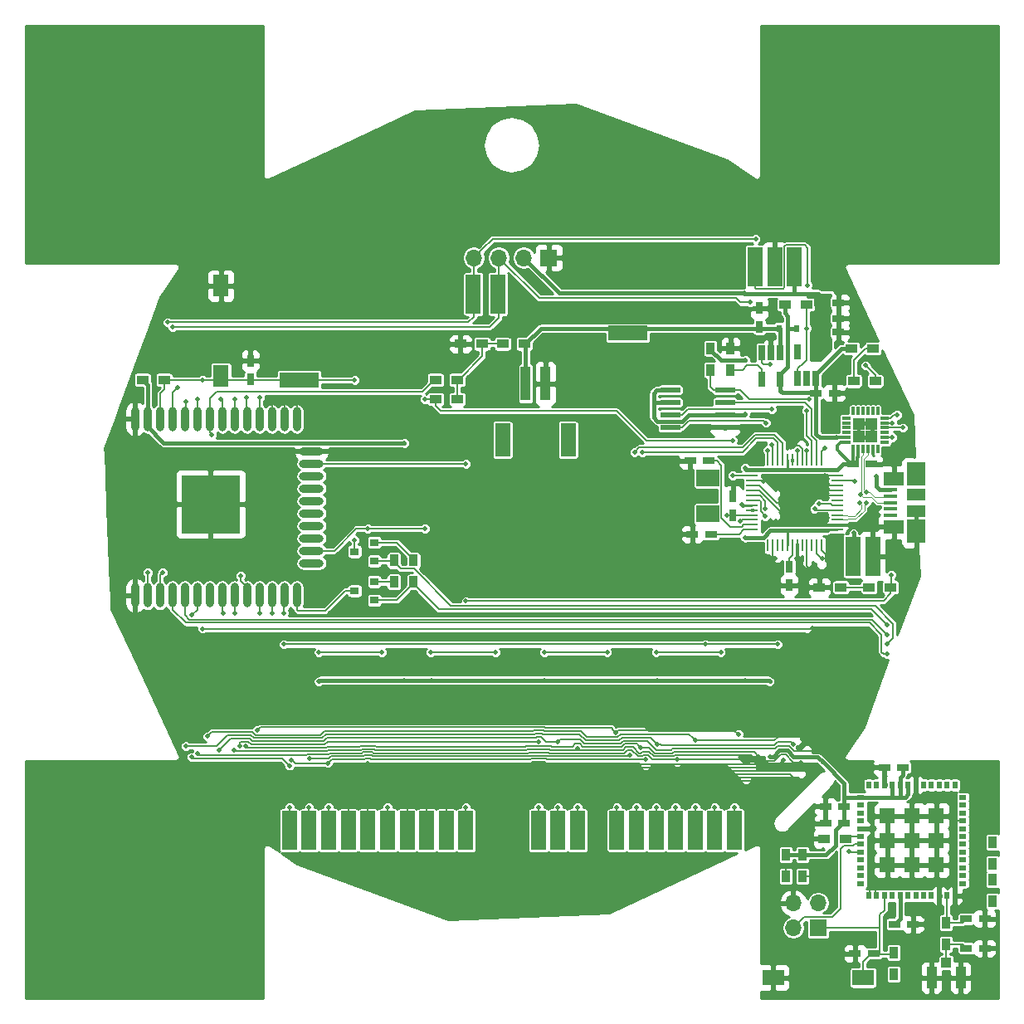
<source format=gbr>
G04 #@! TF.FileFunction,Copper,L2,Bot,Signal*
%FSLAX46Y46*%
G04 Gerber Fmt 4.6, Leading zero omitted, Abs format (unit mm)*
G04 Created by KiCad (PCBNEW 4.0.6) date 10/16/17 12:02:40*
%MOMM*%
%LPD*%
G01*
G04 APERTURE LIST*
%ADD10C,0.100000*%
%ADD11R,1.200000X0.750000*%
%ADD12R,0.750000X1.200000*%
%ADD13R,0.600000X0.800000*%
%ADD14R,1.200000X0.900000*%
%ADD15R,0.500000X0.800000*%
%ADD16R,0.800000X0.500000*%
%ADD17R,1.600000X1.600000*%
%ADD18R,0.650000X1.560000*%
%ADD19R,1.050000X2.200000*%
%ADD20R,1.000000X1.050000*%
%ADD21R,0.900000X1.200000*%
%ADD22R,2.180000X1.600000*%
%ADD23R,1.300000X0.250000*%
%ADD24R,0.250000X1.300000*%
%ADD25O,0.900000X2.500000*%
%ADD26O,2.500000X0.900000*%
%ADD27R,6.000000X6.000000*%
%ADD28R,2.400000X1.700000*%
%ADD29R,0.995680X3.497580*%
%ADD30R,0.998220X3.497580*%
%ADD31R,1.498600X3.398520*%
%ADD32R,1.498600X3.395980*%
%ADD33R,1.998980X0.599440*%
%ADD34R,0.900000X0.800000*%
%ADD35R,1.600000X2.180000*%
%ADD36R,0.300000X0.850000*%
%ADD37R,0.850000X0.300000*%
%ADD38R,1.300000X1.300000*%
%ADD39R,1.700000X1.700000*%
%ADD40O,1.700000X1.700000*%
%ADD41R,1.380000X0.450000*%
%ADD42R,2.100000X1.475000*%
%ADD43R,1.900000X2.375000*%
%ADD44R,1.900000X1.175000*%
%ADD45C,0.500000*%
%ADD46C,0.400000*%
%ADD47C,0.250000*%
%ADD48C,0.300000*%
%ADD49C,0.200000*%
%ADD50C,0.125000*%
%ADD51C,0.254000*%
G04 APERTURE END LIST*
D10*
D11*
X173700000Y-127550000D03*
X175600000Y-127550000D03*
X168600000Y-117250000D03*
X166700000Y-117250000D03*
X168600000Y-115550000D03*
X166700000Y-115550000D03*
X174600000Y-111550000D03*
X172700000Y-111550000D03*
X171600000Y-130550000D03*
X169700000Y-130550000D03*
X165700000Y-73350000D03*
X167600000Y-73350000D03*
X166100000Y-64150000D03*
X168000000Y-64150000D03*
X166100000Y-65750000D03*
X168000000Y-65750000D03*
X166100000Y-67150000D03*
X168000000Y-67150000D03*
D12*
X157250000Y-85800000D03*
X157250000Y-83900000D03*
X159950000Y-66600000D03*
X159950000Y-64700000D03*
D11*
X155000000Y-87750000D03*
X153100000Y-87750000D03*
X154800000Y-80250000D03*
X152900000Y-80250000D03*
D13*
X162000000Y-66750000D03*
X163700000Y-66750000D03*
D14*
X171555000Y-68805000D03*
X169355000Y-68805000D03*
D15*
X171100000Y-113350000D03*
X171900000Y-113350000D03*
X172700000Y-113350000D03*
X173500000Y-113350000D03*
X174300000Y-113350000D03*
X175100000Y-113350000D03*
X175900000Y-113350000D03*
X176700000Y-113350000D03*
X177500000Y-113350000D03*
X178300000Y-113350000D03*
X179100000Y-113350000D03*
X179900000Y-113350000D03*
D16*
X180700000Y-114600000D03*
X180700000Y-115400000D03*
X180700000Y-116200000D03*
X180700000Y-117000000D03*
X180700000Y-117800000D03*
X180700000Y-118600000D03*
X180700000Y-119400000D03*
X180700000Y-120200000D03*
X180700000Y-121000000D03*
X180700000Y-121800000D03*
X180700000Y-122600000D03*
X180700000Y-123400000D03*
D15*
X179900000Y-124650000D03*
X179100000Y-124650000D03*
X178300000Y-124650000D03*
X177500000Y-124650000D03*
X176700000Y-124650000D03*
X175900000Y-124650000D03*
X175100000Y-124650000D03*
X174300000Y-124650000D03*
X173500000Y-124650000D03*
X172700000Y-124650000D03*
X171900000Y-124650000D03*
X171100000Y-124650000D03*
D16*
X170300000Y-123400000D03*
X170300000Y-122600000D03*
X170300000Y-121800000D03*
X170300000Y-121000000D03*
X170300000Y-120200000D03*
X170300000Y-119400000D03*
X170300000Y-118600000D03*
X170300000Y-117800000D03*
X170300000Y-117000000D03*
X170300000Y-116200000D03*
X170300000Y-115400000D03*
X170300000Y-114600000D03*
D17*
X173000000Y-116500000D03*
X173000000Y-119000000D03*
X173000000Y-121500000D03*
X175500000Y-116500000D03*
X175500000Y-119000000D03*
X175500000Y-121500000D03*
X178000000Y-116500000D03*
X178000000Y-119000000D03*
X178000000Y-121500000D03*
D18*
X160150000Y-69240000D03*
X161100000Y-69240000D03*
X162050000Y-69240000D03*
X162050000Y-71940000D03*
X160150000Y-71940000D03*
D19*
X177525000Y-133000000D03*
X180475000Y-133000000D03*
D20*
X179000000Y-131475000D03*
D21*
X183710000Y-121410000D03*
X183710000Y-119210000D03*
X183710000Y-123020000D03*
X183710000Y-125220000D03*
X173650000Y-132650000D03*
X173650000Y-130450000D03*
D14*
X166550000Y-118850000D03*
X168750000Y-118850000D03*
X164750000Y-64350000D03*
X162550000Y-64350000D03*
D21*
X157000000Y-68800000D03*
X157000000Y-71000000D03*
D14*
X133750000Y-68350000D03*
X135950000Y-68350000D03*
X129450000Y-68350000D03*
X131650000Y-68350000D03*
D22*
X170520000Y-133010000D03*
X161340000Y-133010000D03*
D23*
X159200000Y-87300000D03*
X159200000Y-86800000D03*
X159200000Y-86300000D03*
X159200000Y-85800000D03*
X159200000Y-85300000D03*
X159200000Y-84800000D03*
X159200000Y-84300000D03*
X159200000Y-83800000D03*
X159200000Y-83300000D03*
X159200000Y-82800000D03*
X159200000Y-82300000D03*
X159200000Y-81800000D03*
D24*
X160800000Y-80200000D03*
X161300000Y-80200000D03*
X161800000Y-80200000D03*
X162300000Y-80200000D03*
X162800000Y-80200000D03*
X163300000Y-80200000D03*
X163800000Y-80200000D03*
X164300000Y-80200000D03*
X164800000Y-80200000D03*
X165300000Y-80200000D03*
X165800000Y-80200000D03*
X166300000Y-80200000D03*
D23*
X167900000Y-81800000D03*
X167900000Y-82300000D03*
X167900000Y-82800000D03*
X167900000Y-83300000D03*
X167900000Y-83800000D03*
X167900000Y-84300000D03*
X167900000Y-84800000D03*
X167900000Y-85300000D03*
X167900000Y-85800000D03*
X167900000Y-86300000D03*
X167900000Y-86800000D03*
X167900000Y-87300000D03*
D24*
X166300000Y-88900000D03*
X165800000Y-88900000D03*
X165300000Y-88900000D03*
X164800000Y-88900000D03*
X164300000Y-88900000D03*
X163800000Y-88900000D03*
X163300000Y-88900000D03*
X162800000Y-88900000D03*
X162300000Y-88900000D03*
X161800000Y-88900000D03*
X161300000Y-88900000D03*
X160800000Y-88900000D03*
D25*
X96250000Y-94000000D03*
X97520000Y-94000000D03*
X98790000Y-94000000D03*
X100060000Y-94000000D03*
X101330000Y-94000000D03*
X102600000Y-94000000D03*
X103870000Y-94000000D03*
X105140000Y-94000000D03*
X106410000Y-94000000D03*
X107680000Y-94000000D03*
X108950000Y-94000000D03*
X110220000Y-94000000D03*
X111490000Y-94000000D03*
X112760000Y-94000000D03*
D26*
X114250000Y-90715000D03*
X114250000Y-89445000D03*
X114250000Y-88175000D03*
X114250000Y-86905000D03*
X114250000Y-85635000D03*
X114250000Y-84365000D03*
X114250000Y-83095000D03*
X114250000Y-81825000D03*
X114250000Y-80555000D03*
X114250000Y-79285000D03*
D25*
X112760000Y-76000000D03*
X111490000Y-76000000D03*
X110220000Y-76000000D03*
X108950000Y-76000000D03*
X107680000Y-76000000D03*
X106410000Y-76000000D03*
X105140000Y-76000000D03*
X103870000Y-76000000D03*
X102600000Y-76000000D03*
X101330000Y-76000000D03*
X100060000Y-76000000D03*
X98790000Y-76000000D03*
X97520000Y-76000000D03*
X96250000Y-76000000D03*
D27*
X103950000Y-84700000D03*
D18*
X165730000Y-71870000D03*
X164780000Y-71870000D03*
X163830000Y-71870000D03*
X163830000Y-69170000D03*
X165730000Y-69170000D03*
D28*
X154650000Y-85700000D03*
X154650000Y-82000000D03*
D12*
X108000000Y-71950000D03*
X108000000Y-70050000D03*
X163000000Y-91050000D03*
X163000000Y-92950000D03*
D11*
X169500000Y-80600000D03*
X171400000Y-80600000D03*
D14*
X166065000Y-93170000D03*
X168265000Y-93170000D03*
D29*
X138098480Y-72401980D03*
D30*
X136096960Y-72401980D03*
D31*
X140442900Y-78150000D03*
D32*
X133750000Y-78150000D03*
D33*
X156444000Y-73045000D03*
X156444000Y-74315000D03*
X156444000Y-75585000D03*
X156444000Y-76855000D03*
X150856000Y-76855000D03*
X150856000Y-75585000D03*
X150856000Y-74315000D03*
X150856000Y-73045000D03*
D34*
X120650000Y-92600000D03*
X120650000Y-94500000D03*
X118650000Y-93550000D03*
X120650000Y-88600000D03*
X120650000Y-90500000D03*
X118650000Y-89550000D03*
D14*
X171750000Y-72150000D03*
X169550000Y-72150000D03*
X97000000Y-72000000D03*
X99200000Y-72000000D03*
X171145000Y-93170000D03*
X173345000Y-93170000D03*
D21*
X154950000Y-68800000D03*
X154950000Y-71000000D03*
X122650000Y-92650000D03*
X122650000Y-90450000D03*
X124650000Y-90450000D03*
X124650000Y-92650000D03*
D35*
X105000000Y-71590000D03*
X105000000Y-62410000D03*
D36*
X172000000Y-79100000D03*
X171500000Y-79100000D03*
X171000000Y-79100000D03*
X170500000Y-79100000D03*
X170000000Y-79100000D03*
X169500000Y-79100000D03*
D37*
X168800000Y-78400000D03*
X168800000Y-77900000D03*
X168800000Y-77400000D03*
X168800000Y-76900000D03*
X168800000Y-76400000D03*
X168800000Y-75900000D03*
D36*
X169500000Y-75200000D03*
X170000000Y-75200000D03*
X170500000Y-75200000D03*
X171000000Y-75200000D03*
X171500000Y-75200000D03*
X172000000Y-75200000D03*
D37*
X172700000Y-75900000D03*
X172700000Y-76400000D03*
X172700000Y-76900000D03*
X172700000Y-77400000D03*
X172700000Y-77900000D03*
X172700000Y-78400000D03*
D38*
X170100000Y-76500000D03*
X171400000Y-76500000D03*
X170100000Y-77800000D03*
X171400000Y-77800000D03*
D11*
X181050000Y-130000000D03*
X182950000Y-130000000D03*
X181050000Y-127000000D03*
X182950000Y-127000000D03*
D21*
X179000000Y-129600000D03*
X179000000Y-127400000D03*
D39*
X165930000Y-127930000D03*
D40*
X163390000Y-127930000D03*
X165930000Y-125390000D03*
X163390000Y-125390000D03*
D39*
X138440000Y-59550000D03*
D40*
X135900000Y-59550000D03*
X133360000Y-59550000D03*
X130820000Y-59550000D03*
D41*
X173290000Y-83250000D03*
X173290000Y-83900000D03*
X173290000Y-84550000D03*
X173290000Y-85200000D03*
X173290000Y-85850000D03*
D42*
X173650000Y-82087500D03*
X173650000Y-87012500D03*
D43*
X175950000Y-81640000D03*
X175950000Y-87460000D03*
D44*
X175950000Y-83710000D03*
X175950000Y-85390000D03*
D21*
X162650000Y-122680000D03*
X162650000Y-120480000D03*
X164350000Y-122680000D03*
X164350000Y-120480000D03*
D10*
G36*
X148500000Y-66488000D02*
X148500000Y-68012000D01*
X144500000Y-68012000D01*
X144500000Y-66488000D01*
X148500000Y-66488000D01*
X148500000Y-66488000D01*
G37*
G36*
X160262000Y-62500000D02*
X158738000Y-62500000D01*
X158738000Y-58500000D01*
X160262000Y-58500000D01*
X160262000Y-62500000D01*
X160262000Y-62500000D01*
G37*
G36*
X168738000Y-88000000D02*
X170262000Y-88000000D01*
X170262000Y-92000000D01*
X168738000Y-92000000D01*
X168738000Y-88000000D01*
X168738000Y-88000000D01*
G37*
G36*
X130762000Y-120000000D02*
X129238000Y-120000000D01*
X129238000Y-116000000D01*
X130762000Y-116000000D01*
X130762000Y-120000000D01*
X130762000Y-120000000D01*
G37*
G36*
X128762000Y-120000000D02*
X127238000Y-120000000D01*
X127238000Y-116000000D01*
X128762000Y-116000000D01*
X128762000Y-120000000D01*
X128762000Y-120000000D01*
G37*
G36*
X126762000Y-120000000D02*
X125238000Y-120000000D01*
X125238000Y-116000000D01*
X126762000Y-116000000D01*
X126762000Y-120000000D01*
X126762000Y-120000000D01*
G37*
G36*
X124762000Y-120000000D02*
X123238000Y-120000000D01*
X123238000Y-116000000D01*
X124762000Y-116000000D01*
X124762000Y-120000000D01*
X124762000Y-120000000D01*
G37*
G36*
X122762000Y-120000000D02*
X121238000Y-120000000D01*
X121238000Y-116000000D01*
X122762000Y-116000000D01*
X122762000Y-120000000D01*
X122762000Y-120000000D01*
G37*
G36*
X120762000Y-120000000D02*
X119238000Y-120000000D01*
X119238000Y-116000000D01*
X120762000Y-116000000D01*
X120762000Y-120000000D01*
X120762000Y-120000000D01*
G37*
G36*
X118762000Y-120000000D02*
X117238000Y-120000000D01*
X117238000Y-116000000D01*
X118762000Y-116000000D01*
X118762000Y-120000000D01*
X118762000Y-120000000D01*
G37*
G36*
X134012000Y-65250000D02*
X132488000Y-65250000D01*
X132488000Y-61250000D01*
X134012000Y-61250000D01*
X134012000Y-65250000D01*
X134012000Y-65250000D01*
G37*
G36*
X131512000Y-65250000D02*
X129988000Y-65250000D01*
X129988000Y-61250000D01*
X131512000Y-61250000D01*
X131512000Y-65250000D01*
X131512000Y-65250000D01*
G37*
G36*
X111000000Y-72762000D02*
X111000000Y-71238000D01*
X115000000Y-71238000D01*
X115000000Y-72762000D01*
X111000000Y-72762000D01*
X111000000Y-72762000D01*
G37*
G36*
X164262000Y-62500000D02*
X162738000Y-62500000D01*
X162738000Y-58500000D01*
X164262000Y-58500000D01*
X164262000Y-62500000D01*
X164262000Y-62500000D01*
G37*
G36*
X158162000Y-120000000D02*
X156638000Y-120000000D01*
X156638000Y-116000000D01*
X158162000Y-116000000D01*
X158162000Y-120000000D01*
X158162000Y-120000000D01*
G37*
G36*
X162262000Y-62500000D02*
X160738000Y-62500000D01*
X160738000Y-58500000D01*
X162262000Y-58500000D01*
X162262000Y-62500000D01*
X162262000Y-62500000D01*
G37*
G36*
X146162000Y-120000000D02*
X144638000Y-120000000D01*
X144638000Y-116000000D01*
X146162000Y-116000000D01*
X146162000Y-120000000D01*
X146162000Y-120000000D01*
G37*
G36*
X148162000Y-120000000D02*
X146638000Y-120000000D01*
X146638000Y-116000000D01*
X148162000Y-116000000D01*
X148162000Y-120000000D01*
X148162000Y-120000000D01*
G37*
G36*
X152162000Y-120000000D02*
X150638000Y-120000000D01*
X150638000Y-116000000D01*
X152162000Y-116000000D01*
X152162000Y-120000000D01*
X152162000Y-120000000D01*
G37*
G36*
X150162000Y-120000000D02*
X148638000Y-120000000D01*
X148638000Y-116000000D01*
X150162000Y-116000000D01*
X150162000Y-120000000D01*
X150162000Y-120000000D01*
G37*
G36*
X154162000Y-120000000D02*
X152638000Y-120000000D01*
X152638000Y-116000000D01*
X154162000Y-116000000D01*
X154162000Y-120000000D01*
X154162000Y-120000000D01*
G37*
G36*
X156162000Y-120000000D02*
X154638000Y-120000000D01*
X154638000Y-116000000D01*
X156162000Y-116000000D01*
X156162000Y-120000000D01*
X156162000Y-120000000D01*
G37*
G36*
X138162000Y-120000000D02*
X136638000Y-120000000D01*
X136638000Y-116000000D01*
X138162000Y-116000000D01*
X138162000Y-120000000D01*
X138162000Y-120000000D01*
G37*
G36*
X142162000Y-120000000D02*
X140638000Y-120000000D01*
X140638000Y-116000000D01*
X142162000Y-116000000D01*
X142162000Y-120000000D01*
X142162000Y-120000000D01*
G37*
G36*
X140162000Y-120000000D02*
X138638000Y-120000000D01*
X138638000Y-116000000D01*
X140162000Y-116000000D01*
X140162000Y-120000000D01*
X140162000Y-120000000D01*
G37*
G36*
X114762000Y-120000000D02*
X113238000Y-120000000D01*
X113238000Y-116000000D01*
X114762000Y-116000000D01*
X114762000Y-120000000D01*
X114762000Y-120000000D01*
G37*
G36*
X116762000Y-120000000D02*
X115238000Y-120000000D01*
X115238000Y-116000000D01*
X116762000Y-116000000D01*
X116762000Y-120000000D01*
X116762000Y-120000000D01*
G37*
G36*
X112762000Y-120000000D02*
X111238000Y-120000000D01*
X111238000Y-116000000D01*
X112762000Y-116000000D01*
X112762000Y-120000000D01*
X112762000Y-120000000D01*
G37*
G36*
X170738000Y-88000000D02*
X172262000Y-88000000D01*
X172262000Y-92000000D01*
X170738000Y-92000000D01*
X170738000Y-88000000D01*
X170738000Y-88000000D01*
G37*
D14*
X126900000Y-74000000D03*
X129100000Y-74000000D03*
X126900000Y-72000000D03*
X129100000Y-72000000D03*
D45*
X161000000Y-110441691D03*
X123697490Y-78459341D03*
X161000000Y-102800000D03*
X115000000Y-102800000D03*
X123700000Y-102650000D03*
X126500000Y-102650000D03*
X138000000Y-102650000D03*
X149500000Y-102650000D03*
X158500000Y-102650000D03*
X158368020Y-63182223D03*
X158500000Y-88100000D03*
X158150000Y-84750000D03*
X158500000Y-81000000D03*
X158500000Y-75500000D03*
X158500000Y-70000000D03*
X171859164Y-81896229D03*
X169550000Y-87650000D03*
X167820000Y-77920000D03*
X157396650Y-115602288D03*
X156600000Y-85800000D03*
X167150996Y-90611726D03*
X166331625Y-90200000D03*
X169050000Y-120150000D03*
X165584705Y-85150000D03*
X159028140Y-64116947D03*
X99050000Y-91650000D03*
X100050000Y-66650000D03*
X159550903Y-57660979D03*
X166050000Y-84650000D03*
X99550000Y-66150000D03*
X97550000Y-91650000D03*
X145297746Y-107993882D03*
X145297746Y-107993881D03*
X108714055Y-107767217D03*
X145397455Y-115622336D03*
X109000000Y-73800000D03*
X157994060Y-86466547D03*
X157800000Y-108200000D03*
X157800000Y-108200000D03*
X157800000Y-108200000D03*
X147838658Y-109512885D03*
X159888455Y-110441691D03*
X107565260Y-109392272D03*
X147404422Y-115609304D03*
X107600000Y-73800000D03*
X160550000Y-85900000D03*
X158853984Y-110766700D03*
X151544784Y-110766700D03*
X102600000Y-110178451D03*
X151392291Y-115615820D03*
X102600000Y-74000000D03*
X160550001Y-85150000D03*
X163325474Y-85348265D03*
X149533244Y-109204637D03*
X163408755Y-109188727D03*
X149398357Y-115615820D03*
X101400000Y-74200000D03*
X101400000Y-109400000D03*
X164304146Y-108678578D03*
X163800484Y-84584465D03*
X153396986Y-115608834D03*
X153400000Y-108800000D03*
X103600000Y-108400000D03*
X100600000Y-72800000D03*
X160390568Y-82385916D03*
X160600000Y-76400000D03*
X160800000Y-79200000D03*
X148341634Y-110766700D03*
X112182859Y-110771867D03*
X115945367Y-111158676D03*
X148000000Y-79400000D03*
X116000000Y-115600000D03*
X109000000Y-95800000D03*
X146689629Y-110274939D03*
X114026778Y-110672140D03*
X110200000Y-95800000D03*
X114000000Y-115600000D03*
X147200000Y-79400000D03*
X163794281Y-79261678D03*
X164167154Y-111063678D03*
X141400000Y-109624917D03*
X106363569Y-109832834D03*
X141398836Y-115612930D03*
X106400000Y-95800000D03*
X137407806Y-108910133D03*
X137393619Y-112460233D03*
X163000000Y-113200000D03*
X163173556Y-78765897D03*
X106897093Y-109403740D03*
X137402017Y-115600215D03*
X107000000Y-92000000D03*
X165495938Y-109907002D03*
X139400000Y-108974895D03*
X104800000Y-109832834D03*
X139400164Y-115612930D03*
X105200000Y-95800000D03*
X164800000Y-79200000D03*
X164981105Y-74009338D03*
X164750000Y-75150000D03*
X118006347Y-112391105D03*
X165356592Y-86400000D03*
X166800000Y-86400000D03*
X163600000Y-112800000D03*
X118000000Y-115600000D03*
X114600000Y-112600000D03*
X111600000Y-74200000D03*
X166600000Y-79000000D03*
X123200000Y-112184049D03*
X126000000Y-112184049D03*
X166600000Y-81800000D03*
X165800000Y-111675000D03*
X126000000Y-115600000D03*
X121600000Y-91600000D03*
X110200000Y-91600000D03*
X110200000Y-74000000D03*
X130000000Y-80600000D03*
X130000000Y-115600000D03*
X130000000Y-94599990D03*
X173400000Y-91900000D03*
X169650000Y-82350000D03*
X163000000Y-82800000D03*
X162800000Y-111400000D03*
X124000000Y-115600000D03*
X124000000Y-111799900D03*
X108200000Y-111800000D03*
X106400000Y-74000000D03*
X161600000Y-83200000D03*
X161600000Y-86400000D03*
X163200000Y-86400000D03*
X163354136Y-106000000D03*
X161800000Y-106000000D03*
X161600000Y-113675000D03*
X128000000Y-115600000D03*
X128000000Y-113075000D03*
X115200000Y-113075000D03*
X112600000Y-74200000D03*
X120000000Y-111124990D03*
X162400000Y-83800000D03*
X162380519Y-110841527D03*
X120000000Y-115600000D03*
X105800000Y-111200000D03*
X105000000Y-74000000D03*
X170274751Y-83717248D03*
X170151375Y-84530897D03*
X170867963Y-83454976D03*
X170831375Y-84530897D03*
X165356594Y-97342634D03*
X165356594Y-91570777D03*
X103101724Y-97402791D03*
X103100000Y-72000000D03*
X118650000Y-72050000D03*
X118650000Y-88350000D03*
X161523276Y-90232563D03*
X155386999Y-115608834D03*
X111400000Y-95800000D03*
X111400000Y-99000000D03*
X154400000Y-99000000D03*
X161800000Y-99000000D03*
X149400000Y-99800000D03*
X156000000Y-99800000D03*
X138000000Y-99800000D03*
X144400000Y-99800000D03*
X126400000Y-99800000D03*
X133000000Y-99800000D03*
X115000000Y-99800000D03*
X121400000Y-99800000D03*
X161050000Y-70450000D03*
X170750000Y-70550000D03*
X164750000Y-66750000D03*
X164850580Y-62344905D03*
X112000000Y-115600000D03*
X112000000Y-111400000D03*
X101984008Y-110505747D03*
X102000000Y-96000000D03*
X161197428Y-75008769D03*
X161200000Y-78600000D03*
X173004877Y-97009033D03*
X173500000Y-77900000D03*
X172994708Y-98994708D03*
X174000000Y-75600000D03*
X173000000Y-100000000D03*
X174600000Y-76900000D03*
X173005509Y-97999223D03*
X173500000Y-76400000D03*
X179400000Y-119200000D03*
X171800000Y-123600000D03*
X167200000Y-122600000D03*
X171200000Y-121600000D03*
X167200000Y-121600000D03*
X157202858Y-81784325D03*
X157200000Y-78200000D03*
X122000000Y-115600000D03*
X120000000Y-87200000D03*
X125800000Y-87200000D03*
X125800000Y-74000000D03*
X104075000Y-77600000D03*
D46*
X166500000Y-111100000D02*
X165888668Y-110488668D01*
X165888668Y-110488668D02*
X163435872Y-110488668D01*
X163435872Y-110488668D02*
X162784565Y-109837361D01*
X162784565Y-109837361D02*
X161976472Y-109837361D01*
X161976472Y-109837361D02*
X161372141Y-110441691D01*
X161372141Y-110441691D02*
X161353553Y-110441691D01*
X161353553Y-110441691D02*
X161000000Y-110441691D01*
X97520000Y-76800000D02*
X99179341Y-78459341D01*
X97520000Y-76000000D02*
X97520000Y-76800000D01*
X99179341Y-78459341D02*
X123343937Y-78459341D01*
X123343937Y-78459341D02*
X123697490Y-78459341D01*
X158500000Y-102650000D02*
X160850000Y-102650000D01*
X160850000Y-102650000D02*
X161000000Y-102800000D01*
X123700000Y-102650000D02*
X115150000Y-102650000D01*
X115150000Y-102650000D02*
X115000000Y-102800000D01*
X126500000Y-102650000D02*
X123700000Y-102650000D01*
X138000000Y-102650000D02*
X126500000Y-102650000D01*
X149500000Y-102650000D02*
X138000000Y-102650000D01*
X158500000Y-102650000D02*
X149500000Y-102650000D01*
X166851106Y-87379180D02*
X166830286Y-87400000D01*
X166830286Y-87400000D02*
X161043026Y-87400000D01*
X161043026Y-87400000D02*
X160343026Y-88100000D01*
X160343026Y-88100000D02*
X158500000Y-88100000D01*
X165925000Y-63200000D02*
X163500000Y-63200000D01*
X163500000Y-63200000D02*
X158385797Y-63200000D01*
X163500000Y-60500000D02*
X163500000Y-62600000D01*
X163500000Y-62600000D02*
X163500000Y-63200000D01*
X166100000Y-64150000D02*
X166100000Y-63375000D01*
X166100000Y-63375000D02*
X165925000Y-63200000D01*
X158385797Y-63200000D02*
X158368020Y-63182223D01*
X158014467Y-63182223D02*
X158368020Y-63182223D01*
X139532223Y-63182223D02*
X158014467Y-63182223D01*
X135900000Y-59550000D02*
X139532223Y-63182223D01*
D47*
X162800000Y-88900000D02*
X162800000Y-87419766D01*
X162800000Y-87419766D02*
X162810340Y-87409426D01*
X167900000Y-87300000D02*
X166850000Y-87300000D01*
X159200000Y-84800000D02*
X158200000Y-84800000D01*
D46*
X158200000Y-84800000D02*
X158150000Y-84750000D01*
X162685001Y-81175001D02*
X162000000Y-81175001D01*
X162000000Y-81175001D02*
X158575001Y-81175001D01*
X168500000Y-80600000D02*
X167924999Y-81175001D01*
X167924999Y-81175001D02*
X162000000Y-81175001D01*
X169500000Y-80600000D02*
X168500000Y-80600000D01*
X158575001Y-81175001D02*
X158500000Y-81100000D01*
X158500000Y-81100000D02*
X158500000Y-81000000D01*
D47*
X162800000Y-80200000D02*
X162800000Y-81060002D01*
D46*
X156444000Y-75585000D02*
X158415000Y-75585000D01*
X158415000Y-75585000D02*
X158500000Y-75500000D01*
X154950000Y-68800000D02*
X154950000Y-68950000D01*
X154950000Y-68950000D02*
X156000000Y-70000000D01*
X156000000Y-70000000D02*
X158500000Y-70000000D01*
X168600000Y-113200000D02*
X166500000Y-111100000D01*
X166500000Y-111100000D02*
X166350000Y-110950000D01*
X168600000Y-117250000D02*
X168375000Y-117250000D01*
X168375000Y-117250000D02*
X167688308Y-117936692D01*
X167688308Y-117936692D02*
X167688308Y-119511692D01*
X167688308Y-119511692D02*
X166720000Y-120480000D01*
X166720000Y-120480000D02*
X164350000Y-120480000D01*
X168614687Y-114602828D02*
X168617515Y-114600000D01*
X168617515Y-114600000D02*
X170300000Y-114600000D01*
X168600000Y-115550000D02*
X168600000Y-113200000D01*
X174550000Y-112300000D02*
X174550000Y-111600000D01*
X174550000Y-111600000D02*
X174600000Y-111550000D01*
X174300000Y-113350000D02*
X174300000Y-112550000D01*
X174300000Y-112550000D02*
X174550000Y-112300000D01*
X173500000Y-114600000D02*
X174300000Y-114600000D01*
X174300000Y-114600000D02*
X174800000Y-114600000D01*
X174300000Y-113350000D02*
X174300000Y-114150000D01*
X174300000Y-114150000D02*
X174300000Y-114600000D01*
X173100000Y-114600000D02*
X173500000Y-114600000D01*
X173500000Y-113350000D02*
X173500000Y-114600000D01*
X174800000Y-114600000D02*
X175100000Y-114300000D01*
X175100000Y-114300000D02*
X175100000Y-113350000D01*
X173500000Y-114200000D02*
X173500000Y-113350000D01*
X170300000Y-114600000D02*
X173100000Y-114600000D01*
X168600000Y-115550000D02*
X168600000Y-117250000D01*
X162650000Y-120480000D02*
X164350000Y-120480000D01*
X165730000Y-67367247D02*
X165995983Y-67101264D01*
D48*
X170004464Y-79072546D02*
X169995357Y-79081653D01*
X169995357Y-79081653D02*
X169995357Y-79907240D01*
X169995357Y-79907240D02*
X169952597Y-79950000D01*
X169937677Y-80484176D02*
X169952597Y-80469256D01*
X169952597Y-80469256D02*
X169952597Y-79950000D01*
X169952597Y-79950000D02*
X169952597Y-80450000D01*
X169500000Y-79100000D02*
X169500000Y-80600000D01*
X167850000Y-78741002D02*
X167850000Y-79175000D01*
X167850000Y-79175000D02*
X169275000Y-80600000D01*
D46*
X169275000Y-80600000D02*
X169500000Y-80600000D01*
D48*
X168191002Y-78400000D02*
X167850000Y-78741002D01*
X168800000Y-78400000D02*
X168200000Y-78400000D01*
D46*
X97520000Y-76000000D02*
X97520000Y-72520000D01*
X97520000Y-72520000D02*
X97000000Y-72000000D01*
X149150000Y-75850000D02*
X149150000Y-74950000D01*
X149150000Y-74950000D02*
X149150000Y-74450000D01*
X150856000Y-73045000D02*
X149456510Y-73045000D01*
X149456510Y-73045000D02*
X149150000Y-73351510D01*
X149150000Y-73351510D02*
X149150000Y-74950000D01*
X156444000Y-75585000D02*
X152724436Y-75585000D01*
X152724436Y-75585000D02*
X152079157Y-76230279D01*
X152079157Y-76230279D02*
X149530279Y-76230279D01*
X149530279Y-76230279D02*
X149150000Y-75850000D01*
X149150000Y-74450000D02*
X149285000Y-74315000D01*
X149285000Y-74315000D02*
X150856000Y-74315000D01*
X174300000Y-124650000D02*
X174300000Y-126950000D01*
X174300000Y-126950000D02*
X173700000Y-127550000D01*
D49*
X170300000Y-118600000D02*
X169000000Y-118600000D01*
X169000000Y-118600000D02*
X168750000Y-118850000D01*
D46*
X171859164Y-82909164D02*
X171859164Y-82249782D01*
X173290000Y-83250000D02*
X172200000Y-83250000D01*
X172200000Y-83250000D02*
X171859164Y-82909164D01*
X171859164Y-82249782D02*
X171859164Y-81896229D01*
X169500000Y-90000000D02*
X169560931Y-89939069D01*
X169560931Y-89939069D02*
X169560931Y-87660931D01*
X169560931Y-87660931D02*
X169550000Y-87650000D01*
X162842598Y-66929914D02*
X162842598Y-65492598D01*
X162842598Y-65492598D02*
X162550000Y-65200000D01*
X162550000Y-65200000D02*
X162550000Y-64350000D01*
X162850000Y-66937316D02*
X162850000Y-67750000D01*
X162850000Y-67750000D02*
X162850000Y-70685000D01*
X163700000Y-66750000D02*
X163000000Y-66750000D01*
X163000000Y-66750000D02*
X162850000Y-66900000D01*
X162850000Y-66900000D02*
X162850000Y-67750000D01*
X162842598Y-66929914D02*
X162850000Y-66937316D01*
X162850000Y-70685000D02*
X162050000Y-71485000D01*
X162050000Y-71485000D02*
X162050000Y-71940000D01*
X165730000Y-71870000D02*
X165730000Y-71415000D01*
X165730000Y-71415000D02*
X168340000Y-68805000D01*
X168340000Y-68805000D02*
X168355000Y-68805000D01*
X168355000Y-68805000D02*
X169355000Y-68805000D01*
X165730000Y-71870000D02*
X165730000Y-77530000D01*
X165730000Y-77530000D02*
X166120000Y-77920000D01*
X166120000Y-77920000D02*
X167820000Y-77920000D01*
X162050000Y-71940000D02*
X162050000Y-73132485D01*
X162050000Y-73132485D02*
X162264056Y-73346541D01*
X162264056Y-73346541D02*
X165687657Y-73346541D01*
X165687657Y-73346541D02*
X165730000Y-73304198D01*
X165730000Y-73304198D02*
X165730000Y-71870000D01*
D48*
X168800000Y-77900000D02*
X167840000Y-77900000D01*
D46*
X167840000Y-77900000D02*
X167820000Y-77920000D01*
X136096960Y-72401980D02*
X136096960Y-68303040D01*
X136096960Y-68303040D02*
X137650000Y-66750000D01*
X137650000Y-66750000D02*
X162050000Y-66750000D01*
X162050000Y-66750000D02*
X162050000Y-69240000D01*
D49*
X159200000Y-87300000D02*
X158350000Y-87300000D01*
X158350000Y-87300000D02*
X157900000Y-87750000D01*
X157900000Y-87750000D02*
X155800000Y-87750000D01*
X155800000Y-87750000D02*
X155000000Y-87750000D01*
X157000000Y-87000000D02*
X156075001Y-86075001D01*
X156075001Y-86075001D02*
X156075001Y-80725001D01*
X156075001Y-80725001D02*
X155600000Y-80250000D01*
X155600000Y-80250000D02*
X154800000Y-80250000D01*
X158150000Y-87000000D02*
X157000000Y-87000000D01*
X159200000Y-86800000D02*
X158350000Y-86800000D01*
X158350000Y-86800000D02*
X158150000Y-87000000D01*
X158650000Y-70550000D02*
X158200000Y-71000000D01*
X158200000Y-71000000D02*
X157000000Y-71000000D01*
X159740000Y-70550000D02*
X158650000Y-70550000D01*
X160150000Y-71940000D02*
X160150000Y-70960000D01*
X160150000Y-70960000D02*
X159740000Y-70550000D01*
X157396650Y-115955841D02*
X157396650Y-115602288D01*
X157396650Y-118196650D02*
X157396650Y-115955841D01*
X157400000Y-118200000D02*
X157396650Y-118196650D01*
X157250000Y-85800000D02*
X156600000Y-85800000D01*
X157250000Y-85800000D02*
X157274569Y-85824569D01*
X159200000Y-85800000D02*
X157250000Y-85800000D01*
X166300000Y-88900000D02*
X166300000Y-89425000D01*
X167150996Y-90275996D02*
X167150996Y-90611726D01*
X166300000Y-89425000D02*
X167150996Y-90275996D01*
X166250000Y-90200000D02*
X166331625Y-90200000D01*
X165800000Y-88900000D02*
X165800000Y-89750000D01*
X165800000Y-89750000D02*
X166250000Y-90200000D01*
X170300000Y-120200000D02*
X169100000Y-120200000D01*
X169100000Y-120200000D02*
X169050000Y-120150000D01*
X170300000Y-119400000D02*
X169655002Y-119400000D01*
X169655002Y-119400000D02*
X169530001Y-119525001D01*
X164239999Y-127080001D02*
X163390000Y-127930000D01*
X169530001Y-119525001D02*
X168594064Y-119525001D01*
X168594064Y-119525001D02*
X168250000Y-119869065D01*
X168250000Y-119869065D02*
X168250000Y-125950000D01*
X167345001Y-126854999D02*
X164465001Y-126854999D01*
X168250000Y-125950000D02*
X167345001Y-126854999D01*
X164465001Y-126854999D02*
X164239999Y-127080001D01*
X167900000Y-85300000D02*
X165734705Y-85300000D01*
X165734705Y-85300000D02*
X165584705Y-85150000D01*
X133360000Y-59550000D02*
X133360000Y-65698072D01*
X133360000Y-65698072D02*
X132408072Y-66650000D01*
X132408072Y-66650000D02*
X100050000Y-66650000D01*
X157550000Y-63650000D02*
X137460000Y-63650000D01*
X137460000Y-63650000D02*
X133360000Y-59550000D01*
X158016947Y-64116947D02*
X157550000Y-63650000D01*
X159028140Y-64116947D02*
X158016947Y-64116947D01*
X98790000Y-94000000D02*
X98790000Y-91910000D01*
X98790000Y-91910000D02*
X99050000Y-91650000D01*
X99550000Y-66150000D02*
X130233155Y-66150000D01*
X130233155Y-66150000D02*
X130820000Y-65563155D01*
X130820000Y-65563155D02*
X130820000Y-59550000D01*
X159550903Y-57660979D02*
X159518737Y-57628813D01*
X159518737Y-57628813D02*
X132741187Y-57628813D01*
X132741187Y-57628813D02*
X131669999Y-58700001D01*
X131669999Y-58700001D02*
X130820000Y-59550000D01*
X167250000Y-84650000D02*
X166050000Y-84650000D01*
X167900000Y-84800000D02*
X167400000Y-84800000D01*
X167400000Y-84800000D02*
X167250000Y-84650000D01*
X97520000Y-94000000D02*
X97520000Y-91680000D01*
X97520000Y-91680000D02*
X97550000Y-91650000D01*
X144821083Y-107517218D02*
X145047747Y-107743882D01*
X108714055Y-107767217D02*
X109021173Y-107460099D01*
X145047747Y-107743882D02*
X145297746Y-107993881D01*
X138039676Y-107460099D02*
X138096795Y-107517218D01*
X109021173Y-107460099D02*
X138039676Y-107460099D01*
X138096795Y-107517218D02*
X144821083Y-107517218D01*
X145547745Y-107743883D02*
X145297746Y-107993882D01*
X157800000Y-108200000D02*
X157343883Y-107743883D01*
X157343883Y-107743883D02*
X145547745Y-107743883D01*
X145193882Y-107993882D02*
X145297746Y-107993882D01*
X145150001Y-107950001D02*
X145193882Y-107993882D01*
X145397455Y-115975889D02*
X145397455Y-115622336D01*
X145397455Y-118197455D02*
X145397455Y-115975889D01*
X145400000Y-118200000D02*
X145397455Y-118197455D01*
X109000000Y-73800000D02*
X109000000Y-75950000D01*
X109000000Y-75950000D02*
X108950000Y-76000000D01*
X158160607Y-86300000D02*
X157994060Y-86466547D01*
X159200000Y-86300000D02*
X158160607Y-86300000D01*
X147588659Y-109262886D02*
X147838658Y-109512885D01*
X146192381Y-109149915D02*
X147475688Y-109149915D01*
X141628002Y-109149915D02*
X141927992Y-109449905D01*
X138763367Y-109449905D02*
X140872008Y-109449905D01*
X136088633Y-109385143D02*
X138698605Y-109385143D01*
X120866455Y-109449905D02*
X136023871Y-109449905D01*
X141171998Y-109149915D02*
X141628002Y-109149915D01*
X115723236Y-109542271D02*
X115815602Y-109449905D01*
X115815602Y-109449905D02*
X119133545Y-109449905D01*
X138698605Y-109385143D02*
X138763367Y-109449905D01*
X145892391Y-109449905D02*
X146192381Y-109149915D01*
X119133545Y-109449905D02*
X119233506Y-109349944D01*
X140872008Y-109449905D02*
X141171998Y-109149915D01*
X107715259Y-109542271D02*
X115723236Y-109542271D01*
X147475688Y-109149915D02*
X147588659Y-109262886D01*
X107565260Y-109392272D02*
X107715259Y-109542271D01*
X119233506Y-109349944D02*
X120766494Y-109349944D01*
X120766494Y-109349944D02*
X120866455Y-109449905D01*
X136023871Y-109449905D02*
X136088633Y-109385143D01*
X141927992Y-109449905D02*
X145892391Y-109449905D01*
X149292844Y-110095638D02*
X148710091Y-109512885D01*
X148710091Y-109512885D02*
X148192211Y-109512885D01*
X151182159Y-109966687D02*
X151053208Y-110095638D01*
X159413451Y-109966687D02*
X151182159Y-109966687D01*
X159888455Y-110441691D02*
X159413451Y-109966687D01*
X151053208Y-110095638D02*
X149292844Y-110095638D01*
X148192211Y-109512885D02*
X147838658Y-109512885D01*
X147404422Y-115962857D02*
X147404422Y-115609304D01*
X147404422Y-118195578D02*
X147404422Y-115962857D01*
X147400000Y-118200000D02*
X147404422Y-118195578D01*
X107600000Y-73800000D02*
X107600000Y-75920000D01*
X107600000Y-75920000D02*
X107680000Y-76000000D01*
X160075001Y-84494999D02*
X160075001Y-85425001D01*
X160075001Y-85425001D02*
X160550000Y-85900000D01*
X160075001Y-84425001D02*
X160075001Y-84494999D01*
X159950000Y-84300000D02*
X160075001Y-84425001D01*
X159200000Y-84300000D02*
X159950000Y-84300000D01*
X146461627Y-109799937D02*
X146917631Y-109799937D01*
X111935371Y-110316353D02*
X111954858Y-110296866D01*
X147542632Y-110424938D02*
X147980392Y-110424938D01*
X138429359Y-110035165D02*
X138494121Y-110099927D01*
X119402791Y-110099927D02*
X119502752Y-109999966D01*
X146161637Y-110099927D02*
X146461627Y-109799937D01*
X120597209Y-110099927D02*
X136293117Y-110099927D01*
X148113632Y-110291698D02*
X148569636Y-110291698D01*
X136293117Y-110099927D02*
X136357879Y-110035165D01*
X115987636Y-110197139D02*
X116084848Y-110099927D01*
X102735914Y-110316353D02*
X111935371Y-110316353D01*
X102711792Y-110292231D02*
X102735914Y-110316353D01*
X102711792Y-110290243D02*
X102711792Y-110292231D01*
X146917631Y-109799937D02*
X147542632Y-110424938D01*
X138494121Y-110099927D02*
X146161637Y-110099927D01*
X149044638Y-110766700D02*
X151191231Y-110766700D01*
X113699050Y-110296866D02*
X113798777Y-110197139D01*
X120497248Y-109999966D02*
X120597209Y-110099927D01*
X147980392Y-110424938D02*
X148113632Y-110291698D01*
X136357879Y-110035165D02*
X138429359Y-110035165D01*
X111954858Y-110296866D02*
X113699050Y-110296866D01*
X102600000Y-110178451D02*
X102711792Y-110290243D01*
X116084848Y-110099927D02*
X119402791Y-110099927D01*
X151191231Y-110766700D02*
X151544784Y-110766700D01*
X113798777Y-110197139D02*
X115987636Y-110197139D01*
X148569636Y-110291698D02*
X149044638Y-110766700D01*
X119502752Y-109999966D02*
X120497248Y-109999966D01*
X151898337Y-110766700D02*
X158853984Y-110766700D01*
X151544784Y-110766700D02*
X151898337Y-110766700D01*
X151392291Y-115969373D02*
X151392291Y-115615820D01*
X151392291Y-118192291D02*
X151392291Y-115969373D01*
X151400000Y-118200000D02*
X151392291Y-118192291D01*
X102600000Y-74000000D02*
X102600000Y-76000000D01*
X160550001Y-84796447D02*
X160550001Y-85150000D01*
X159984642Y-83800000D02*
X160550001Y-84365359D01*
X159200000Y-83800000D02*
X159984642Y-83800000D01*
X160550001Y-84365359D02*
X160550001Y-84796447D01*
X115319367Y-108567238D02*
X115711725Y-108174880D01*
X115711725Y-108174880D02*
X136980423Y-108174880D01*
X101400000Y-109400000D02*
X104529830Y-109400000D01*
X142197238Y-108799883D02*
X145623145Y-108799883D01*
X141572235Y-108174880D02*
X142197238Y-108799883D01*
X136980423Y-108174880D02*
X137045182Y-108110121D01*
X137045182Y-108110121D02*
X137770430Y-108110121D01*
X104529830Y-109400000D02*
X105662582Y-108267248D01*
X105662582Y-108267248D02*
X108062508Y-108267248D01*
X149283245Y-108954638D02*
X149533244Y-109204637D01*
X137770430Y-108110121D02*
X137835189Y-108174880D01*
X148828500Y-108499893D02*
X149283245Y-108954638D01*
X145923135Y-108499893D02*
X148828500Y-108499893D01*
X145623145Y-108799883D02*
X145923135Y-108499893D01*
X108062508Y-108267248D02*
X108362498Y-108567238D01*
X137835189Y-108174880D02*
X141572235Y-108174880D01*
X108362498Y-108567238D02*
X115319367Y-108567238D01*
X159200000Y-83300000D02*
X159951940Y-83300000D01*
X162971921Y-85348265D02*
X163325474Y-85348265D01*
X159951940Y-83300000D02*
X162000205Y-85348265D01*
X162000205Y-85348265D02*
X162971921Y-85348265D01*
X149969601Y-109287441D02*
X149886797Y-109204637D01*
X161465701Y-109287441D02*
X149969601Y-109287441D01*
X149886797Y-109204637D02*
X149533244Y-109204637D01*
X163158756Y-108938728D02*
X161814414Y-108938728D01*
X161814414Y-108938728D02*
X161465701Y-109287441D01*
X163408755Y-109188727D02*
X163158756Y-108938728D01*
X149398357Y-115969373D02*
X149398357Y-115615820D01*
X149400000Y-118200000D02*
X149398357Y-118198357D01*
X149398357Y-118198357D02*
X149398357Y-115969373D01*
X101400000Y-74200000D02*
X101400000Y-75930000D01*
X101400000Y-75930000D02*
X101330000Y-76000000D01*
X104057763Y-107942237D02*
X108197131Y-107942237D01*
X153150001Y-108550001D02*
X153400000Y-108800000D01*
X145488522Y-108474872D02*
X145788512Y-108174882D01*
X141706858Y-107849869D02*
X142331861Y-108474872D01*
X137905053Y-107785110D02*
X137969812Y-107849869D01*
X136845800Y-107849869D02*
X136910559Y-107785110D01*
X108497121Y-108242227D02*
X115184744Y-108242227D01*
X108197131Y-107942237D02*
X108497121Y-108242227D01*
X103600000Y-108400000D02*
X104057763Y-107942237D01*
X115184744Y-108242227D02*
X115577102Y-107849869D01*
X142331861Y-108474872D02*
X145488522Y-108474872D01*
X152774882Y-108174882D02*
X153150001Y-108550001D01*
X136910559Y-107785110D02*
X137905053Y-107785110D01*
X115577102Y-107849869D02*
X136845800Y-107849869D01*
X145788512Y-108174882D02*
X152774882Y-108174882D01*
X137969812Y-107849869D02*
X141706858Y-107849869D01*
X161864931Y-108428579D02*
X164054147Y-108428579D01*
X164054147Y-108428579D02*
X164304146Y-108678578D01*
X153400000Y-108800000D02*
X161493510Y-108800000D01*
X161493510Y-108800000D02*
X161864931Y-108428579D01*
X163446931Y-84584465D02*
X163800484Y-84584465D01*
X161712656Y-84584465D02*
X163446931Y-84584465D01*
X159928191Y-82800000D02*
X161712656Y-84584465D01*
X159200000Y-82800000D02*
X159928191Y-82800000D01*
X153396986Y-115962387D02*
X153396986Y-115608834D01*
X153396986Y-118196986D02*
X153396986Y-115962387D01*
X153400000Y-118200000D02*
X153396986Y-118196986D01*
X100060000Y-76000000D02*
X100060000Y-73340000D01*
X100060000Y-73340000D02*
X100600000Y-72800000D01*
X160304652Y-82300000D02*
X160390568Y-82385916D01*
X159200000Y-82300000D02*
X160304652Y-82300000D01*
X160600000Y-76400000D02*
X160350001Y-76150001D01*
X160350001Y-76150001D02*
X152760489Y-76150001D01*
X152760489Y-76150001D02*
X152580211Y-76330279D01*
X160800000Y-80200000D02*
X160800000Y-79200000D01*
X150856000Y-76855000D02*
X152055490Y-76855000D01*
X152055490Y-76855000D02*
X152580211Y-76330279D01*
X115945367Y-111158676D02*
X116354094Y-110749949D01*
X138241626Y-110766700D02*
X147988081Y-110766700D01*
X147988081Y-110766700D02*
X148341634Y-110766700D01*
X136562363Y-110749949D02*
X136627125Y-110685187D01*
X120228002Y-110649988D02*
X120327963Y-110749949D01*
X138160113Y-110685187D02*
X138241626Y-110766700D01*
X119672037Y-110749949D02*
X119771998Y-110649988D01*
X120327963Y-110749949D02*
X136562363Y-110749949D01*
X116354094Y-110749949D02*
X119672037Y-110749949D01*
X119771998Y-110649988D02*
X120228002Y-110649988D01*
X136627125Y-110685187D02*
X138160113Y-110685187D01*
X115945367Y-111158676D02*
X112569668Y-111158676D01*
X112432858Y-111021866D02*
X112182859Y-110771867D01*
X112569668Y-111158676D02*
X112432858Y-111021866D01*
X148000000Y-79400000D02*
X158200000Y-79400000D01*
X158200000Y-79400000D02*
X159600000Y-78000000D01*
X159600000Y-78000000D02*
X161400000Y-78000000D01*
X161400000Y-78000000D02*
X161800000Y-78400000D01*
X161800000Y-78400000D02*
X161800000Y-79200000D01*
X161800000Y-79200000D02*
X161800000Y-80200000D01*
X116000000Y-115600000D02*
X116000000Y-118000000D01*
X108950000Y-94000000D02*
X108950000Y-95750000D01*
X108950000Y-95750000D02*
X109000000Y-95800000D01*
X116219471Y-110424938D02*
X119537414Y-110424938D01*
X138359498Y-110424938D02*
X146539630Y-110424938D01*
X120362625Y-110324977D02*
X120462586Y-110424938D01*
X146539630Y-110424938D02*
X146689629Y-110274939D01*
X138294736Y-110360176D02*
X138359498Y-110424938D01*
X136492502Y-110360176D02*
X138294736Y-110360176D01*
X120462586Y-110424938D02*
X136427740Y-110424938D01*
X119637375Y-110324977D02*
X120362625Y-110324977D01*
X114026778Y-110672140D02*
X115972269Y-110672140D01*
X119537414Y-110424938D02*
X119637375Y-110324977D01*
X136427740Y-110424938D02*
X136492502Y-110360176D01*
X115972269Y-110672140D02*
X116219471Y-110424938D01*
X162300000Y-80200000D02*
X162300000Y-78440368D01*
X161459632Y-77600000D02*
X159540368Y-77600000D01*
X162300000Y-78440368D02*
X161459632Y-77600000D01*
X147675001Y-78924999D02*
X147200000Y-79400000D01*
X159540368Y-77600000D02*
X158215369Y-78924999D01*
X158215369Y-78924999D02*
X147675001Y-78924999D01*
X110200000Y-95800000D02*
X110200000Y-94020000D01*
X110200000Y-94020000D02*
X110220000Y-94000000D01*
X110200000Y-93980000D02*
X110220000Y-94000000D01*
X114000000Y-115600000D02*
X114000000Y-118000000D01*
X138628744Y-109774916D02*
X141250001Y-109774916D01*
X120631871Y-109674955D02*
X120731832Y-109774916D01*
X141250001Y-109774916D02*
X141400000Y-109624917D01*
X119368129Y-109674955D02*
X120631871Y-109674955D01*
X113657532Y-109878750D02*
X113664154Y-109872128D01*
X106409485Y-109878750D02*
X113657532Y-109878750D01*
X106363569Y-109832834D02*
X106409485Y-109878750D01*
X115950225Y-109774916D02*
X119268168Y-109774916D01*
X138563982Y-109710154D02*
X138628744Y-109774916D01*
X119268168Y-109774916D02*
X119368129Y-109674955D01*
X115853013Y-109872128D02*
X115950225Y-109774916D01*
X136223256Y-109710154D02*
X138563982Y-109710154D01*
X136158494Y-109774916D02*
X136223256Y-109710154D01*
X113664154Y-109872128D02*
X115853013Y-109872128D01*
X120731832Y-109774916D02*
X136158494Y-109774916D01*
X163800000Y-80200000D02*
X163800000Y-79267397D01*
X163800000Y-79267397D02*
X163794281Y-79261678D01*
X141549999Y-109774916D02*
X146027014Y-109774916D01*
X147052254Y-109474926D02*
X147677255Y-110099927D01*
X159328986Y-110538698D02*
X159328986Y-110648648D01*
X141400000Y-109624917D02*
X141549999Y-109774916D01*
X159328986Y-110648648D02*
X159597039Y-110916701D01*
X151316782Y-110291698D02*
X159081986Y-110291698D01*
X159597039Y-110916701D02*
X161498187Y-110916701D01*
X149158221Y-110420649D02*
X151187831Y-110420649D01*
X163813601Y-111063678D02*
X164167154Y-111063678D01*
X147845769Y-110099927D02*
X147979009Y-109966687D01*
X159081986Y-110291698D02*
X159328986Y-110538698D01*
X151187831Y-110420649D02*
X151316782Y-110291698D01*
X161498187Y-110916701D02*
X162152516Y-110262372D01*
X146327004Y-109474926D02*
X147052254Y-109474926D01*
X148704259Y-109966687D02*
X149158221Y-110420649D01*
X162608520Y-110262372D02*
X163409826Y-111063678D01*
X162152516Y-110262372D02*
X162608520Y-110262372D01*
X146027014Y-109774916D02*
X146327004Y-109474926D01*
X147677255Y-110099927D02*
X147845769Y-110099927D01*
X147979009Y-109966687D02*
X148704259Y-109966687D01*
X163409826Y-111063678D02*
X163813601Y-111063678D01*
X141398836Y-118198836D02*
X141398836Y-115966483D01*
X141398836Y-115966483D02*
X141398836Y-115612930D01*
X141400000Y-118200000D02*
X141398836Y-118198836D01*
X106400000Y-95800000D02*
X106400000Y-94010000D01*
X106400000Y-94010000D02*
X106410000Y-94000000D01*
X115895740Y-108910133D02*
X137054253Y-108910133D01*
X107793262Y-108917270D02*
X108093252Y-109217260D01*
X107030010Y-108917270D02*
X107793262Y-108917270D01*
X137054253Y-108910133D02*
X137407806Y-108910133D01*
X106897093Y-109403740D02*
X106897093Y-109050187D01*
X108093252Y-109217260D02*
X115588613Y-109217260D01*
X160994866Y-112610232D02*
X137543618Y-112610232D01*
X137543618Y-112610232D02*
X137393619Y-112460233D01*
X163000000Y-113200000D02*
X161584634Y-113200000D01*
X161584634Y-113200000D02*
X160994866Y-112610232D01*
X106897093Y-109050187D02*
X107030010Y-108917270D01*
X115588613Y-109217260D02*
X115895740Y-108910133D01*
X163527109Y-78765897D02*
X163173556Y-78765897D01*
X164300000Y-79092669D02*
X163973228Y-78765897D01*
X164300000Y-80200000D02*
X164300000Y-79092669D01*
X163973228Y-78765897D02*
X163527109Y-78765897D01*
X137402017Y-118197983D02*
X137402017Y-115953768D01*
X137400000Y-118200000D02*
X137402017Y-118197983D01*
X137402017Y-115953768D02*
X137402017Y-115600215D01*
X107680000Y-94000000D02*
X107680000Y-93200000D01*
X107680000Y-93200000D02*
X107000000Y-92520000D01*
X107000000Y-92520000D02*
X107000000Y-92000000D01*
X104800000Y-109832834D02*
X106040575Y-108592259D01*
X115453990Y-108892249D02*
X115846348Y-108499891D01*
X106040575Y-108592259D02*
X107927885Y-108592259D01*
X108227875Y-108892249D02*
X115453990Y-108892249D01*
X137115046Y-108499891D02*
X137179805Y-108435132D01*
X107927885Y-108592259D02*
X108227875Y-108892249D01*
X115846348Y-108499891D02*
X137115046Y-108499891D01*
X137179805Y-108435132D02*
X137635807Y-108435132D01*
X138175570Y-108974895D02*
X139046447Y-108974895D01*
X137635807Y-108435132D02*
X138175570Y-108974895D01*
X139046447Y-108974895D02*
X139400000Y-108974895D01*
X163455262Y-109907002D02*
X165142385Y-109907002D01*
X162960611Y-109412351D02*
X163455262Y-109907002D01*
X142062615Y-109124894D02*
X145757768Y-109124894D01*
X139400000Y-108974895D02*
X139649999Y-108724896D01*
X146057758Y-108824904D02*
X148481744Y-108824904D01*
X161800426Y-109412350D02*
X162960611Y-109412351D01*
X161571100Y-109641676D02*
X161800426Y-109412350D01*
X151047536Y-109641676D02*
X161571100Y-109641676D01*
X150918585Y-109770627D02*
X151047536Y-109641676D01*
X149427467Y-109770627D02*
X150918585Y-109770627D01*
X139649999Y-108724896D02*
X141662617Y-108724896D01*
X141662617Y-108724896D02*
X142062615Y-109124894D01*
X145757768Y-109124894D02*
X146057758Y-108824904D01*
X148481744Y-108824904D02*
X149427467Y-109770627D01*
X165142385Y-109907002D02*
X165495938Y-109907002D01*
X139400164Y-115966483D02*
X139400164Y-115612930D01*
X139400000Y-118200000D02*
X139400164Y-118199836D01*
X139400164Y-118199836D02*
X139400164Y-115966483D01*
X105140000Y-94000000D02*
X105140000Y-95740000D01*
X105140000Y-95740000D02*
X105200000Y-95800000D01*
X164800000Y-80200000D02*
X164800000Y-79200000D01*
X165300000Y-80200000D02*
X165300000Y-78257025D01*
X165300000Y-78257025D02*
X164750000Y-77707025D01*
X164750000Y-77707025D02*
X164750000Y-75150000D01*
X154950000Y-71000000D02*
X154950000Y-71150000D01*
X154950000Y-71150000D02*
X154913280Y-71186720D01*
X154913280Y-71186720D02*
X154913280Y-72713770D01*
X156444000Y-73045000D02*
X155244510Y-73045000D01*
X155244510Y-73045000D02*
X154913280Y-72713770D01*
X154913280Y-72713770D02*
X154913280Y-71886720D01*
X164961756Y-73989989D02*
X164981105Y-74009338D01*
X157945000Y-73045000D02*
X158889989Y-73989989D01*
X156444000Y-73045000D02*
X157945000Y-73045000D01*
X158889989Y-73989989D02*
X164961756Y-73989989D01*
X156444000Y-74315000D02*
X164615000Y-74315000D01*
X164615000Y-74315000D02*
X165304990Y-75004990D01*
X165304990Y-75004990D02*
X165304990Y-77750913D01*
X165304990Y-77750913D02*
X165800000Y-78245923D01*
X165800000Y-78245923D02*
X165800000Y-80200000D01*
X118256346Y-112641104D02*
X118006347Y-112391105D01*
X136550848Y-112600000D02*
X126303002Y-112600000D01*
X137165617Y-111985231D02*
X136550848Y-112600000D01*
X137621621Y-111985231D02*
X137165617Y-111985231D01*
X126243943Y-112659059D02*
X118274301Y-112659059D01*
X126303002Y-112600000D02*
X126243943Y-112659059D01*
X163085221Y-112285221D02*
X137921611Y-112285221D01*
X118274301Y-112659059D02*
X118256346Y-112641104D01*
X163600000Y-112800000D02*
X163085221Y-112285221D01*
X137921611Y-112285221D02*
X137621621Y-111985231D01*
X114600000Y-112600000D02*
X117797452Y-112600000D01*
X117797452Y-112600000D02*
X118006347Y-112391105D01*
X166800000Y-86400000D02*
X165356592Y-86400000D01*
X118000000Y-115600000D02*
X118000000Y-118000000D01*
X111490000Y-76000000D02*
X111490000Y-74310000D01*
X111490000Y-74310000D02*
X111600000Y-74200000D01*
X166300000Y-80200000D02*
X166300000Y-79300000D01*
X166300000Y-79300000D02*
X166600000Y-79000000D01*
X125496448Y-112334048D02*
X125646447Y-112184049D01*
X123703552Y-112334048D02*
X125496448Y-112334048D01*
X123553553Y-112184049D02*
X123703552Y-112334048D01*
X126353553Y-112184049D02*
X126000000Y-112184049D01*
X136507165Y-112184049D02*
X126353553Y-112184049D01*
X137756244Y-111660220D02*
X137030994Y-111660220D01*
X138021023Y-111924999D02*
X137756244Y-111660220D01*
X165550001Y-111924999D02*
X138021023Y-111924999D01*
X165800000Y-111675000D02*
X165550001Y-111924999D01*
X125646447Y-112184049D02*
X126000000Y-112184049D01*
X123200000Y-112184049D02*
X123553553Y-112184049D01*
X137030994Y-111660220D02*
X136507165Y-112184049D01*
X166600000Y-81800000D02*
X167900000Y-81800000D01*
X126000000Y-115600000D02*
X126000000Y-118000000D01*
X110200000Y-91600000D02*
X121600000Y-91600000D01*
X110220000Y-76000000D02*
X110220000Y-74020000D01*
X110220000Y-74020000D02*
X110200000Y-74000000D01*
X130000000Y-80600000D02*
X114295000Y-80600000D01*
X114295000Y-80600000D02*
X114250000Y-80555000D01*
X130000000Y-115600000D02*
X130000000Y-118000000D01*
X140435000Y-94565000D02*
X130034990Y-94565000D01*
X130034990Y-94565000D02*
X130000000Y-94599990D01*
X172600000Y-94565000D02*
X140435000Y-94565000D01*
X173345000Y-93170000D02*
X173345000Y-93820000D01*
X173345000Y-93820000D02*
X172600000Y-94565000D01*
X173400000Y-91900000D02*
X173400000Y-93115000D01*
X173400000Y-93115000D02*
X173345000Y-93170000D01*
X167900000Y-82300000D02*
X169600000Y-82300000D01*
X169600000Y-82300000D02*
X169650000Y-82350000D01*
X108200000Y-111800000D02*
X111237365Y-111800000D01*
X111237365Y-111800000D02*
X111637376Y-112200011D01*
X111637376Y-112200011D02*
X112999989Y-112200011D01*
X112999989Y-112200011D02*
X113200000Y-112000000D01*
X113200000Y-112000000D02*
X116259632Y-112000000D01*
X116259632Y-112000000D02*
X116644496Y-111615136D01*
X116644496Y-111615136D02*
X123815236Y-111615136D01*
X123815236Y-111615136D02*
X124000000Y-111799900D01*
X162446447Y-111400000D02*
X162800000Y-111400000D01*
X138149757Y-111594099D02*
X162252348Y-111594099D01*
X136896371Y-111335209D02*
X137890867Y-111335209D01*
X136631580Y-111600000D02*
X136896371Y-111335209D01*
X124553453Y-111600000D02*
X136631580Y-111600000D01*
X124353553Y-111799900D02*
X124553453Y-111600000D01*
X124000000Y-111799900D02*
X124353553Y-111799900D01*
X137890867Y-111335209D02*
X138149757Y-111594099D01*
X162252348Y-111594099D02*
X162446447Y-111400000D01*
X163000000Y-82800000D02*
X167900000Y-82800000D01*
X124000000Y-115600000D02*
X124000000Y-118000000D01*
X106410000Y-76000000D02*
X106410000Y-74010000D01*
X106410000Y-74010000D02*
X106400000Y-74000000D01*
X115200000Y-113075000D02*
X115290930Y-112984070D01*
X115290930Y-112984070D02*
X127909070Y-112984070D01*
X127909070Y-112984070D02*
X128000000Y-113075000D01*
X128139757Y-112935243D02*
X160860243Y-112935243D01*
X160860243Y-112935243D02*
X161600000Y-113675000D01*
X128000000Y-113075000D02*
X128139757Y-112935243D01*
X161600000Y-83200000D02*
X162503002Y-83200000D01*
X162503002Y-83200000D02*
X162603002Y-83300000D01*
X162603002Y-83300000D02*
X167050000Y-83300000D01*
X167050000Y-83300000D02*
X167900000Y-83300000D01*
X163200000Y-86400000D02*
X161600000Y-86400000D01*
X161800000Y-106000000D02*
X163354136Y-106000000D01*
X128000000Y-115600000D02*
X128000000Y-118000000D01*
X112760000Y-76000000D02*
X112760000Y-74360000D01*
X112760000Y-74360000D02*
X112600000Y-74200000D01*
X112966323Y-111633677D02*
X116166323Y-111633677D01*
X111771999Y-111875001D02*
X112724999Y-111875001D01*
X116675010Y-111124990D02*
X119646447Y-111124990D01*
X116166323Y-111633677D02*
X116675010Y-111124990D01*
X112724999Y-111875001D02*
X112966323Y-111633677D01*
X111096998Y-111200000D02*
X111771999Y-111875001D01*
X120353553Y-111124990D02*
X120000000Y-111124990D01*
X136646956Y-111124990D02*
X120353553Y-111124990D01*
X138025490Y-111010198D02*
X136761748Y-111010198D01*
X138257004Y-111241712D02*
X138025490Y-111010198D01*
X161980334Y-111241712D02*
X138257004Y-111241712D01*
X162380519Y-110841527D02*
X161980334Y-111241712D01*
X119646447Y-111124990D02*
X120000000Y-111124990D01*
X105800000Y-111200000D02*
X111096998Y-111200000D01*
X136761748Y-111010198D02*
X136646956Y-111124990D01*
X162400000Y-83800000D02*
X167900000Y-83800000D01*
X120000000Y-115600000D02*
X120000000Y-118000000D01*
X105140000Y-76000000D02*
X105140000Y-74140000D01*
X105140000Y-74140000D02*
X105000000Y-74000000D01*
D50*
X170500000Y-79100000D02*
X170517508Y-79117508D01*
X170517508Y-79117508D02*
X170517508Y-79670591D01*
X170517508Y-79670591D02*
X170340107Y-79847992D01*
X170340107Y-79847992D02*
X170340107Y-83651892D01*
X170340107Y-83651892D02*
X170274751Y-83717248D01*
X173290000Y-84550000D02*
X171962972Y-84550000D01*
X171962972Y-84550000D02*
X171380219Y-83967247D01*
X171380219Y-83967247D02*
X170524750Y-83967247D01*
X170524750Y-83967247D02*
X170274751Y-83717248D01*
X170338876Y-85185458D02*
X170338876Y-84718398D01*
X167900000Y-85800000D02*
X168875000Y-85800000D01*
X169626834Y-85897500D02*
X170338876Y-85185458D01*
X170338876Y-84718398D02*
X170151375Y-84530897D01*
X168972500Y-85897500D02*
X169626834Y-85897500D01*
X168875000Y-85800000D02*
X168972500Y-85897500D01*
X170590118Y-80059882D02*
X170590118Y-83177131D01*
X171000000Y-79650000D02*
X170590118Y-80059882D01*
X171000000Y-79100000D02*
X171000000Y-79650000D01*
X170590118Y-83177131D02*
X170617964Y-83204977D01*
X170617964Y-83204977D02*
X170867963Y-83454976D01*
X173290000Y-83900000D02*
X173251170Y-83938830D01*
X171705370Y-83938830D02*
X171221516Y-83454976D01*
X173251170Y-83938830D02*
X171705370Y-83938830D01*
X171221516Y-83454976D02*
X170867963Y-83454976D01*
X168972500Y-86202500D02*
X169753166Y-86202500D01*
X168875000Y-86300000D02*
X168972500Y-86202500D01*
X169753166Y-86202500D02*
X170643874Y-85311792D01*
X167900000Y-86300000D02*
X168875000Y-86300000D01*
X170643874Y-84718398D02*
X170831375Y-84530897D01*
X170643874Y-85311792D02*
X170643874Y-84718398D01*
D49*
X164800000Y-88900000D02*
X164800000Y-91014183D01*
X165296437Y-97402791D02*
X165356594Y-97342634D01*
X164800000Y-91014183D02*
X165106595Y-91320778D01*
X165106595Y-91320778D02*
X165356594Y-91570777D01*
X103101724Y-97402791D02*
X165296437Y-97402791D01*
X99200000Y-72000000D02*
X103100000Y-72000000D01*
X103100000Y-72000000D02*
X104590000Y-72000000D01*
X104590000Y-72000000D02*
X105000000Y-71590000D01*
X118650000Y-72050000D02*
X105460000Y-72050000D01*
X105460000Y-72050000D02*
X105000000Y-71590000D01*
X118650000Y-89550000D02*
X118650000Y-88350000D01*
X99200000Y-73000000D02*
X98790000Y-73410000D01*
X98790000Y-73410000D02*
X98790000Y-76000000D01*
X99200000Y-72000000D02*
X99200000Y-73000000D01*
X161300000Y-90009287D02*
X161523276Y-90232563D01*
X161300000Y-88900000D02*
X161300000Y-90009287D01*
X155386999Y-115962387D02*
X155386999Y-115608834D01*
X155386999Y-118186999D02*
X155386999Y-115962387D01*
X155400000Y-118200000D02*
X155386999Y-118186999D01*
X111400000Y-95800000D02*
X111400000Y-94090000D01*
X111400000Y-94090000D02*
X111490000Y-94000000D01*
X154400000Y-99000000D02*
X111400000Y-99000000D01*
X161800000Y-99000000D02*
X154400000Y-99000000D01*
X170520000Y-133010000D02*
X170520000Y-131405000D01*
X171375000Y-130550000D02*
X171600000Y-130550000D01*
X170520000Y-131405000D02*
X171375000Y-130550000D01*
X165930000Y-127930000D02*
X172223648Y-127930000D01*
X172223648Y-127930000D02*
X172225158Y-127931510D01*
X172240000Y-126560000D02*
X172240000Y-128010000D01*
X172240000Y-128010000D02*
X172240000Y-128550000D01*
X171650000Y-130600000D02*
X172250000Y-130600000D01*
X172250000Y-130600000D02*
X173500000Y-130600000D01*
X172240000Y-130590000D02*
X172250000Y-130600000D01*
X172240000Y-128550000D02*
X172240000Y-130590000D01*
X173500000Y-130600000D02*
X173650000Y-130450000D01*
X172700000Y-126100000D02*
X172240000Y-126560000D01*
X172700000Y-124650000D02*
X172700000Y-126100000D01*
X163300000Y-89900000D02*
X163000000Y-90200000D01*
X163000000Y-90200000D02*
X163000000Y-91050000D01*
X163300000Y-88900000D02*
X163300000Y-89900000D01*
X171555000Y-68805000D02*
X170755000Y-68805000D01*
X170755000Y-68805000D02*
X169550000Y-70010000D01*
X169550000Y-70010000D02*
X169550000Y-72150000D01*
X168265000Y-93170000D02*
X169065000Y-93170000D01*
X169065000Y-93170000D02*
X171145000Y-93170000D01*
X156000000Y-99800000D02*
X149400000Y-99800000D01*
X144400000Y-99800000D02*
X138000000Y-99800000D01*
X133000000Y-99800000D02*
X126400000Y-99800000D01*
X121400000Y-99800000D02*
X115000000Y-99800000D01*
X161050000Y-70450000D02*
X160380000Y-70450000D01*
X160380000Y-70450000D02*
X160150000Y-70220000D01*
X160150000Y-70220000D02*
X160150000Y-69240000D01*
X171750000Y-72150000D02*
X171750000Y-71500000D01*
X171750000Y-71500000D02*
X170800000Y-70550000D01*
X170800000Y-70550000D02*
X170750000Y-70550000D01*
X164750000Y-64350000D02*
X164750000Y-66750000D01*
X164750000Y-66750000D02*
X164750000Y-69970000D01*
X159500000Y-60500000D02*
X159500000Y-62600000D01*
X159500000Y-62600000D02*
X159625010Y-62725010D01*
X159625010Y-62725010D02*
X162355204Y-62725010D01*
X162644796Y-58274990D02*
X164553177Y-58274990D01*
X162355204Y-62725010D02*
X162512990Y-62567224D01*
X162512990Y-62567224D02*
X162512990Y-58406796D01*
X162512990Y-58406796D02*
X162644796Y-58274990D01*
X164850580Y-58572393D02*
X164850580Y-62344905D01*
X164553177Y-58274990D02*
X164850580Y-58572393D01*
X164850580Y-62344905D02*
X164863499Y-62357824D01*
X163830000Y-70890000D02*
X164500000Y-70220000D01*
X164750000Y-69970000D02*
X164500000Y-70220000D01*
X163830000Y-71870000D02*
X163830000Y-70890000D01*
X101984008Y-110505747D02*
X102131722Y-110653461D01*
X102131722Y-110653461D02*
X111253461Y-110653461D01*
X111253461Y-110653461D02*
X112000000Y-111400000D01*
X112000000Y-115600000D02*
X112000000Y-118000000D01*
X102600000Y-94000000D02*
X102600000Y-95450000D01*
X102600000Y-95450000D02*
X102050000Y-96000000D01*
X102050000Y-96000000D02*
X102000000Y-96000000D01*
X152631721Y-75008769D02*
X160843875Y-75008769D01*
X152055490Y-75585000D02*
X152631721Y-75008769D01*
X150856000Y-75585000D02*
X152055490Y-75585000D01*
X160843875Y-75008769D02*
X161197428Y-75008769D01*
X161300000Y-80200000D02*
X161300000Y-78700000D01*
X161300000Y-78700000D02*
X161200000Y-78600000D01*
X161300000Y-80300000D02*
X161300000Y-80200000D01*
X122650000Y-92650000D02*
X120700000Y-92650000D01*
X120700000Y-92650000D02*
X120650000Y-92600000D01*
X171395844Y-95400000D02*
X129400000Y-95400000D01*
X124650000Y-92650000D02*
X124650000Y-92800000D01*
X124650000Y-92800000D02*
X127250000Y-95400000D01*
X127250000Y-95400000D02*
X129400000Y-95400000D01*
X173004877Y-97009033D02*
X171395844Y-95400000D01*
X172700000Y-77900000D02*
X173500000Y-77900000D01*
X120650000Y-94500000D02*
X122950000Y-94500000D01*
X122950000Y-94500000D02*
X124650000Y-92800000D01*
X112760000Y-94000000D02*
X112760000Y-95450000D01*
X112760000Y-95450000D02*
X112875566Y-95565566D01*
X112875566Y-95565566D02*
X115634434Y-95565566D01*
X115634434Y-95565566D02*
X117650000Y-93550000D01*
X117650000Y-93550000D02*
X118650000Y-93550000D01*
X124650000Y-90450000D02*
X124650000Y-90300000D01*
X124650000Y-90300000D02*
X122950000Y-88600000D01*
X122950000Y-88600000D02*
X120700000Y-88600000D01*
X120700000Y-88600000D02*
X120650000Y-88600000D01*
X172994708Y-98994708D02*
X173600000Y-98389416D01*
X173600000Y-98389416D02*
X173600000Y-96901154D01*
X173600000Y-96901154D02*
X171773836Y-95074990D01*
X171773836Y-95074990D02*
X128474990Y-95074990D01*
X128474990Y-95074990D02*
X124675001Y-91275001D01*
X124675001Y-91275001D02*
X123325001Y-91275001D01*
X123325001Y-91275001D02*
X122650000Y-90600000D01*
X122650000Y-90600000D02*
X122650000Y-90450000D01*
X173625000Y-75600000D02*
X174000000Y-75600000D01*
X172700000Y-75900000D02*
X173325000Y-75900000D01*
X173325000Y-75900000D02*
X173625000Y-75600000D01*
X120650000Y-90500000D02*
X122600000Y-90500000D01*
X122600000Y-90500000D02*
X122650000Y-90450000D01*
X100060000Y-94000000D02*
X100060000Y-95450000D01*
X100060000Y-95450000D02*
X101410011Y-96800011D01*
X101410011Y-96800011D02*
X171200011Y-96800011D01*
X171200011Y-96800011D02*
X172400000Y-98000000D01*
X172400000Y-98000000D02*
X172400000Y-99800000D01*
X172400000Y-99800000D02*
X172600000Y-100000000D01*
X172600000Y-100000000D02*
X173000000Y-100000000D01*
X172700000Y-76900000D02*
X174600000Y-76900000D01*
X173005509Y-97999223D02*
X171481287Y-96475001D01*
X171481287Y-96475001D02*
X101771999Y-96475001D01*
X101771999Y-96475001D02*
X101330000Y-96033002D01*
X101330000Y-96033002D02*
X101330000Y-95450000D01*
X101330000Y-95450000D02*
X101330000Y-94000000D01*
X172700000Y-76400000D02*
X173500000Y-76400000D01*
X179000000Y-129600000D02*
X179000000Y-131475000D01*
X179000000Y-129600000D02*
X180650000Y-129600000D01*
X180650000Y-129600000D02*
X181050000Y-130000000D01*
X179000000Y-127400000D02*
X180650000Y-127400000D01*
X180650000Y-127400000D02*
X181050000Y-127000000D01*
X179100000Y-124650000D02*
X179100000Y-127300000D01*
X179100000Y-127300000D02*
X179000000Y-127400000D01*
X179400000Y-119200000D02*
X179377068Y-119177068D01*
X179377068Y-119177068D02*
X179377068Y-117222932D01*
X179377068Y-117222932D02*
X179600000Y-117000000D01*
X179600000Y-117000000D02*
X180700000Y-117000000D01*
X171800000Y-123600000D02*
X171800000Y-124550000D01*
X171800000Y-124550000D02*
X171900000Y-124650000D01*
X164350000Y-122680000D02*
X167120000Y-122680000D01*
X167120000Y-122680000D02*
X167200000Y-122600000D01*
X171200000Y-121600000D02*
X171200000Y-124550000D01*
X171200000Y-124550000D02*
X171100000Y-124650000D01*
X162930000Y-121600000D02*
X167200000Y-121600000D01*
X162650000Y-122680000D02*
X162650000Y-121880000D01*
X162650000Y-121880000D02*
X162930000Y-121600000D01*
X159200000Y-81800000D02*
X157218533Y-81800000D01*
X157218533Y-81800000D02*
X157202858Y-81784325D01*
X146400000Y-76200000D02*
X148400000Y-78200000D01*
X148400000Y-78200000D02*
X157200000Y-78200000D01*
X145400000Y-75200000D02*
X146400000Y-76200000D01*
X127450000Y-75200000D02*
X145400000Y-75200000D01*
X126900000Y-74000000D02*
X126900000Y-74650000D01*
X126900000Y-74650000D02*
X127450000Y-75200000D01*
X122000000Y-115600000D02*
X122000000Y-118000000D01*
X121400000Y-87200000D02*
X118800000Y-87200000D01*
X125800000Y-87200000D02*
X121400000Y-87200000D01*
X121400000Y-87200000D02*
X120000000Y-87200000D01*
X118800000Y-87200000D02*
X116555000Y-89445000D01*
X116555000Y-89445000D02*
X114250000Y-89445000D01*
X126100000Y-74000000D02*
X125800000Y-74000000D01*
X126900000Y-74000000D02*
X126100000Y-74000000D01*
X129100000Y-72000000D02*
X129100000Y-74000000D01*
X131650000Y-68350000D02*
X131650000Y-69600000D01*
X131650000Y-69600000D02*
X129250000Y-72000000D01*
X129250000Y-72000000D02*
X129100000Y-72000000D01*
X131650000Y-68350000D02*
X132600000Y-68350000D01*
X132600000Y-68350000D02*
X133750000Y-68350000D01*
X104600000Y-73200000D02*
X103870000Y-73930000D01*
X103870000Y-73930000D02*
X103870000Y-76000000D01*
X125550000Y-73200000D02*
X104600000Y-73200000D01*
X126900000Y-72000000D02*
X126750000Y-72000000D01*
X126750000Y-72000000D02*
X125550000Y-73200000D01*
X103870000Y-76000000D02*
X103870000Y-77395000D01*
X103870000Y-77395000D02*
X104075000Y-77600000D01*
D51*
G36*
X109323000Y-51221727D02*
X109324534Y-51229441D01*
X109323318Y-51237213D01*
X109338829Y-51301306D01*
X109351697Y-51365999D01*
X109356068Y-51372541D01*
X109357918Y-51380184D01*
X109396778Y-51433467D01*
X109433421Y-51488306D01*
X109439960Y-51492675D01*
X109444596Y-51499032D01*
X109500896Y-51533392D01*
X109555728Y-51570030D01*
X109563443Y-51571565D01*
X109570157Y-51575662D01*
X109635315Y-51585861D01*
X109700000Y-51598727D01*
X109707714Y-51597193D01*
X109715486Y-51598409D01*
X109779579Y-51582898D01*
X109844272Y-51570030D01*
X109850814Y-51565659D01*
X109858457Y-51563809D01*
X117444180Y-48050000D01*
X131748000Y-48050000D01*
X131968902Y-49160547D01*
X132597976Y-50102024D01*
X133539453Y-50731098D01*
X134650000Y-50952000D01*
X135760547Y-50731098D01*
X136702024Y-50102024D01*
X137331098Y-49160547D01*
X137552000Y-48050000D01*
X137331098Y-46939453D01*
X136702024Y-45997976D01*
X135760547Y-45368902D01*
X134650000Y-45148000D01*
X133539453Y-45368902D01*
X132597976Y-45997976D01*
X131968902Y-46939453D01*
X131748000Y-48050000D01*
X117444180Y-48050000D01*
X124811150Y-44637521D01*
X141201289Y-43963693D01*
X156629849Y-49623732D01*
X159490550Y-51535191D01*
X159524854Y-51549400D01*
X159555728Y-51570030D01*
X159592145Y-51577274D01*
X159626451Y-51591484D01*
X159663585Y-51591484D01*
X159700000Y-51598727D01*
X159736417Y-51591483D01*
X159773549Y-51591483D01*
X159807852Y-51577274D01*
X159844272Y-51570030D01*
X159875147Y-51549400D01*
X159909450Y-51535191D01*
X159935706Y-51508935D01*
X159966579Y-51488306D01*
X159987208Y-51457433D01*
X160013464Y-51431177D01*
X160027673Y-51396874D01*
X160048303Y-51365999D01*
X160055547Y-51329579D01*
X160069756Y-51295276D01*
X160069756Y-51258146D01*
X160077000Y-51221727D01*
X160077000Y-35877000D01*
X184323000Y-35877000D01*
X184323000Y-60123000D01*
X168978273Y-60123000D01*
X168970559Y-60124534D01*
X168962787Y-60123318D01*
X168898694Y-60138829D01*
X168834001Y-60151697D01*
X168827459Y-60156068D01*
X168819816Y-60157918D01*
X168766533Y-60196778D01*
X168711694Y-60233421D01*
X168707325Y-60239960D01*
X168700968Y-60244596D01*
X168666608Y-60300896D01*
X168629970Y-60355728D01*
X168628435Y-60363443D01*
X168624338Y-60370157D01*
X168614139Y-60435315D01*
X168601273Y-60500000D01*
X168602807Y-60507714D01*
X168601591Y-60515486D01*
X168617102Y-60579579D01*
X168629970Y-60644272D01*
X168634341Y-60650814D01*
X168636191Y-60658457D01*
X172046895Y-68021594D01*
X170955000Y-68021594D01*
X170833821Y-68044395D01*
X170722526Y-68116012D01*
X170647862Y-68225286D01*
X170621594Y-68355000D01*
X170621594Y-68404536D01*
X170591594Y-68410503D01*
X170453065Y-68503065D01*
X170453063Y-68503068D01*
X170288406Y-68667725D01*
X170288406Y-68355000D01*
X170265605Y-68233821D01*
X170193988Y-68122526D01*
X170084714Y-68047862D01*
X169955000Y-68021594D01*
X169001431Y-68021594D01*
X169138327Y-67884699D01*
X169235000Y-67651310D01*
X169235000Y-67435750D01*
X169076250Y-67277000D01*
X168127000Y-67277000D01*
X168127000Y-68001250D01*
X168285750Y-68160000D01*
X168492470Y-68160000D01*
X168447862Y-68225286D01*
X168437187Y-68278000D01*
X168340000Y-68278000D01*
X168138326Y-68318115D01*
X168090607Y-68350000D01*
X167967354Y-68432355D01*
X167677000Y-68722709D01*
X167677000Y-68160000D01*
X167714250Y-68160000D01*
X167873000Y-68001250D01*
X167873000Y-67277000D01*
X167853000Y-67277000D01*
X167853000Y-67023000D01*
X167873000Y-67023000D01*
X167873000Y-65877000D01*
X168127000Y-65877000D01*
X168127000Y-67023000D01*
X169076250Y-67023000D01*
X169235000Y-66864250D01*
X169235000Y-66648690D01*
X169152700Y-66450000D01*
X169235000Y-66251310D01*
X169235000Y-66035750D01*
X169076250Y-65877000D01*
X168127000Y-65877000D01*
X167873000Y-65877000D01*
X167853000Y-65877000D01*
X167853000Y-65623000D01*
X167873000Y-65623000D01*
X167873000Y-64277000D01*
X168127000Y-64277000D01*
X168127000Y-65623000D01*
X169076250Y-65623000D01*
X169235000Y-65464250D01*
X169235000Y-65248690D01*
X169138327Y-65015301D01*
X169073026Y-64950000D01*
X169138327Y-64884699D01*
X169235000Y-64651310D01*
X169235000Y-64435750D01*
X169076250Y-64277000D01*
X168127000Y-64277000D01*
X167873000Y-64277000D01*
X167853000Y-64277000D01*
X167853000Y-64023000D01*
X167873000Y-64023000D01*
X167873000Y-63298750D01*
X168127000Y-63298750D01*
X168127000Y-64023000D01*
X169076250Y-64023000D01*
X169235000Y-63864250D01*
X169235000Y-63648690D01*
X169138327Y-63415301D01*
X168959698Y-63236673D01*
X168726309Y-63140000D01*
X168285750Y-63140000D01*
X168127000Y-63298750D01*
X167873000Y-63298750D01*
X167714250Y-63140000D01*
X167675118Y-63140000D01*
X167654637Y-63031149D01*
X167584396Y-62921992D01*
X167477221Y-62848763D01*
X167350000Y-62823000D01*
X166291127Y-62823000D01*
X166126675Y-62713115D01*
X165925000Y-62673000D01*
X165338626Y-62673000D01*
X165339451Y-62672176D01*
X165427480Y-62460181D01*
X165427680Y-62230636D01*
X165340022Y-62018488D01*
X165277580Y-61955937D01*
X165277580Y-58572393D01*
X165245077Y-58408987D01*
X165152515Y-58270458D01*
X165152512Y-58270456D01*
X164855112Y-57973055D01*
X164716583Y-57880493D01*
X164553177Y-57847989D01*
X164553172Y-57847990D01*
X162644801Y-57847990D01*
X162644796Y-57847989D01*
X162481390Y-57880493D01*
X162462446Y-57893151D01*
X162262000Y-57852560D01*
X161627000Y-57852560D01*
X161627000Y-60373000D01*
X161647000Y-60373000D01*
X161647000Y-60627000D01*
X161627000Y-60627000D01*
X161627000Y-60647000D01*
X161373000Y-60647000D01*
X161373000Y-60627000D01*
X161353000Y-60627000D01*
X161353000Y-60373000D01*
X161373000Y-60373000D01*
X161373000Y-57852560D01*
X160738000Y-57852560D01*
X160502683Y-57896838D01*
X160286559Y-58035910D01*
X160197266Y-58166594D01*
X159838178Y-58166594D01*
X159877320Y-58150421D01*
X160039774Y-57988250D01*
X160127803Y-57776255D01*
X160128003Y-57546710D01*
X160040345Y-57334562D01*
X159878174Y-57172108D01*
X159666179Y-57084079D01*
X159436634Y-57083879D01*
X159224486Y-57171537D01*
X159194157Y-57201813D01*
X132741192Y-57201813D01*
X132741187Y-57201812D01*
X132577781Y-57234316D01*
X132439252Y-57326878D01*
X132439250Y-57326881D01*
X131368064Y-58398066D01*
X131304094Y-58462036D01*
X131270418Y-58439535D01*
X130820000Y-58349941D01*
X130369582Y-58439535D01*
X129987735Y-58694676D01*
X129732594Y-59076523D01*
X129643000Y-59526941D01*
X129643000Y-59573059D01*
X129732594Y-60023477D01*
X129987735Y-60405324D01*
X130369582Y-60660465D01*
X130393000Y-60665123D01*
X130393000Y-60916594D01*
X129988000Y-60916594D01*
X129866821Y-60939395D01*
X129755526Y-61011012D01*
X129680862Y-61120286D01*
X129654594Y-61250000D01*
X129654594Y-65250000D01*
X129677395Y-65371179D01*
X129749012Y-65482474D01*
X129858286Y-65557138D01*
X129988000Y-65583406D01*
X130195879Y-65583406D01*
X130056285Y-65723000D01*
X99939034Y-65723000D01*
X99877271Y-65661129D01*
X99665276Y-65573100D01*
X99435731Y-65572900D01*
X99223583Y-65660558D01*
X99061129Y-65822729D01*
X98973100Y-66034724D01*
X98972900Y-66264269D01*
X99060558Y-66476417D01*
X99222729Y-66638871D01*
X99434724Y-66726900D01*
X99472933Y-66726933D01*
X99472900Y-66764269D01*
X99560558Y-66976417D01*
X99722729Y-67138871D01*
X99934724Y-67226900D01*
X100164269Y-67227100D01*
X100376417Y-67139442D01*
X100438968Y-67077000D01*
X132408067Y-67077000D01*
X132408072Y-67077001D01*
X132571478Y-67044497D01*
X132710007Y-66951935D01*
X133661932Y-66000009D01*
X133661935Y-66000007D01*
X133754497Y-65861478D01*
X133787000Y-65698072D01*
X133787000Y-65583406D01*
X134012000Y-65583406D01*
X134133179Y-65560605D01*
X134244474Y-65488988D01*
X134319138Y-65379714D01*
X134345406Y-65250000D01*
X134345406Y-61250000D01*
X134322605Y-61128821D01*
X134300320Y-61094190D01*
X137158063Y-63951932D01*
X137158065Y-63951935D01*
X137287360Y-64038327D01*
X137296594Y-64044497D01*
X137460000Y-64077001D01*
X137460005Y-64077000D01*
X157373130Y-64077000D01*
X157715010Y-64418879D01*
X157715012Y-64418882D01*
X157853541Y-64511444D01*
X158016947Y-64543948D01*
X158016952Y-64543947D01*
X158639106Y-64543947D01*
X158700869Y-64605818D01*
X158912864Y-64693847D01*
X159142409Y-64694047D01*
X159354557Y-64606389D01*
X159388004Y-64573000D01*
X159823000Y-64573000D01*
X159823000Y-64553000D01*
X160077000Y-64553000D01*
X160077000Y-64573000D01*
X160801250Y-64573000D01*
X160960000Y-64414250D01*
X160960000Y-63973691D01*
X160863327Y-63740302D01*
X160850025Y-63727000D01*
X161672438Y-63727000D01*
X161642862Y-63770286D01*
X161616594Y-63900000D01*
X161616594Y-64800000D01*
X161639395Y-64921179D01*
X161711012Y-65032474D01*
X161820286Y-65107138D01*
X161950000Y-65133406D01*
X162023000Y-65133406D01*
X162023000Y-65200000D01*
X162063115Y-65401675D01*
X162177355Y-65572645D01*
X162315598Y-65710888D01*
X162315598Y-66019753D01*
X162300000Y-66016594D01*
X161700000Y-66016594D01*
X161578821Y-66039395D01*
X161467526Y-66111012D01*
X161392862Y-66220286D01*
X161392312Y-66223000D01*
X160658406Y-66223000D01*
X160658406Y-66000000D01*
X160635605Y-65878821D01*
X160625363Y-65862905D01*
X160684699Y-65838327D01*
X160863327Y-65659698D01*
X160960000Y-65426309D01*
X160960000Y-64985750D01*
X160801250Y-64827000D01*
X160077000Y-64827000D01*
X160077000Y-64847000D01*
X159823000Y-64847000D01*
X159823000Y-64827000D01*
X159098750Y-64827000D01*
X158940000Y-64985750D01*
X158940000Y-65426309D01*
X159036673Y-65659698D01*
X159215301Y-65838327D01*
X159273287Y-65862346D01*
X159267862Y-65870286D01*
X159241594Y-66000000D01*
X159241594Y-66223000D01*
X148691385Y-66223000D01*
X148629714Y-66180862D01*
X148500000Y-66154594D01*
X144500000Y-66154594D01*
X144378821Y-66177395D01*
X144307949Y-66223000D01*
X137650000Y-66223000D01*
X137490561Y-66254714D01*
X137448325Y-66263115D01*
X137277355Y-66377355D01*
X136088116Y-67566594D01*
X135350000Y-67566594D01*
X135228821Y-67589395D01*
X135117526Y-67661012D01*
X135042862Y-67770286D01*
X135016594Y-67900000D01*
X135016594Y-68800000D01*
X135039395Y-68921179D01*
X135111012Y-69032474D01*
X135220286Y-69107138D01*
X135350000Y-69133406D01*
X135569960Y-69133406D01*
X135569960Y-70325032D01*
X135476671Y-70342585D01*
X135365376Y-70414202D01*
X135290712Y-70523476D01*
X135264444Y-70653190D01*
X135264444Y-74150770D01*
X135287245Y-74271949D01*
X135358862Y-74383244D01*
X135468136Y-74457908D01*
X135597850Y-74484176D01*
X136596070Y-74484176D01*
X136717249Y-74461375D01*
X136828544Y-74389758D01*
X136903208Y-74280484D01*
X136929476Y-74150770D01*
X136929476Y-70653190D01*
X136906675Y-70532011D01*
X136903374Y-70526880D01*
X136965640Y-70526880D01*
X136965640Y-72116230D01*
X137124390Y-72274980D01*
X137971480Y-72274980D01*
X137971480Y-70176940D01*
X138225480Y-70176940D01*
X138225480Y-72274980D01*
X139072570Y-72274980D01*
X139231320Y-72116230D01*
X139231320Y-70526880D01*
X139134647Y-70293491D01*
X138956018Y-70114863D01*
X138722629Y-70018190D01*
X138384230Y-70018190D01*
X138225480Y-70176940D01*
X137971480Y-70176940D01*
X137812730Y-70018190D01*
X137474331Y-70018190D01*
X137240942Y-70114863D01*
X137062313Y-70293491D01*
X136965640Y-70526880D01*
X136903374Y-70526880D01*
X136835058Y-70420716D01*
X136725784Y-70346052D01*
X136623960Y-70325432D01*
X136623960Y-69119490D01*
X136671179Y-69110605D01*
X136782474Y-69038988D01*
X136857138Y-68929714D01*
X136883406Y-68800000D01*
X136883406Y-68261884D01*
X137868290Y-67277000D01*
X144166594Y-67277000D01*
X144166594Y-68012000D01*
X144189395Y-68133179D01*
X144261012Y-68244474D01*
X144370286Y-68319138D01*
X144500000Y-68345406D01*
X148500000Y-68345406D01*
X148621179Y-68322605D01*
X148732474Y-68250988D01*
X148807138Y-68141714D01*
X148833406Y-68012000D01*
X148833406Y-67277000D01*
X159256082Y-67277000D01*
X159264395Y-67321179D01*
X159336012Y-67432474D01*
X159445286Y-67507138D01*
X159575000Y-67533406D01*
X160325000Y-67533406D01*
X160446179Y-67510605D01*
X160557474Y-67438988D01*
X160632138Y-67329714D01*
X160642813Y-67277000D01*
X161393141Y-67277000D01*
X161461012Y-67382474D01*
X161523000Y-67424829D01*
X161523000Y-67825000D01*
X161385750Y-67825000D01*
X161227000Y-67983750D01*
X161227000Y-69113000D01*
X161247000Y-69113000D01*
X161247000Y-69367000D01*
X161227000Y-69367000D01*
X161227000Y-69387000D01*
X160973000Y-69387000D01*
X160973000Y-69367000D01*
X160953000Y-69367000D01*
X160953000Y-69113000D01*
X160973000Y-69113000D01*
X160973000Y-67983750D01*
X160814250Y-67825000D01*
X160648690Y-67825000D01*
X160415301Y-67921673D01*
X160236673Y-68100302D01*
X160225782Y-68126594D01*
X159825000Y-68126594D01*
X159703821Y-68149395D01*
X159592526Y-68221012D01*
X159517862Y-68330286D01*
X159491594Y-68460000D01*
X159491594Y-70020000D01*
X159510974Y-70123000D01*
X159073693Y-70123000D01*
X159076900Y-70115276D01*
X159077100Y-69885731D01*
X158989442Y-69673583D01*
X158827271Y-69511129D01*
X158615276Y-69423100D01*
X158385731Y-69422900D01*
X158264480Y-69473000D01*
X158085000Y-69473000D01*
X158085000Y-69085750D01*
X157926250Y-68927000D01*
X157127000Y-68927000D01*
X157127000Y-68947000D01*
X156873000Y-68947000D01*
X156873000Y-68927000D01*
X156073750Y-68927000D01*
X155915000Y-69085750D01*
X155915000Y-69169710D01*
X155733406Y-68988116D01*
X155733406Y-68200000D01*
X155710605Y-68078821D01*
X155707304Y-68073691D01*
X155915000Y-68073691D01*
X155915000Y-68514250D01*
X156073750Y-68673000D01*
X156873000Y-68673000D01*
X156873000Y-67723750D01*
X157127000Y-67723750D01*
X157127000Y-68673000D01*
X157926250Y-68673000D01*
X158085000Y-68514250D01*
X158085000Y-68073691D01*
X157988327Y-67840302D01*
X157809699Y-67661673D01*
X157576310Y-67565000D01*
X157285750Y-67565000D01*
X157127000Y-67723750D01*
X156873000Y-67723750D01*
X156714250Y-67565000D01*
X156423690Y-67565000D01*
X156190301Y-67661673D01*
X156011673Y-67840302D01*
X155915000Y-68073691D01*
X155707304Y-68073691D01*
X155638988Y-67967526D01*
X155529714Y-67892862D01*
X155400000Y-67866594D01*
X154500000Y-67866594D01*
X154378821Y-67889395D01*
X154267526Y-67961012D01*
X154192862Y-68070286D01*
X154166594Y-68200000D01*
X154166594Y-69400000D01*
X154189395Y-69521179D01*
X154261012Y-69632474D01*
X154370286Y-69707138D01*
X154500000Y-69733406D01*
X154988116Y-69733406D01*
X155321304Y-70066594D01*
X154500000Y-70066594D01*
X154378821Y-70089395D01*
X154267526Y-70161012D01*
X154192862Y-70270286D01*
X154166594Y-70400000D01*
X154166594Y-71600000D01*
X154189395Y-71721179D01*
X154261012Y-71832474D01*
X154370286Y-71907138D01*
X154486280Y-71930628D01*
X154486280Y-72713765D01*
X154486279Y-72713770D01*
X154518783Y-72877176D01*
X154611345Y-73015705D01*
X154942575Y-73346935D01*
X155081104Y-73439497D01*
X155130797Y-73449382D01*
X155133905Y-73465899D01*
X155205522Y-73577194D01*
X155314796Y-73651858D01*
X155444510Y-73678126D01*
X157443490Y-73678126D01*
X157564669Y-73655325D01*
X157675964Y-73583708D01*
X157750628Y-73474434D01*
X157751121Y-73472000D01*
X157768130Y-73472000D01*
X158184131Y-73888000D01*
X157750169Y-73888000D01*
X157682478Y-73782806D01*
X157573204Y-73708142D01*
X157443490Y-73681874D01*
X155444510Y-73681874D01*
X155323331Y-73704675D01*
X155212036Y-73776292D01*
X155137372Y-73885566D01*
X155111104Y-74015280D01*
X155111104Y-74581769D01*
X152631726Y-74581769D01*
X152631721Y-74581768D01*
X152468315Y-74614272D01*
X152329786Y-74706834D01*
X152329784Y-74706837D01*
X152028735Y-75007886D01*
X151985204Y-74978142D01*
X151855490Y-74951874D01*
X149856510Y-74951874D01*
X149735331Y-74974675D01*
X149677000Y-75012210D01*
X149677000Y-74887834D01*
X149726796Y-74921858D01*
X149856510Y-74948126D01*
X151855490Y-74948126D01*
X151976669Y-74925325D01*
X152087964Y-74853708D01*
X152162628Y-74744434D01*
X152188896Y-74614720D01*
X152188896Y-74015280D01*
X152166095Y-73894101D01*
X152094478Y-73782806D01*
X151985204Y-73708142D01*
X151855490Y-73681874D01*
X149856510Y-73681874D01*
X149735331Y-73704675D01*
X149677000Y-73742210D01*
X149677000Y-73617834D01*
X149726796Y-73651858D01*
X149856510Y-73678126D01*
X151855490Y-73678126D01*
X151976669Y-73655325D01*
X152087964Y-73583708D01*
X152162628Y-73474434D01*
X152188896Y-73344720D01*
X152188896Y-72745280D01*
X152166095Y-72624101D01*
X152094478Y-72512806D01*
X151985204Y-72438142D01*
X151855490Y-72411874D01*
X149856510Y-72411874D01*
X149735331Y-72434675D01*
X149624036Y-72506292D01*
X149616036Y-72518000D01*
X149456510Y-72518000D01*
X149254836Y-72558115D01*
X149083865Y-72672354D01*
X148777355Y-72978865D01*
X148663115Y-73149835D01*
X148635346Y-73289442D01*
X148623000Y-73351510D01*
X148623000Y-75850000D01*
X148663115Y-76051675D01*
X148777355Y-76222645D01*
X149157634Y-76602924D01*
X149328605Y-76717164D01*
X149523104Y-76755852D01*
X149523104Y-77154720D01*
X149545905Y-77275899D01*
X149617522Y-77387194D01*
X149726796Y-77461858D01*
X149856510Y-77488126D01*
X151855490Y-77488126D01*
X151976669Y-77465325D01*
X152087964Y-77393708D01*
X152162628Y-77284434D01*
X152167638Y-77259693D01*
X152218896Y-77249497D01*
X152357425Y-77156935D01*
X152882143Y-76632216D01*
X152882146Y-76632214D01*
X152937359Y-76577001D01*
X154817261Y-76577001D01*
X154968260Y-76728000D01*
X156317000Y-76728000D01*
X156317000Y-76708000D01*
X156571000Y-76708000D01*
X156571000Y-76728000D01*
X157919740Y-76728000D01*
X158070739Y-76577001D01*
X160048820Y-76577001D01*
X160110558Y-76726417D01*
X160272729Y-76888871D01*
X160484724Y-76976900D01*
X160714269Y-76977100D01*
X160926417Y-76889442D01*
X161088871Y-76727271D01*
X161176900Y-76515276D01*
X161177100Y-76285731D01*
X161089442Y-76073583D01*
X160927271Y-75911129D01*
X160715276Y-75823100D01*
X160614440Y-75823012D01*
X160513407Y-75755504D01*
X160350001Y-75723000D01*
X160349996Y-75723001D01*
X159032168Y-75723001D01*
X159076900Y-75615276D01*
X159077056Y-75435769D01*
X160808394Y-75435769D01*
X160870157Y-75497640D01*
X161082152Y-75585669D01*
X161311697Y-75585869D01*
X161523845Y-75498211D01*
X161686299Y-75336040D01*
X161774328Y-75124045D01*
X161774528Y-74894500D01*
X161711516Y-74742000D01*
X164341999Y-74742000D01*
X164261129Y-74822729D01*
X164173100Y-75034724D01*
X164172900Y-75264269D01*
X164260558Y-75476417D01*
X164323000Y-75538968D01*
X164323000Y-77707020D01*
X164322999Y-77707025D01*
X164355503Y-77870431D01*
X164448065Y-78008960D01*
X164873000Y-78433894D01*
X164873000Y-78623063D01*
X164776980Y-78622980D01*
X164777100Y-78485731D01*
X164689442Y-78273583D01*
X164527271Y-78111129D01*
X164315276Y-78023100D01*
X164085731Y-78022900D01*
X163873583Y-78110558D01*
X163711129Y-78272729D01*
X163623100Y-78484724D01*
X163622957Y-78648838D01*
X163473583Y-78710558D01*
X163311129Y-78872729D01*
X163293576Y-78915000D01*
X163172998Y-78915000D01*
X163172998Y-79009248D01*
X163078750Y-78915000D01*
X163048690Y-78915000D01*
X162815301Y-79011673D01*
X162727000Y-79099974D01*
X162727000Y-78440373D01*
X162727001Y-78440368D01*
X162694497Y-78276962D01*
X162685837Y-78264002D01*
X162601935Y-78138433D01*
X162601932Y-78138431D01*
X161761567Y-77298065D01*
X161623038Y-77205503D01*
X161459632Y-77172999D01*
X161459627Y-77173000D01*
X159540373Y-77173000D01*
X159540368Y-77172999D01*
X159376962Y-77205503D01*
X159238433Y-77298065D01*
X159238431Y-77298068D01*
X158038499Y-78497999D01*
X157701026Y-78497999D01*
X157776900Y-78315276D01*
X157777100Y-78085731D01*
X157689442Y-77873583D01*
X157595216Y-77779192D01*
X157803189Y-77693047D01*
X157981817Y-77514418D01*
X158078490Y-77281029D01*
X158078490Y-77140750D01*
X157919740Y-76982000D01*
X156571000Y-76982000D01*
X156571000Y-77002000D01*
X156317000Y-77002000D01*
X156317000Y-76982000D01*
X154968260Y-76982000D01*
X154809510Y-77140750D01*
X154809510Y-77281029D01*
X154906183Y-77514418D01*
X155084811Y-77693047D01*
X155277834Y-77773000D01*
X148576870Y-77773000D01*
X146701935Y-75898065D01*
X146701932Y-75898063D01*
X145701935Y-74898065D01*
X145563406Y-74805503D01*
X145400000Y-74772999D01*
X145399995Y-74773000D01*
X138753458Y-74773000D01*
X138956018Y-74689097D01*
X139134647Y-74510469D01*
X139231320Y-74277080D01*
X139231320Y-72687730D01*
X139072570Y-72528980D01*
X138225480Y-72528980D01*
X138225480Y-72548980D01*
X137971480Y-72548980D01*
X137971480Y-72528980D01*
X137124390Y-72528980D01*
X136965640Y-72687730D01*
X136965640Y-74277080D01*
X137062313Y-74510469D01*
X137240942Y-74689097D01*
X137443502Y-74773000D01*
X129755304Y-74773000D01*
X129821179Y-74760605D01*
X129932474Y-74688988D01*
X130007138Y-74579714D01*
X130033406Y-74450000D01*
X130033406Y-73550000D01*
X130010605Y-73428821D01*
X129938988Y-73317526D01*
X129829714Y-73242862D01*
X129700000Y-73216594D01*
X129527000Y-73216594D01*
X129527000Y-72783406D01*
X129700000Y-72783406D01*
X129821179Y-72760605D01*
X129932474Y-72688988D01*
X130007138Y-72579714D01*
X130033406Y-72450000D01*
X130033406Y-71820464D01*
X131951932Y-69901937D01*
X131951935Y-69901935D01*
X132044497Y-69763406D01*
X132050464Y-69733406D01*
X132077001Y-69600000D01*
X132077000Y-69599995D01*
X132077000Y-69133406D01*
X132250000Y-69133406D01*
X132371179Y-69110605D01*
X132482474Y-69038988D01*
X132557138Y-68929714D01*
X132583406Y-68800000D01*
X132583406Y-68777000D01*
X132816594Y-68777000D01*
X132816594Y-68800000D01*
X132839395Y-68921179D01*
X132911012Y-69032474D01*
X133020286Y-69107138D01*
X133150000Y-69133406D01*
X134350000Y-69133406D01*
X134471179Y-69110605D01*
X134582474Y-69038988D01*
X134657138Y-68929714D01*
X134683406Y-68800000D01*
X134683406Y-67900000D01*
X134660605Y-67778821D01*
X134588988Y-67667526D01*
X134479714Y-67592862D01*
X134350000Y-67566594D01*
X133150000Y-67566594D01*
X133028821Y-67589395D01*
X132917526Y-67661012D01*
X132842862Y-67770286D01*
X132816594Y-67900000D01*
X132816594Y-67923000D01*
X132583406Y-67923000D01*
X132583406Y-67900000D01*
X132560605Y-67778821D01*
X132488988Y-67667526D01*
X132379714Y-67592862D01*
X132250000Y-67566594D01*
X131050000Y-67566594D01*
X130928821Y-67589395D01*
X130817526Y-67661012D01*
X130742862Y-67770286D01*
X130716594Y-67900000D01*
X130716594Y-68800000D01*
X130739395Y-68921179D01*
X130811012Y-69032474D01*
X130920286Y-69107138D01*
X131050000Y-69133406D01*
X131223000Y-69133406D01*
X131223000Y-69423131D01*
X129429536Y-71216594D01*
X128500000Y-71216594D01*
X128378821Y-71239395D01*
X128267526Y-71311012D01*
X128192862Y-71420286D01*
X128166594Y-71550000D01*
X128166594Y-72450000D01*
X128189395Y-72571179D01*
X128261012Y-72682474D01*
X128370286Y-72757138D01*
X128500000Y-72783406D01*
X128673000Y-72783406D01*
X128673000Y-73216594D01*
X128500000Y-73216594D01*
X128378821Y-73239395D01*
X128267526Y-73311012D01*
X128192862Y-73420286D01*
X128166594Y-73550000D01*
X128166594Y-74450000D01*
X128189395Y-74571179D01*
X128261012Y-74682474D01*
X128370286Y-74757138D01*
X128448614Y-74773000D01*
X127626869Y-74773000D01*
X127615536Y-74761667D01*
X127621179Y-74760605D01*
X127732474Y-74688988D01*
X127807138Y-74579714D01*
X127833406Y-74450000D01*
X127833406Y-73550000D01*
X127810605Y-73428821D01*
X127738988Y-73317526D01*
X127629714Y-73242862D01*
X127500000Y-73216594D01*
X126300000Y-73216594D01*
X126178821Y-73239395D01*
X126067526Y-73311012D01*
X125992862Y-73420286D01*
X125986318Y-73452600D01*
X125926224Y-73427646D01*
X126570463Y-72783406D01*
X127500000Y-72783406D01*
X127621179Y-72760605D01*
X127732474Y-72688988D01*
X127807138Y-72579714D01*
X127833406Y-72450000D01*
X127833406Y-71550000D01*
X127810605Y-71428821D01*
X127738988Y-71317526D01*
X127629714Y-71242862D01*
X127500000Y-71216594D01*
X126300000Y-71216594D01*
X126178821Y-71239395D01*
X126067526Y-71311012D01*
X125992862Y-71420286D01*
X125966594Y-71550000D01*
X125966594Y-72179537D01*
X125373130Y-72773000D01*
X115331178Y-72773000D01*
X115333406Y-72762000D01*
X115333406Y-72477000D01*
X118260966Y-72477000D01*
X118322729Y-72538871D01*
X118534724Y-72626900D01*
X118764269Y-72627100D01*
X118976417Y-72539442D01*
X119138871Y-72377271D01*
X119226900Y-72165276D01*
X119227100Y-71935731D01*
X119139442Y-71723583D01*
X118977271Y-71561129D01*
X118765276Y-71473100D01*
X118535731Y-71472900D01*
X118323583Y-71560558D01*
X118261032Y-71623000D01*
X115333406Y-71623000D01*
X115333406Y-71238000D01*
X115310605Y-71116821D01*
X115238988Y-71005526D01*
X115129714Y-70930862D01*
X115000000Y-70904594D01*
X111000000Y-70904594D01*
X110878821Y-70927395D01*
X110767526Y-70999012D01*
X110692862Y-71108286D01*
X110666594Y-71238000D01*
X110666594Y-71623000D01*
X108708406Y-71623000D01*
X108708406Y-71350000D01*
X108685605Y-71228821D01*
X108675363Y-71212905D01*
X108734699Y-71188327D01*
X108913327Y-71009698D01*
X109010000Y-70776309D01*
X109010000Y-70335750D01*
X108851250Y-70177000D01*
X108127000Y-70177000D01*
X108127000Y-70197000D01*
X107873000Y-70197000D01*
X107873000Y-70177000D01*
X107148750Y-70177000D01*
X106990000Y-70335750D01*
X106990000Y-70776309D01*
X107086673Y-71009698D01*
X107265301Y-71188327D01*
X107323287Y-71212346D01*
X107317862Y-71220286D01*
X107291594Y-71350000D01*
X107291594Y-71623000D01*
X106133406Y-71623000D01*
X106133406Y-70500000D01*
X106110605Y-70378821D01*
X106038988Y-70267526D01*
X105929714Y-70192862D01*
X105800000Y-70166594D01*
X104200000Y-70166594D01*
X104078821Y-70189395D01*
X103967526Y-70261012D01*
X103892862Y-70370286D01*
X103866594Y-70500000D01*
X103866594Y-71573000D01*
X103489034Y-71573000D01*
X103427271Y-71511129D01*
X103215276Y-71423100D01*
X102985731Y-71422900D01*
X102773583Y-71510558D01*
X102711032Y-71573000D01*
X100133406Y-71573000D01*
X100133406Y-71550000D01*
X100110605Y-71428821D01*
X100038988Y-71317526D01*
X99929714Y-71242862D01*
X99800000Y-71216594D01*
X98600000Y-71216594D01*
X98478821Y-71239395D01*
X98367526Y-71311012D01*
X98292862Y-71420286D01*
X98266594Y-71550000D01*
X98266594Y-72450000D01*
X98289395Y-72571179D01*
X98361012Y-72682474D01*
X98470286Y-72757138D01*
X98600000Y-72783406D01*
X98773000Y-72783406D01*
X98773000Y-72823131D01*
X98488065Y-73108065D01*
X98395503Y-73246594D01*
X98362999Y-73410000D01*
X98363000Y-73410005D01*
X98363000Y-74537883D01*
X98240578Y-74619683D01*
X98155000Y-74747760D01*
X98069422Y-74619683D01*
X98047000Y-74604701D01*
X98047000Y-72520000D01*
X98028501Y-72427000D01*
X98006885Y-72318325D01*
X97933406Y-72208357D01*
X97933406Y-71550000D01*
X97910605Y-71428821D01*
X97838988Y-71317526D01*
X97729714Y-71242862D01*
X97600000Y-71216594D01*
X96400000Y-71216594D01*
X96278821Y-71239395D01*
X96167526Y-71311012D01*
X96092862Y-71420286D01*
X96066594Y-71550000D01*
X96066594Y-72450000D01*
X96089395Y-72571179D01*
X96161012Y-72682474D01*
X96270286Y-72757138D01*
X96400000Y-72783406D01*
X96993000Y-72783406D01*
X96993000Y-74419986D01*
X96927408Y-74342987D01*
X96544001Y-74155592D01*
X96377000Y-74282498D01*
X96377000Y-75873000D01*
X96397000Y-75873000D01*
X96397000Y-76127000D01*
X96377000Y-76127000D01*
X96377000Y-77717502D01*
X96544001Y-77844408D01*
X96927408Y-77657013D01*
X97093275Y-77462300D01*
X97222655Y-77548749D01*
X97520000Y-77607895D01*
X97572218Y-77597508D01*
X98806696Y-78831987D01*
X98977667Y-78946226D01*
X99179341Y-78986341D01*
X112407869Y-78986341D01*
X112405592Y-78990999D01*
X112532498Y-79158000D01*
X114123000Y-79158000D01*
X114123000Y-79138000D01*
X114377000Y-79138000D01*
X114377000Y-79158000D01*
X115967502Y-79158000D01*
X116094408Y-78990999D01*
X116092131Y-78986341D01*
X123462043Y-78986341D01*
X123582214Y-79036241D01*
X123811759Y-79036441D01*
X124023907Y-78948783D01*
X124186361Y-78786612D01*
X124274390Y-78574617D01*
X124274590Y-78345072D01*
X124186932Y-78132924D01*
X124024761Y-77970470D01*
X123812766Y-77882441D01*
X123583221Y-77882241D01*
X123461970Y-77932341D01*
X104558792Y-77932341D01*
X104563871Y-77927271D01*
X104651900Y-77715276D01*
X104652100Y-77485731D01*
X104615395Y-77396899D01*
X104842655Y-77548749D01*
X105140000Y-77607895D01*
X105437345Y-77548749D01*
X105689422Y-77380317D01*
X105775000Y-77252240D01*
X105860578Y-77380317D01*
X106112655Y-77548749D01*
X106410000Y-77607895D01*
X106707345Y-77548749D01*
X106959422Y-77380317D01*
X107045000Y-77252240D01*
X107130578Y-77380317D01*
X107382655Y-77548749D01*
X107680000Y-77607895D01*
X107977345Y-77548749D01*
X108229422Y-77380317D01*
X108315000Y-77252240D01*
X108400578Y-77380317D01*
X108652655Y-77548749D01*
X108950000Y-77607895D01*
X109247345Y-77548749D01*
X109499422Y-77380317D01*
X109585000Y-77252240D01*
X109670578Y-77380317D01*
X109922655Y-77548749D01*
X110220000Y-77607895D01*
X110517345Y-77548749D01*
X110769422Y-77380317D01*
X110855000Y-77252240D01*
X110940578Y-77380317D01*
X111192655Y-77548749D01*
X111490000Y-77607895D01*
X111787345Y-77548749D01*
X112039422Y-77380317D01*
X112125000Y-77252240D01*
X112210578Y-77380317D01*
X112462655Y-77548749D01*
X112760000Y-77607895D01*
X113057345Y-77548749D01*
X113309422Y-77380317D01*
X113477854Y-77128240D01*
X113537000Y-76830895D01*
X113537000Y-76452010D01*
X132667294Y-76452010D01*
X132667294Y-79847990D01*
X132690095Y-79969169D01*
X132761712Y-80080464D01*
X132870986Y-80155128D01*
X133000700Y-80181396D01*
X134499300Y-80181396D01*
X134620479Y-80158595D01*
X134731774Y-80086978D01*
X134806438Y-79977704D01*
X134832706Y-79847990D01*
X134832706Y-76452010D01*
X134832468Y-76450740D01*
X139360194Y-76450740D01*
X139360194Y-79849260D01*
X139382995Y-79970439D01*
X139454612Y-80081734D01*
X139563886Y-80156398D01*
X139693600Y-80182666D01*
X141192200Y-80182666D01*
X141313379Y-80159865D01*
X141424674Y-80088248D01*
X141499338Y-79978974D01*
X141525606Y-79849260D01*
X141525606Y-76450740D01*
X141502805Y-76329561D01*
X141431188Y-76218266D01*
X141321914Y-76143602D01*
X141192200Y-76117334D01*
X139693600Y-76117334D01*
X139572421Y-76140135D01*
X139461126Y-76211752D01*
X139386462Y-76321026D01*
X139360194Y-76450740D01*
X134832468Y-76450740D01*
X134809905Y-76330831D01*
X134738288Y-76219536D01*
X134629014Y-76144872D01*
X134499300Y-76118604D01*
X133000700Y-76118604D01*
X132879521Y-76141405D01*
X132768226Y-76213022D01*
X132693562Y-76322296D01*
X132667294Y-76452010D01*
X113537000Y-76452010D01*
X113537000Y-75169105D01*
X113477854Y-74871760D01*
X113309422Y-74619683D01*
X113057345Y-74451251D01*
X112760000Y-74392105D01*
X112462655Y-74451251D01*
X112210578Y-74619683D01*
X112125000Y-74747760D01*
X112039422Y-74619683D01*
X111787345Y-74451251D01*
X111490000Y-74392105D01*
X111192655Y-74451251D01*
X110940578Y-74619683D01*
X110855000Y-74747760D01*
X110769422Y-74619683D01*
X110517345Y-74451251D01*
X110220000Y-74392105D01*
X109922655Y-74451251D01*
X109670578Y-74619683D01*
X109585000Y-74747760D01*
X109499422Y-74619683D01*
X109427000Y-74571292D01*
X109427000Y-74189034D01*
X109488871Y-74127271D01*
X109576900Y-73915276D01*
X109577100Y-73685731D01*
X109552833Y-73627000D01*
X125356938Y-73627000D01*
X125311129Y-73672729D01*
X125223100Y-73884724D01*
X125222900Y-74114269D01*
X125310558Y-74326417D01*
X125472729Y-74488871D01*
X125684724Y-74576900D01*
X125914269Y-74577100D01*
X125985009Y-74547871D01*
X125989395Y-74571179D01*
X126061012Y-74682474D01*
X126170286Y-74757138D01*
X126300000Y-74783406D01*
X126499536Y-74783406D01*
X126505503Y-74813406D01*
X126598065Y-74951935D01*
X127148063Y-75501932D01*
X127148065Y-75501935D01*
X127286594Y-75594497D01*
X127450000Y-75627000D01*
X145223130Y-75627000D01*
X146098063Y-76501932D01*
X146098065Y-76501935D01*
X148094129Y-78497999D01*
X147675006Y-78497999D01*
X147675001Y-78497998D01*
X147511595Y-78530502D01*
X147373066Y-78623064D01*
X147373064Y-78623067D01*
X147173154Y-78822976D01*
X147085731Y-78822900D01*
X146873583Y-78910558D01*
X146711129Y-79072729D01*
X146623100Y-79284724D01*
X146622900Y-79514269D01*
X146710558Y-79726417D01*
X146872729Y-79888871D01*
X147084724Y-79976900D01*
X147314269Y-79977100D01*
X147526417Y-79889442D01*
X147599986Y-79816001D01*
X147672729Y-79888871D01*
X147884724Y-79976900D01*
X148114269Y-79977100D01*
X148326417Y-79889442D01*
X148388968Y-79827000D01*
X151665000Y-79827000D01*
X151665000Y-79964250D01*
X151823750Y-80123000D01*
X152773000Y-80123000D01*
X152773000Y-80103000D01*
X153027000Y-80103000D01*
X153027000Y-80123000D01*
X153047000Y-80123000D01*
X153047000Y-80377000D01*
X153027000Y-80377000D01*
X153027000Y-81101250D01*
X153116594Y-81190844D01*
X153116594Y-82850000D01*
X153139395Y-82971179D01*
X153211012Y-83082474D01*
X153320286Y-83157138D01*
X153450000Y-83183406D01*
X155648001Y-83183406D01*
X155648001Y-84516594D01*
X153450000Y-84516594D01*
X153328821Y-84539395D01*
X153217526Y-84611012D01*
X153142862Y-84720286D01*
X153116594Y-84850000D01*
X153116594Y-86550000D01*
X153139395Y-86671179D01*
X153211012Y-86782474D01*
X153289587Y-86836163D01*
X153227000Y-86898750D01*
X153227000Y-87623000D01*
X153247000Y-87623000D01*
X153247000Y-87877000D01*
X153227000Y-87877000D01*
X153227000Y-88601250D01*
X153385750Y-88760000D01*
X153826309Y-88760000D01*
X154059698Y-88663327D01*
X154238327Y-88484699D01*
X154262346Y-88426713D01*
X154270286Y-88432138D01*
X154400000Y-88458406D01*
X155600000Y-88458406D01*
X155721179Y-88435605D01*
X155832474Y-88363988D01*
X155907138Y-88254714D01*
X155922876Y-88177000D01*
X157899995Y-88177000D01*
X157900000Y-88177001D01*
X157922936Y-88172439D01*
X157922900Y-88214269D01*
X158010558Y-88426417D01*
X158172729Y-88588871D01*
X158384724Y-88676900D01*
X158614269Y-88677100D01*
X158735520Y-88627000D01*
X160341594Y-88627000D01*
X160341594Y-89550000D01*
X160364395Y-89671179D01*
X160436012Y-89782474D01*
X160545286Y-89857138D01*
X160675000Y-89883406D01*
X160899536Y-89883406D01*
X160905503Y-89913406D01*
X160998065Y-90051935D01*
X161222933Y-90276803D01*
X161222900Y-90314269D01*
X161310558Y-90526417D01*
X161472729Y-90688871D01*
X161684724Y-90776900D01*
X161914269Y-90777100D01*
X162126417Y-90689442D01*
X162288871Y-90527271D01*
X162291594Y-90520713D01*
X162291594Y-91650000D01*
X162314395Y-91771179D01*
X162324637Y-91787095D01*
X162265301Y-91811673D01*
X162086673Y-91990302D01*
X161990000Y-92223691D01*
X161990000Y-92664250D01*
X162148750Y-92823000D01*
X162873000Y-92823000D01*
X162873000Y-92803000D01*
X163127000Y-92803000D01*
X163127000Y-92823000D01*
X163851250Y-92823000D01*
X164010000Y-92664250D01*
X164010000Y-92593690D01*
X164830000Y-92593690D01*
X164830000Y-92884250D01*
X164988750Y-93043000D01*
X165938000Y-93043000D01*
X165938000Y-92243750D01*
X166192000Y-92243750D01*
X166192000Y-93043000D01*
X167141250Y-93043000D01*
X167300000Y-92884250D01*
X167300000Y-92593690D01*
X167203327Y-92360301D01*
X167024698Y-92181673D01*
X166791309Y-92085000D01*
X166350750Y-92085000D01*
X166192000Y-92243750D01*
X165938000Y-92243750D01*
X165779250Y-92085000D01*
X165338691Y-92085000D01*
X165105302Y-92181673D01*
X164926673Y-92360301D01*
X164830000Y-92593690D01*
X164010000Y-92593690D01*
X164010000Y-92223691D01*
X163913327Y-91990302D01*
X163734699Y-91811673D01*
X163676713Y-91787654D01*
X163682138Y-91779714D01*
X163708406Y-91650000D01*
X163708406Y-90450000D01*
X163685605Y-90328821D01*
X163613988Y-90217526D01*
X163597565Y-90206305D01*
X163601935Y-90201935D01*
X163682723Y-90081027D01*
X163737500Y-90026250D01*
X163737500Y-89653236D01*
X163758406Y-89550000D01*
X163758406Y-88753000D01*
X163841594Y-88753000D01*
X163841594Y-89550000D01*
X163862500Y-89661108D01*
X163862500Y-90026250D01*
X164021250Y-90185000D01*
X164051310Y-90185000D01*
X164284699Y-90088327D01*
X164373000Y-90000026D01*
X164373000Y-90310966D01*
X164311129Y-90372729D01*
X164223100Y-90584724D01*
X164222900Y-90814269D01*
X164310558Y-91026417D01*
X164472729Y-91188871D01*
X164684724Y-91276900D01*
X164914269Y-91277100D01*
X165126417Y-91189442D01*
X165288871Y-91027271D01*
X165376900Y-90815276D01*
X165377094Y-90593069D01*
X165472729Y-90688871D01*
X165684724Y-90776900D01*
X165723062Y-90776933D01*
X165722900Y-90962676D01*
X165810558Y-91174824D01*
X165972729Y-91337278D01*
X166184724Y-91425307D01*
X166414269Y-91425507D01*
X166626417Y-91337849D01*
X166788871Y-91175678D01*
X166876900Y-90963683D01*
X166877100Y-90734138D01*
X166789442Y-90521990D01*
X166727000Y-90459439D01*
X166727000Y-89687234D01*
X166732138Y-89679714D01*
X166758406Y-89550000D01*
X166758406Y-88250000D01*
X166735605Y-88128821D01*
X166663988Y-88017526D01*
X166554714Y-87942862D01*
X166476386Y-87927000D01*
X166830286Y-87927000D01*
X167031961Y-87886885D01*
X167202931Y-87772645D01*
X167222699Y-87752877D01*
X167250000Y-87758406D01*
X168509576Y-87758406D01*
X168505526Y-87761012D01*
X168430862Y-87870286D01*
X168404594Y-88000000D01*
X168404594Y-92000000D01*
X168427395Y-92121179D01*
X168499012Y-92232474D01*
X168608286Y-92307138D01*
X168738000Y-92333406D01*
X170197957Y-92333406D01*
X170273910Y-92451441D01*
X170314927Y-92479467D01*
X170312526Y-92481012D01*
X170237862Y-92590286D01*
X170211594Y-92720000D01*
X170211594Y-92743000D01*
X169198406Y-92743000D01*
X169198406Y-92720000D01*
X169175605Y-92598821D01*
X169103988Y-92487526D01*
X168994714Y-92412862D01*
X168865000Y-92386594D01*
X167665000Y-92386594D01*
X167543821Y-92409395D01*
X167432526Y-92481012D01*
X167357862Y-92590286D01*
X167331594Y-92720000D01*
X167331594Y-93620000D01*
X167354395Y-93741179D01*
X167426012Y-93852474D01*
X167535286Y-93927138D01*
X167665000Y-93953406D01*
X168865000Y-93953406D01*
X168986179Y-93930605D01*
X169097474Y-93858988D01*
X169172138Y-93749714D01*
X169198406Y-93620000D01*
X169198406Y-93597000D01*
X170211594Y-93597000D01*
X170211594Y-93620000D01*
X170234395Y-93741179D01*
X170306012Y-93852474D01*
X170415286Y-93927138D01*
X170545000Y-93953406D01*
X171745000Y-93953406D01*
X171866179Y-93930605D01*
X171977474Y-93858988D01*
X172052138Y-93749714D01*
X172078406Y-93620000D01*
X172078406Y-92720000D01*
X172064753Y-92647440D01*
X172262000Y-92647440D01*
X172432796Y-92615302D01*
X172411594Y-92720000D01*
X172411594Y-93620000D01*
X172434395Y-93741179D01*
X172506012Y-93852474D01*
X172615286Y-93927138D01*
X172630842Y-93930288D01*
X172423130Y-94138000D01*
X167045025Y-94138000D01*
X167203327Y-93979699D01*
X167300000Y-93746310D01*
X167300000Y-93455750D01*
X167141250Y-93297000D01*
X166192000Y-93297000D01*
X166192000Y-93317000D01*
X165938000Y-93317000D01*
X165938000Y-93297000D01*
X164988750Y-93297000D01*
X164830000Y-93455750D01*
X164830000Y-93746310D01*
X164926673Y-93979699D01*
X165084975Y-94138000D01*
X163614778Y-94138000D01*
X163734699Y-94088327D01*
X163913327Y-93909698D01*
X164010000Y-93676309D01*
X164010000Y-93235750D01*
X163851250Y-93077000D01*
X163127000Y-93077000D01*
X163127000Y-93097000D01*
X162873000Y-93097000D01*
X162873000Y-93077000D01*
X162148750Y-93077000D01*
X161990000Y-93235750D01*
X161990000Y-93676309D01*
X162086673Y-93909698D01*
X162265301Y-94088327D01*
X162385222Y-94138000D01*
X130354105Y-94138000D01*
X130327271Y-94111119D01*
X130115276Y-94023090D01*
X129885731Y-94022890D01*
X129673583Y-94110548D01*
X129511129Y-94272719D01*
X129423100Y-94484714D01*
X129422958Y-94647990D01*
X128651860Y-94647990D01*
X125308369Y-91304499D01*
X125332474Y-91288988D01*
X125407138Y-91179714D01*
X125433406Y-91050000D01*
X125433406Y-89850000D01*
X125410605Y-89728821D01*
X125338988Y-89617526D01*
X125229714Y-89542862D01*
X125100000Y-89516594D01*
X124470464Y-89516594D01*
X123251935Y-88298065D01*
X123113406Y-88205503D01*
X122950000Y-88172999D01*
X122949995Y-88173000D01*
X121428326Y-88173000D01*
X121410605Y-88078821D01*
X121382890Y-88035750D01*
X151865000Y-88035750D01*
X151865000Y-88251310D01*
X151961673Y-88484699D01*
X152140302Y-88663327D01*
X152373691Y-88760000D01*
X152814250Y-88760000D01*
X152973000Y-88601250D01*
X152973000Y-87877000D01*
X152023750Y-87877000D01*
X151865000Y-88035750D01*
X121382890Y-88035750D01*
X121338988Y-87967526D01*
X121229714Y-87892862D01*
X121100000Y-87866594D01*
X120200000Y-87866594D01*
X120078821Y-87889395D01*
X119967526Y-87961012D01*
X119892862Y-88070286D01*
X119866594Y-88200000D01*
X119866594Y-89000000D01*
X119889395Y-89121179D01*
X119961012Y-89232474D01*
X120070286Y-89307138D01*
X120200000Y-89333406D01*
X121100000Y-89333406D01*
X121221179Y-89310605D01*
X121332474Y-89238988D01*
X121407138Y-89129714D01*
X121427938Y-89027000D01*
X122773130Y-89027000D01*
X123866594Y-90120464D01*
X123866594Y-90848001D01*
X123501870Y-90848001D01*
X123433406Y-90779537D01*
X123433406Y-89850000D01*
X123410605Y-89728821D01*
X123338988Y-89617526D01*
X123229714Y-89542862D01*
X123100000Y-89516594D01*
X122200000Y-89516594D01*
X122078821Y-89539395D01*
X121967526Y-89611012D01*
X121892862Y-89720286D01*
X121866594Y-89850000D01*
X121866594Y-90073000D01*
X121428326Y-90073000D01*
X121410605Y-89978821D01*
X121338988Y-89867526D01*
X121229714Y-89792862D01*
X121100000Y-89766594D01*
X120200000Y-89766594D01*
X120078821Y-89789395D01*
X119967526Y-89861012D01*
X119892862Y-89970286D01*
X119866594Y-90100000D01*
X119866594Y-90900000D01*
X119889395Y-91021179D01*
X119961012Y-91132474D01*
X120070286Y-91207138D01*
X120200000Y-91233406D01*
X121100000Y-91233406D01*
X121221179Y-91210605D01*
X121332474Y-91138988D01*
X121407138Y-91029714D01*
X121427938Y-90927000D01*
X121866594Y-90927000D01*
X121866594Y-91050000D01*
X121889395Y-91171179D01*
X121961012Y-91282474D01*
X122070286Y-91357138D01*
X122200000Y-91383406D01*
X122829537Y-91383406D01*
X123023064Y-91576933D01*
X123023066Y-91576936D01*
X123132414Y-91650000D01*
X123161595Y-91669498D01*
X123325001Y-91702002D01*
X123325006Y-91702001D01*
X124498131Y-91702001D01*
X124512724Y-91716594D01*
X124200000Y-91716594D01*
X124078821Y-91739395D01*
X123967526Y-91811012D01*
X123892862Y-91920286D01*
X123866594Y-92050000D01*
X123866594Y-92979536D01*
X122773130Y-94073000D01*
X121428326Y-94073000D01*
X121410605Y-93978821D01*
X121338988Y-93867526D01*
X121229714Y-93792862D01*
X121100000Y-93766594D01*
X120200000Y-93766594D01*
X120078821Y-93789395D01*
X119967526Y-93861012D01*
X119892862Y-93970286D01*
X119866594Y-94100000D01*
X119866594Y-94900000D01*
X119889395Y-95021179D01*
X119961012Y-95132474D01*
X120070286Y-95207138D01*
X120200000Y-95233406D01*
X121100000Y-95233406D01*
X121221179Y-95210605D01*
X121332474Y-95138988D01*
X121407138Y-95029714D01*
X121427938Y-94927000D01*
X122949995Y-94927000D01*
X122950000Y-94927001D01*
X123113406Y-94894497D01*
X123251935Y-94801935D01*
X124470464Y-93583406D01*
X124829536Y-93583406D01*
X126948063Y-95701932D01*
X126948065Y-95701935D01*
X127086594Y-95794497D01*
X127250000Y-95827000D01*
X171218974Y-95827000D01*
X171439975Y-96048001D01*
X111921787Y-96048001D01*
X111976900Y-95915276D01*
X111977100Y-95685731D01*
X111891691Y-95479027D01*
X112039422Y-95380317D01*
X112125000Y-95252240D01*
X112210578Y-95380317D01*
X112335778Y-95463973D01*
X112365503Y-95613406D01*
X112458065Y-95751935D01*
X112573631Y-95867501D01*
X112712160Y-95960063D01*
X112875566Y-95992567D01*
X112875571Y-95992566D01*
X115634429Y-95992566D01*
X115634434Y-95992567D01*
X115797840Y-95960063D01*
X115936369Y-95867501D01*
X117826869Y-93977000D01*
X117871674Y-93977000D01*
X117889395Y-94071179D01*
X117961012Y-94182474D01*
X118070286Y-94257138D01*
X118200000Y-94283406D01*
X119100000Y-94283406D01*
X119221179Y-94260605D01*
X119332474Y-94188988D01*
X119407138Y-94079714D01*
X119433406Y-93950000D01*
X119433406Y-93150000D01*
X119410605Y-93028821D01*
X119338988Y-92917526D01*
X119229714Y-92842862D01*
X119100000Y-92816594D01*
X118200000Y-92816594D01*
X118078821Y-92839395D01*
X117967526Y-92911012D01*
X117892862Y-93020286D01*
X117872062Y-93123000D01*
X117650005Y-93123000D01*
X117650000Y-93122999D01*
X117486594Y-93155503D01*
X117348065Y-93248065D01*
X117348063Y-93248068D01*
X115457564Y-95138566D01*
X113470954Y-95138566D01*
X113477854Y-95128240D01*
X113537000Y-94830895D01*
X113537000Y-93169105D01*
X113477854Y-92871760D01*
X113309422Y-92619683D01*
X113057345Y-92451251D01*
X112760000Y-92392105D01*
X112462655Y-92451251D01*
X112210578Y-92619683D01*
X112125000Y-92747760D01*
X112039422Y-92619683D01*
X111787345Y-92451251D01*
X111490000Y-92392105D01*
X111192655Y-92451251D01*
X110940578Y-92619683D01*
X110855000Y-92747760D01*
X110769422Y-92619683D01*
X110517345Y-92451251D01*
X110220000Y-92392105D01*
X109922655Y-92451251D01*
X109670578Y-92619683D01*
X109585000Y-92747760D01*
X109499422Y-92619683D01*
X109247345Y-92451251D01*
X108950000Y-92392105D01*
X108652655Y-92451251D01*
X108400578Y-92619683D01*
X108315000Y-92747760D01*
X108229422Y-92619683D01*
X107977345Y-92451251D01*
X107680000Y-92392105D01*
X107509825Y-92425955D01*
X107449972Y-92366102D01*
X107488871Y-92327271D01*
X107541719Y-92200000D01*
X119866594Y-92200000D01*
X119866594Y-93000000D01*
X119889395Y-93121179D01*
X119961012Y-93232474D01*
X120070286Y-93307138D01*
X120200000Y-93333406D01*
X121100000Y-93333406D01*
X121221179Y-93310605D01*
X121332474Y-93238988D01*
X121407138Y-93129714D01*
X121417813Y-93077000D01*
X121866594Y-93077000D01*
X121866594Y-93250000D01*
X121889395Y-93371179D01*
X121961012Y-93482474D01*
X122070286Y-93557138D01*
X122200000Y-93583406D01*
X123100000Y-93583406D01*
X123221179Y-93560605D01*
X123332474Y-93488988D01*
X123407138Y-93379714D01*
X123433406Y-93250000D01*
X123433406Y-92050000D01*
X123410605Y-91928821D01*
X123338988Y-91817526D01*
X123229714Y-91742862D01*
X123100000Y-91716594D01*
X122200000Y-91716594D01*
X122078821Y-91739395D01*
X121967526Y-91811012D01*
X121892862Y-91920286D01*
X121866594Y-92050000D01*
X121866594Y-92223000D01*
X121433406Y-92223000D01*
X121433406Y-92200000D01*
X121410605Y-92078821D01*
X121338988Y-91967526D01*
X121229714Y-91892862D01*
X121100000Y-91866594D01*
X120200000Y-91866594D01*
X120078821Y-91889395D01*
X119967526Y-91961012D01*
X119892862Y-92070286D01*
X119866594Y-92200000D01*
X107541719Y-92200000D01*
X107576900Y-92115276D01*
X107577100Y-91885731D01*
X107489442Y-91673583D01*
X107327271Y-91511129D01*
X107115276Y-91423100D01*
X106885731Y-91422900D01*
X106673583Y-91510558D01*
X106511129Y-91672729D01*
X106423100Y-91884724D01*
X106422900Y-92114269D01*
X106510558Y-92326417D01*
X106573000Y-92388968D01*
X106573000Y-92424528D01*
X106410000Y-92392105D01*
X106112655Y-92451251D01*
X105860578Y-92619683D01*
X105775000Y-92747760D01*
X105689422Y-92619683D01*
X105437345Y-92451251D01*
X105140000Y-92392105D01*
X104842655Y-92451251D01*
X104590578Y-92619683D01*
X104505000Y-92747760D01*
X104419422Y-92619683D01*
X104167345Y-92451251D01*
X103870000Y-92392105D01*
X103572655Y-92451251D01*
X103320578Y-92619683D01*
X103235000Y-92747760D01*
X103149422Y-92619683D01*
X102897345Y-92451251D01*
X102600000Y-92392105D01*
X102302655Y-92451251D01*
X102050578Y-92619683D01*
X101965000Y-92747760D01*
X101879422Y-92619683D01*
X101627345Y-92451251D01*
X101330000Y-92392105D01*
X101032655Y-92451251D01*
X100780578Y-92619683D01*
X100695000Y-92747760D01*
X100609422Y-92619683D01*
X100357345Y-92451251D01*
X100060000Y-92392105D01*
X99762655Y-92451251D01*
X99510578Y-92619683D01*
X99425000Y-92747760D01*
X99339422Y-92619683D01*
X99217000Y-92537883D01*
X99217000Y-92205312D01*
X99376417Y-92139442D01*
X99538871Y-91977271D01*
X99626900Y-91765276D01*
X99627100Y-91535731D01*
X99539442Y-91323583D01*
X99377271Y-91161129D01*
X99165276Y-91073100D01*
X98935731Y-91072900D01*
X98723583Y-91160558D01*
X98561129Y-91322729D01*
X98473100Y-91534724D01*
X98473016Y-91630587D01*
X98395503Y-91746594D01*
X98362999Y-91910000D01*
X98363000Y-91910005D01*
X98363000Y-92537883D01*
X98240578Y-92619683D01*
X98155000Y-92747760D01*
X98069422Y-92619683D01*
X97947000Y-92537883D01*
X97947000Y-92068982D01*
X98038871Y-91977271D01*
X98126900Y-91765276D01*
X98127100Y-91535731D01*
X98039442Y-91323583D01*
X97877271Y-91161129D01*
X97665276Y-91073100D01*
X97435731Y-91072900D01*
X97223583Y-91160558D01*
X97061129Y-91322729D01*
X96973100Y-91534724D01*
X96972900Y-91764269D01*
X97060558Y-91976417D01*
X97093000Y-92008916D01*
X97093000Y-92537377D01*
X96927408Y-92342987D01*
X96544001Y-92155592D01*
X96377000Y-92282498D01*
X96377000Y-93873000D01*
X96397000Y-93873000D01*
X96397000Y-94127000D01*
X96377000Y-94127000D01*
X96377000Y-95717502D01*
X96544001Y-95844408D01*
X96927408Y-95657013D01*
X97093275Y-95462300D01*
X97222655Y-95548749D01*
X97520000Y-95607895D01*
X97817345Y-95548749D01*
X98069422Y-95380317D01*
X98155000Y-95252240D01*
X98240578Y-95380317D01*
X98492655Y-95548749D01*
X98790000Y-95607895D01*
X99087345Y-95548749D01*
X99339422Y-95380317D01*
X99425000Y-95252240D01*
X99510578Y-95380317D01*
X99635778Y-95463973D01*
X99665503Y-95613406D01*
X99758065Y-95751935D01*
X101108076Y-97101946D01*
X101246605Y-97194508D01*
X101410011Y-97227012D01*
X101410016Y-97227011D01*
X102549948Y-97227011D01*
X102524824Y-97287515D01*
X102524624Y-97517060D01*
X102612282Y-97729208D01*
X102774453Y-97891662D01*
X102986448Y-97979691D01*
X103215993Y-97979891D01*
X103428141Y-97892233D01*
X103493488Y-97827000D01*
X164410966Y-97827000D01*
X164472729Y-97888871D01*
X164684724Y-97976900D01*
X164914269Y-97977100D01*
X165126417Y-97889442D01*
X165288871Y-97727271D01*
X165376900Y-97515276D01*
X165377100Y-97285731D01*
X165352837Y-97227011D01*
X171023141Y-97227011D01*
X171973000Y-98176869D01*
X171973000Y-99799995D01*
X171972999Y-99800000D01*
X172005503Y-99963406D01*
X172098065Y-100101935D01*
X172298063Y-100301932D01*
X172298065Y-100301935D01*
X172410258Y-100376900D01*
X172436594Y-100394497D01*
X172600000Y-100427001D01*
X172600005Y-100427000D01*
X172610966Y-100427000D01*
X172672729Y-100488871D01*
X172884724Y-100576900D01*
X173090238Y-100577079D01*
X170576267Y-107429850D01*
X168664809Y-110290550D01*
X168650600Y-110324854D01*
X168629970Y-110355728D01*
X168622726Y-110392145D01*
X168608516Y-110426451D01*
X168608516Y-110463585D01*
X168601273Y-110500000D01*
X168608517Y-110536417D01*
X168608517Y-110573549D01*
X168622726Y-110607853D01*
X168629970Y-110644272D01*
X168650598Y-110675144D01*
X168664808Y-110709450D01*
X168691067Y-110735708D01*
X168711694Y-110766579D01*
X168742566Y-110787207D01*
X168768823Y-110813464D01*
X168803127Y-110827673D01*
X168834001Y-110848303D01*
X168870418Y-110855547D01*
X168904724Y-110869757D01*
X168941858Y-110869757D01*
X168978273Y-110877000D01*
X171536116Y-110877000D01*
X171465000Y-111048690D01*
X171465000Y-111264250D01*
X171623750Y-111423000D01*
X172573000Y-111423000D01*
X172573000Y-111403000D01*
X172827000Y-111403000D01*
X172827000Y-111423000D01*
X172847000Y-111423000D01*
X172847000Y-111677000D01*
X172827000Y-111677000D01*
X172827000Y-112401250D01*
X172862250Y-112436500D01*
X172825000Y-112473750D01*
X172825000Y-113223000D01*
X172847000Y-113223000D01*
X172847000Y-113477000D01*
X172825000Y-113477000D01*
X172825000Y-113497000D01*
X172575000Y-113497000D01*
X172575000Y-113477000D01*
X172553000Y-113477000D01*
X172553000Y-113223000D01*
X172575000Y-113223000D01*
X172575000Y-112473750D01*
X172537750Y-112436500D01*
X172573000Y-112401250D01*
X172573000Y-111677000D01*
X171623750Y-111677000D01*
X171465000Y-111835750D01*
X171465000Y-112051310D01*
X171561673Y-112284699D01*
X171740302Y-112463327D01*
X171951264Y-112550710D01*
X171911673Y-112590301D01*
X171900782Y-112616594D01*
X171650000Y-112616594D01*
X171528821Y-112639395D01*
X171500918Y-112657350D01*
X171479714Y-112642862D01*
X171350000Y-112616594D01*
X170850000Y-112616594D01*
X170728821Y-112639395D01*
X170617526Y-112711012D01*
X170542862Y-112820286D01*
X170516594Y-112950000D01*
X170516594Y-113750000D01*
X170539395Y-113871179D01*
X170611012Y-113982474D01*
X170660948Y-114016594D01*
X169900000Y-114016594D01*
X169778821Y-114039395D01*
X169726598Y-114073000D01*
X169127000Y-114073000D01*
X169127000Y-113200000D01*
X169086885Y-112998326D01*
X169036316Y-112922645D01*
X168972645Y-112827354D01*
X166872645Y-110727355D01*
X166372645Y-110227355D01*
X166201675Y-110113115D01*
X166000000Y-110073000D01*
X165311407Y-110073000D01*
X165376900Y-109915276D01*
X165377100Y-109685731D01*
X165289442Y-109473583D01*
X165127271Y-109311129D01*
X164915276Y-109223100D01*
X164685731Y-109222900D01*
X164473583Y-109310558D01*
X164311129Y-109472729D01*
X164248731Y-109622999D01*
X163732169Y-109622999D01*
X163776900Y-109515276D01*
X163777013Y-109385535D01*
X163907825Y-109385649D01*
X164119973Y-109297991D01*
X164282427Y-109135820D01*
X164370456Y-108923825D01*
X164370656Y-108694280D01*
X164282998Y-108482132D01*
X164120827Y-108319678D01*
X163908832Y-108231649D01*
X163679287Y-108231449D01*
X163467139Y-108319107D01*
X163413152Y-108373000D01*
X158352931Y-108373000D01*
X158376900Y-108315276D01*
X158377100Y-108085731D01*
X158289442Y-107873583D01*
X158127271Y-107711129D01*
X157915276Y-107623100D01*
X157685731Y-107622900D01*
X157473583Y-107710558D01*
X157403239Y-107780779D01*
X148711576Y-107780779D01*
X148372745Y-107441948D01*
X148234216Y-107349386D01*
X148070810Y-107316882D01*
X148070805Y-107316883D01*
X145547750Y-107316883D01*
X145547745Y-107316882D01*
X145384339Y-107349386D01*
X145308077Y-107400343D01*
X145123018Y-107215283D01*
X144984489Y-107122721D01*
X144821083Y-107090217D01*
X144821078Y-107090218D01*
X108964059Y-107090218D01*
X108964054Y-107090217D01*
X108800648Y-107122721D01*
X108699652Y-107190204D01*
X108599786Y-107190117D01*
X108387638Y-107277775D01*
X108225184Y-107439946D01*
X108193920Y-107515237D01*
X104057768Y-107515237D01*
X104057763Y-107515236D01*
X103894357Y-107547740D01*
X103755828Y-107640302D01*
X103755826Y-107640305D01*
X103573154Y-107822976D01*
X103485731Y-107822900D01*
X103273583Y-107910558D01*
X103111129Y-108072729D01*
X103023100Y-108284724D01*
X103022900Y-108514269D01*
X103110558Y-108726417D01*
X103272729Y-108888871D01*
X103475332Y-108973000D01*
X101789034Y-108973000D01*
X101727271Y-108911129D01*
X101515276Y-108823100D01*
X101285731Y-108822900D01*
X101073583Y-108910558D01*
X100911129Y-109072729D01*
X100823100Y-109284724D01*
X100822900Y-109514269D01*
X100910558Y-109726417D01*
X101072729Y-109888871D01*
X101284724Y-109976900D01*
X101514269Y-109977100D01*
X101726417Y-109889442D01*
X101788968Y-109827000D01*
X102135351Y-109827000D01*
X102111129Y-109851180D01*
X102078886Y-109928829D01*
X101869739Y-109928647D01*
X101657591Y-110016305D01*
X101495137Y-110178476D01*
X101407108Y-110390471D01*
X101406908Y-110620016D01*
X101494566Y-110832164D01*
X101656737Y-110994618D01*
X101868732Y-111082647D01*
X102098277Y-111082847D01*
X102113043Y-111076746D01*
X102131722Y-111080461D01*
X111076591Y-111080461D01*
X111422976Y-111426846D01*
X111422900Y-111514269D01*
X111510558Y-111726417D01*
X111672729Y-111888871D01*
X111884724Y-111976900D01*
X112114269Y-111977100D01*
X112326417Y-111889442D01*
X112488871Y-111727271D01*
X112549345Y-111581634D01*
X112569668Y-111585677D01*
X112569673Y-111585676D01*
X115556333Y-111585676D01*
X115618096Y-111647547D01*
X115830091Y-111735576D01*
X116059636Y-111735776D01*
X116271784Y-111648118D01*
X116434238Y-111485947D01*
X116522267Y-111273952D01*
X116522344Y-111185568D01*
X116530963Y-111176949D01*
X147603659Y-111176949D01*
X147762342Y-111335632D01*
X147762266Y-111423055D01*
X147849924Y-111635203D01*
X148012095Y-111797657D01*
X148224090Y-111885686D01*
X148453635Y-111885886D01*
X148665783Y-111798228D01*
X148828237Y-111636057D01*
X148916266Y-111424062D01*
X148916426Y-111240867D01*
X150862653Y-111240867D01*
X150887584Y-111265798D01*
X150887586Y-111265801D01*
X151011092Y-111348325D01*
X151026115Y-111358363D01*
X151145250Y-111382061D01*
X151215803Y-111452737D01*
X151427798Y-111540766D01*
X151657343Y-111540966D01*
X151869491Y-111453308D01*
X152025272Y-111297798D01*
X156493928Y-111297798D01*
X158022976Y-112826845D01*
X158022900Y-112914269D01*
X158110558Y-113126417D01*
X158272729Y-113288871D01*
X158484724Y-113376900D01*
X158714269Y-113377100D01*
X158926417Y-113289442D01*
X159088871Y-113127271D01*
X159176900Y-112915276D01*
X159177100Y-112685731D01*
X159152833Y-112627000D01*
X163810966Y-112627000D01*
X163872729Y-112688871D01*
X164084724Y-112776900D01*
X164314269Y-112777100D01*
X164526417Y-112689442D01*
X164688871Y-112527271D01*
X164776900Y-112315276D01*
X164777100Y-112085731D01*
X164689442Y-111873583D01*
X164527271Y-111711129D01*
X164315276Y-111623100D01*
X164085731Y-111622900D01*
X163873583Y-111710558D01*
X163811032Y-111773000D01*
X159641512Y-111773000D01*
X159719620Y-111584897D01*
X159719820Y-111355352D01*
X159632162Y-111143204D01*
X159469991Y-110980750D01*
X159257996Y-110892721D01*
X159028451Y-110892521D01*
X158816303Y-110980179D01*
X158753752Y-111042621D01*
X158365759Y-111042621D01*
X157800137Y-110476999D01*
X160426308Y-110476999D01*
X160423100Y-110484724D01*
X160422900Y-110714269D01*
X160510558Y-110926417D01*
X160672729Y-111088871D01*
X160884724Y-111176900D01*
X161114269Y-111177100D01*
X161235520Y-111127000D01*
X165781710Y-111127000D01*
X166127355Y-111472645D01*
X166549199Y-111894490D01*
X166355096Y-111933099D01*
X166210183Y-111993124D01*
X166210181Y-111993126D01*
X166026661Y-112115749D01*
X165998664Y-112143746D01*
X165965743Y-112165743D01*
X161565743Y-116565743D01*
X161543746Y-116598664D01*
X161515749Y-116626661D01*
X161393124Y-116810183D01*
X161333099Y-116955096D01*
X161290039Y-117171572D01*
X161290039Y-117328426D01*
X161333099Y-117544904D01*
X161393124Y-117689817D01*
X161515748Y-117873337D01*
X161515749Y-117873340D01*
X161571205Y-117928795D01*
X161626660Y-117984251D01*
X161626663Y-117984252D01*
X161810181Y-118106874D01*
X161810183Y-118106876D01*
X161955096Y-118166901D01*
X162171572Y-118209961D01*
X162328428Y-118209961D01*
X162544904Y-118166901D01*
X162689817Y-118106876D01*
X162873339Y-117984251D01*
X162901336Y-117956254D01*
X162934257Y-117934257D01*
X165032764Y-115835750D01*
X165465000Y-115835750D01*
X165465000Y-116051310D01*
X165561673Y-116284699D01*
X165676975Y-116400000D01*
X165561673Y-116515301D01*
X165465000Y-116748690D01*
X165465000Y-116964250D01*
X165623750Y-117123000D01*
X166573000Y-117123000D01*
X166573000Y-115677000D01*
X165623750Y-115677000D01*
X165465000Y-115835750D01*
X165032764Y-115835750D01*
X165534632Y-115333882D01*
X165623750Y-115423000D01*
X166573000Y-115423000D01*
X166573000Y-114698750D01*
X166414250Y-114540000D01*
X166328514Y-114540000D01*
X167334257Y-113534257D01*
X167356254Y-113501336D01*
X167384251Y-113473339D01*
X167506875Y-113289818D01*
X167506876Y-113289817D01*
X167566901Y-113144904D01*
X167605510Y-112950801D01*
X168073000Y-113418291D01*
X168073000Y-114841594D01*
X168000000Y-114841594D01*
X167878821Y-114864395D01*
X167862905Y-114874637D01*
X167838327Y-114815301D01*
X167659698Y-114636673D01*
X167426309Y-114540000D01*
X166985750Y-114540000D01*
X166827000Y-114698750D01*
X166827000Y-115423000D01*
X166847000Y-115423000D01*
X166847000Y-115677000D01*
X166827000Y-115677000D01*
X166827000Y-117123000D01*
X166847000Y-117123000D01*
X166847000Y-117377000D01*
X166827000Y-117377000D01*
X166827000Y-117397000D01*
X166573000Y-117397000D01*
X166573000Y-117377000D01*
X165623750Y-117377000D01*
X165465000Y-117535750D01*
X165465000Y-117751310D01*
X165534025Y-117917950D01*
X165411673Y-118040301D01*
X165315000Y-118273690D01*
X165315000Y-118564250D01*
X165473750Y-118723000D01*
X166423000Y-118723000D01*
X166423000Y-118703000D01*
X166677000Y-118703000D01*
X166677000Y-118723000D01*
X166697000Y-118723000D01*
X166697000Y-118977000D01*
X166677000Y-118977000D01*
X166677000Y-118997000D01*
X166423000Y-118997000D01*
X166423000Y-118977000D01*
X165473750Y-118977000D01*
X165315000Y-119135750D01*
X165315000Y-119426310D01*
X165411673Y-119659699D01*
X165590302Y-119838327D01*
X165823691Y-119935000D01*
X166264250Y-119935000D01*
X166422998Y-119776252D01*
X166422998Y-119935000D01*
X166519710Y-119935000D01*
X166501710Y-119953000D01*
X165133406Y-119953000D01*
X165133406Y-119880000D01*
X165110605Y-119758821D01*
X165038988Y-119647526D01*
X164929714Y-119572862D01*
X164800000Y-119546594D01*
X163900000Y-119546594D01*
X163778821Y-119569395D01*
X163667526Y-119641012D01*
X163592862Y-119750286D01*
X163566594Y-119880000D01*
X163566594Y-119953000D01*
X163433406Y-119953000D01*
X163433406Y-119880000D01*
X163410605Y-119758821D01*
X163338988Y-119647526D01*
X163229714Y-119572862D01*
X163100000Y-119546594D01*
X162200000Y-119546594D01*
X162078821Y-119569395D01*
X161967526Y-119641012D01*
X161892862Y-119750286D01*
X161866594Y-119880000D01*
X161866594Y-121080000D01*
X161889395Y-121201179D01*
X161961012Y-121312474D01*
X162070286Y-121387138D01*
X162200000Y-121413406D01*
X163100000Y-121413406D01*
X163221179Y-121390605D01*
X163332474Y-121318988D01*
X163407138Y-121209714D01*
X163433406Y-121080000D01*
X163433406Y-121007000D01*
X163566594Y-121007000D01*
X163566594Y-121080000D01*
X163589395Y-121201179D01*
X163661012Y-121312474D01*
X163770286Y-121387138D01*
X163900000Y-121413406D01*
X164800000Y-121413406D01*
X164921179Y-121390605D01*
X165032474Y-121318988D01*
X165107138Y-121209714D01*
X165133406Y-121080000D01*
X165133406Y-121007000D01*
X166720000Y-121007000D01*
X166921675Y-120966885D01*
X167092645Y-120852645D01*
X167823000Y-120122290D01*
X167823000Y-125773131D01*
X167168131Y-126427999D01*
X166477420Y-126427999D01*
X166785324Y-126222265D01*
X167040465Y-125840418D01*
X167130059Y-125390000D01*
X167040465Y-124939582D01*
X166785324Y-124557735D01*
X166403477Y-124302594D01*
X165953059Y-124213000D01*
X165906941Y-124213000D01*
X165456523Y-124302594D01*
X165074676Y-124557735D01*
X164819535Y-124939582D01*
X164810841Y-124983290D01*
X164661645Y-124623076D01*
X164271358Y-124194817D01*
X163746892Y-123948514D01*
X163517000Y-124069181D01*
X163517000Y-125263000D01*
X163537000Y-125263000D01*
X163537000Y-125517000D01*
X163517000Y-125517000D01*
X163517000Y-125537000D01*
X163263000Y-125537000D01*
X163263000Y-125517000D01*
X162069845Y-125517000D01*
X161948524Y-125746890D01*
X162118355Y-126156924D01*
X162508642Y-126585183D01*
X163015035Y-126822999D01*
X162916523Y-126842594D01*
X162534676Y-127097735D01*
X162279535Y-127479582D01*
X162189941Y-127930000D01*
X162279535Y-128380418D01*
X162534676Y-128762265D01*
X162916523Y-129017406D01*
X163366941Y-129107000D01*
X163413059Y-129107000D01*
X163863477Y-129017406D01*
X164245324Y-128762265D01*
X164500465Y-128380418D01*
X164590059Y-127930000D01*
X164500465Y-127479582D01*
X164477964Y-127445906D01*
X164641871Y-127281999D01*
X164746594Y-127281999D01*
X164746594Y-128780000D01*
X164769395Y-128901179D01*
X164841012Y-129012474D01*
X164950286Y-129087138D01*
X165080000Y-129113406D01*
X166780000Y-129113406D01*
X166901179Y-129090605D01*
X167012474Y-129018988D01*
X167087138Y-128909714D01*
X167113406Y-128780000D01*
X167113406Y-128357000D01*
X171813000Y-128357000D01*
X171813000Y-129841594D01*
X171000000Y-129841594D01*
X170878821Y-129864395D01*
X170862905Y-129874637D01*
X170838327Y-129815301D01*
X170659698Y-129636673D01*
X170426309Y-129540000D01*
X169985750Y-129540000D01*
X169827000Y-129698750D01*
X169827000Y-130423000D01*
X169847000Y-130423000D01*
X169847000Y-130677000D01*
X169827000Y-130677000D01*
X169827000Y-131401250D01*
X169985750Y-131560000D01*
X170093000Y-131560000D01*
X170093000Y-131876594D01*
X169430000Y-131876594D01*
X169308821Y-131899395D01*
X169197526Y-131971012D01*
X169122862Y-132080286D01*
X169096594Y-132210000D01*
X169096594Y-133810000D01*
X169119395Y-133931179D01*
X169191012Y-134042474D01*
X169300286Y-134117138D01*
X169430000Y-134143406D01*
X171610000Y-134143406D01*
X171731179Y-134120605D01*
X171842474Y-134048988D01*
X171917138Y-133939714D01*
X171943406Y-133810000D01*
X171943406Y-132210000D01*
X171920605Y-132088821D01*
X171895625Y-132050000D01*
X172866594Y-132050000D01*
X172866594Y-133250000D01*
X172889395Y-133371179D01*
X172961012Y-133482474D01*
X173070286Y-133557138D01*
X173200000Y-133583406D01*
X174100000Y-133583406D01*
X174221179Y-133560605D01*
X174332474Y-133488988D01*
X174407138Y-133379714D01*
X174426166Y-133285750D01*
X176365000Y-133285750D01*
X176365000Y-134226310D01*
X176461673Y-134459699D01*
X176640302Y-134638327D01*
X176873691Y-134735000D01*
X177239250Y-134735000D01*
X177398000Y-134576250D01*
X177398000Y-133127000D01*
X177652000Y-133127000D01*
X177652000Y-134576250D01*
X177810750Y-134735000D01*
X178176309Y-134735000D01*
X178409698Y-134638327D01*
X178588327Y-134459699D01*
X178685000Y-134226310D01*
X178685000Y-133285750D01*
X179315000Y-133285750D01*
X179315000Y-134226310D01*
X179411673Y-134459699D01*
X179590302Y-134638327D01*
X179823691Y-134735000D01*
X180189250Y-134735000D01*
X180348000Y-134576250D01*
X180348000Y-133127000D01*
X180602000Y-133127000D01*
X180602000Y-134576250D01*
X180760750Y-134735000D01*
X181126309Y-134735000D01*
X181359698Y-134638327D01*
X181538327Y-134459699D01*
X181635000Y-134226310D01*
X181635000Y-133285750D01*
X181476250Y-133127000D01*
X180602000Y-133127000D01*
X180348000Y-133127000D01*
X179473750Y-133127000D01*
X179315000Y-133285750D01*
X178685000Y-133285750D01*
X178526250Y-133127000D01*
X177652000Y-133127000D01*
X177398000Y-133127000D01*
X176523750Y-133127000D01*
X176365000Y-133285750D01*
X174426166Y-133285750D01*
X174433406Y-133250000D01*
X174433406Y-132050000D01*
X174410605Y-131928821D01*
X174338988Y-131817526D01*
X174274833Y-131773690D01*
X176365000Y-131773690D01*
X176365000Y-132714250D01*
X176523750Y-132873000D01*
X177398000Y-132873000D01*
X177398000Y-131423750D01*
X177652000Y-131423750D01*
X177652000Y-132873000D01*
X178526250Y-132873000D01*
X178685000Y-132714250D01*
X178685000Y-132333406D01*
X179315000Y-132333406D01*
X179315000Y-132714250D01*
X179473750Y-132873000D01*
X180348000Y-132873000D01*
X180348000Y-131423750D01*
X180602000Y-131423750D01*
X180602000Y-132873000D01*
X181476250Y-132873000D01*
X181635000Y-132714250D01*
X181635000Y-131773690D01*
X181538327Y-131540301D01*
X181359698Y-131361673D01*
X181126309Y-131265000D01*
X180760750Y-131265000D01*
X180602000Y-131423750D01*
X180348000Y-131423750D01*
X180189250Y-131265000D01*
X179833406Y-131265000D01*
X179833406Y-130950000D01*
X179810605Y-130828821D01*
X179738988Y-130717526D01*
X179629714Y-130642862D01*
X179500000Y-130616594D01*
X179427000Y-130616594D01*
X179427000Y-130533406D01*
X179450000Y-130533406D01*
X179571179Y-130510605D01*
X179682474Y-130438988D01*
X179757138Y-130329714D01*
X179783406Y-130200000D01*
X179783406Y-130027000D01*
X180116594Y-130027000D01*
X180116594Y-130375000D01*
X180139395Y-130496179D01*
X180211012Y-130607474D01*
X180320286Y-130682138D01*
X180450000Y-130708406D01*
X181650000Y-130708406D01*
X181771179Y-130685605D01*
X181787095Y-130675363D01*
X181811673Y-130734699D01*
X181990302Y-130913327D01*
X182223691Y-131010000D01*
X182664250Y-131010000D01*
X182823000Y-130851250D01*
X182823000Y-130127000D01*
X183077000Y-130127000D01*
X183077000Y-130851250D01*
X183235750Y-131010000D01*
X183676309Y-131010000D01*
X183909698Y-130913327D01*
X184088327Y-130734699D01*
X184185000Y-130501310D01*
X184185000Y-130285750D01*
X184026250Y-130127000D01*
X183077000Y-130127000D01*
X182823000Y-130127000D01*
X182803000Y-130127000D01*
X182803000Y-129873000D01*
X182823000Y-129873000D01*
X182823000Y-129148750D01*
X183077000Y-129148750D01*
X183077000Y-129873000D01*
X184026250Y-129873000D01*
X184185000Y-129714250D01*
X184185000Y-129498690D01*
X184088327Y-129265301D01*
X183909698Y-129086673D01*
X183676309Y-128990000D01*
X183235750Y-128990000D01*
X183077000Y-129148750D01*
X182823000Y-129148750D01*
X182664250Y-128990000D01*
X182223691Y-128990000D01*
X181990302Y-129086673D01*
X181811673Y-129265301D01*
X181787654Y-129323287D01*
X181779714Y-129317862D01*
X181650000Y-129291594D01*
X180942250Y-129291594D01*
X180813406Y-129205503D01*
X180650000Y-129172999D01*
X180649995Y-129173000D01*
X179783406Y-129173000D01*
X179783406Y-129000000D01*
X179760605Y-128878821D01*
X179688988Y-128767526D01*
X179579714Y-128692862D01*
X179450000Y-128666594D01*
X178550000Y-128666594D01*
X178428821Y-128689395D01*
X178317526Y-128761012D01*
X178242862Y-128870286D01*
X178216594Y-129000000D01*
X178216594Y-130200000D01*
X178239395Y-130321179D01*
X178311012Y-130432474D01*
X178420286Y-130507138D01*
X178550000Y-130533406D01*
X178573000Y-130533406D01*
X178573000Y-130616594D01*
X178500000Y-130616594D01*
X178378821Y-130639395D01*
X178267526Y-130711012D01*
X178192862Y-130820286D01*
X178166594Y-130950000D01*
X178166594Y-131265000D01*
X177810750Y-131265000D01*
X177652000Y-131423750D01*
X177398000Y-131423750D01*
X177239250Y-131265000D01*
X176873691Y-131265000D01*
X176640302Y-131361673D01*
X176461673Y-131540301D01*
X176365000Y-131773690D01*
X174274833Y-131773690D01*
X174229714Y-131742862D01*
X174100000Y-131716594D01*
X173200000Y-131716594D01*
X173078821Y-131739395D01*
X172967526Y-131811012D01*
X172892862Y-131920286D01*
X172866594Y-132050000D01*
X171895625Y-132050000D01*
X171848988Y-131977526D01*
X171739714Y-131902862D01*
X171610000Y-131876594D01*
X170947000Y-131876594D01*
X170947000Y-131581870D01*
X171270463Y-131258406D01*
X172200000Y-131258406D01*
X172321179Y-131235605D01*
X172432474Y-131163988D01*
X172507138Y-131054714D01*
X172512750Y-131027000D01*
X172866594Y-131027000D01*
X172866594Y-131050000D01*
X172889395Y-131171179D01*
X172961012Y-131282474D01*
X173070286Y-131357138D01*
X173200000Y-131383406D01*
X174100000Y-131383406D01*
X174221179Y-131360605D01*
X174332474Y-131288988D01*
X174407138Y-131179714D01*
X174433406Y-131050000D01*
X174433406Y-129850000D01*
X174410605Y-129728821D01*
X174338988Y-129617526D01*
X174229714Y-129542862D01*
X174100000Y-129516594D01*
X173200000Y-129516594D01*
X173078821Y-129539395D01*
X172967526Y-129611012D01*
X172892862Y-129720286D01*
X172866594Y-129850000D01*
X172866594Y-130173000D01*
X172667000Y-130173000D01*
X172667000Y-126736870D01*
X173001932Y-126401937D01*
X173001935Y-126401935D01*
X173094497Y-126263406D01*
X173127000Y-126100000D01*
X173127000Y-125358498D01*
X173250000Y-125383406D01*
X173750000Y-125383406D01*
X173773000Y-125379078D01*
X173773000Y-126731710D01*
X173663116Y-126841594D01*
X173100000Y-126841594D01*
X172978821Y-126864395D01*
X172867526Y-126936012D01*
X172792862Y-127045286D01*
X172766594Y-127175000D01*
X172766594Y-127925000D01*
X172789395Y-128046179D01*
X172861012Y-128157474D01*
X172970286Y-128232138D01*
X173100000Y-128258406D01*
X174300000Y-128258406D01*
X174421179Y-128235605D01*
X174437095Y-128225363D01*
X174461673Y-128284699D01*
X174640302Y-128463327D01*
X174873691Y-128560000D01*
X175314250Y-128560000D01*
X175473000Y-128401250D01*
X175473000Y-127677000D01*
X175727000Y-127677000D01*
X175727000Y-128401250D01*
X175885750Y-128560000D01*
X176326309Y-128560000D01*
X176559698Y-128463327D01*
X176738327Y-128284699D01*
X176835000Y-128051310D01*
X176835000Y-127835750D01*
X176676250Y-127677000D01*
X175727000Y-127677000D01*
X175473000Y-127677000D01*
X175453000Y-127677000D01*
X175453000Y-127423000D01*
X175473000Y-127423000D01*
X175473000Y-126698750D01*
X175727000Y-126698750D01*
X175727000Y-127423000D01*
X176676250Y-127423000D01*
X176835000Y-127264250D01*
X176835000Y-127048690D01*
X176738327Y-126815301D01*
X176723026Y-126800000D01*
X178216594Y-126800000D01*
X178216594Y-128000000D01*
X178239395Y-128121179D01*
X178311012Y-128232474D01*
X178420286Y-128307138D01*
X178550000Y-128333406D01*
X179450000Y-128333406D01*
X179571179Y-128310605D01*
X179682474Y-128238988D01*
X179757138Y-128129714D01*
X179783406Y-128000000D01*
X179783406Y-127827000D01*
X180649995Y-127827000D01*
X180650000Y-127827001D01*
X180813406Y-127794497D01*
X180942250Y-127708406D01*
X181650000Y-127708406D01*
X181771179Y-127685605D01*
X181787095Y-127675363D01*
X181811673Y-127734699D01*
X181990302Y-127913327D01*
X182223691Y-128010000D01*
X182664250Y-128010000D01*
X182823000Y-127851250D01*
X182823000Y-127127000D01*
X183077000Y-127127000D01*
X183077000Y-127851250D01*
X183235750Y-128010000D01*
X183676309Y-128010000D01*
X183909698Y-127913327D01*
X184088327Y-127734699D01*
X184185000Y-127501310D01*
X184185000Y-127285750D01*
X184026250Y-127127000D01*
X183077000Y-127127000D01*
X182823000Y-127127000D01*
X182803000Y-127127000D01*
X182803000Y-126873000D01*
X182823000Y-126873000D01*
X182823000Y-126148750D01*
X182664250Y-125990000D01*
X182223691Y-125990000D01*
X181990302Y-126086673D01*
X181811673Y-126265301D01*
X181787654Y-126323287D01*
X181779714Y-126317862D01*
X181650000Y-126291594D01*
X180450000Y-126291594D01*
X180328821Y-126314395D01*
X180217526Y-126386012D01*
X180142862Y-126495286D01*
X180116594Y-126625000D01*
X180116594Y-126973000D01*
X179783406Y-126973000D01*
X179783406Y-126800000D01*
X179760605Y-126678821D01*
X179688988Y-126567526D01*
X179579714Y-126492862D01*
X179527000Y-126482187D01*
X179527000Y-125685000D01*
X179616250Y-125685000D01*
X179775000Y-125526250D01*
X179775000Y-124777000D01*
X180025000Y-124777000D01*
X180025000Y-125526250D01*
X180183750Y-125685000D01*
X180276309Y-125685000D01*
X180509698Y-125588327D01*
X180688327Y-125409699D01*
X180785000Y-125176310D01*
X180785000Y-124935750D01*
X180626250Y-124777000D01*
X180025000Y-124777000D01*
X179775000Y-124777000D01*
X179753000Y-124777000D01*
X179753000Y-124523000D01*
X179775000Y-124523000D01*
X179775000Y-123773750D01*
X179616250Y-123615000D01*
X179523691Y-123615000D01*
X179290302Y-123711673D01*
X179111673Y-123890301D01*
X179100782Y-123916594D01*
X179099218Y-123916594D01*
X179088327Y-123890301D01*
X178909698Y-123711673D01*
X178676309Y-123615000D01*
X178583750Y-123615000D01*
X178425000Y-123773750D01*
X178425000Y-124523000D01*
X178447000Y-124523000D01*
X178447000Y-124777000D01*
X178425000Y-124777000D01*
X178425000Y-125526250D01*
X178583750Y-125685000D01*
X178673000Y-125685000D01*
X178673000Y-126466594D01*
X178550000Y-126466594D01*
X178428821Y-126489395D01*
X178317526Y-126561012D01*
X178242862Y-126670286D01*
X178216594Y-126800000D01*
X176723026Y-126800000D01*
X176559698Y-126636673D01*
X176326309Y-126540000D01*
X175885750Y-126540000D01*
X175727000Y-126698750D01*
X175473000Y-126698750D01*
X175314250Y-126540000D01*
X174873691Y-126540000D01*
X174827000Y-126559340D01*
X174827000Y-125378748D01*
X174850000Y-125383406D01*
X175350000Y-125383406D01*
X175471179Y-125360605D01*
X175499082Y-125342650D01*
X175520286Y-125357138D01*
X175650000Y-125383406D01*
X176150000Y-125383406D01*
X176271179Y-125360605D01*
X176299082Y-125342650D01*
X176320286Y-125357138D01*
X176450000Y-125383406D01*
X176950000Y-125383406D01*
X177071179Y-125360605D01*
X177099082Y-125342650D01*
X177120286Y-125357138D01*
X177250000Y-125383406D01*
X177500782Y-125383406D01*
X177511673Y-125409699D01*
X177690302Y-125588327D01*
X177923691Y-125685000D01*
X178016250Y-125685000D01*
X178175000Y-125526250D01*
X178175000Y-124777000D01*
X178153000Y-124777000D01*
X178153000Y-124523000D01*
X178175000Y-124523000D01*
X178175000Y-123773750D01*
X178016250Y-123615000D01*
X177923691Y-123615000D01*
X177690302Y-123711673D01*
X177511673Y-123890301D01*
X177500782Y-123916594D01*
X177250000Y-123916594D01*
X177128821Y-123939395D01*
X177100918Y-123957350D01*
X177079714Y-123942862D01*
X176950000Y-123916594D01*
X176450000Y-123916594D01*
X176328821Y-123939395D01*
X176300918Y-123957350D01*
X176279714Y-123942862D01*
X176150000Y-123916594D01*
X175650000Y-123916594D01*
X175528821Y-123939395D01*
X175500918Y-123957350D01*
X175479714Y-123942862D01*
X175350000Y-123916594D01*
X174850000Y-123916594D01*
X174728821Y-123939395D01*
X174700918Y-123957350D01*
X174679714Y-123942862D01*
X174550000Y-123916594D01*
X174050000Y-123916594D01*
X173928821Y-123939395D01*
X173900918Y-123957350D01*
X173879714Y-123942862D01*
X173750000Y-123916594D01*
X173250000Y-123916594D01*
X173128821Y-123939395D01*
X173100918Y-123957350D01*
X173079714Y-123942862D01*
X172950000Y-123916594D01*
X172450000Y-123916594D01*
X172328821Y-123939395D01*
X172300918Y-123957350D01*
X172279714Y-123942862D01*
X172150000Y-123916594D01*
X171650000Y-123916594D01*
X171528821Y-123939395D01*
X171500918Y-123957350D01*
X171479714Y-123942862D01*
X171350000Y-123916594D01*
X170889573Y-123916594D01*
X170932474Y-123888988D01*
X171007138Y-123779714D01*
X171033406Y-123650000D01*
X171033406Y-123150000D01*
X171010605Y-123028821D01*
X170992650Y-123000918D01*
X171007138Y-122979714D01*
X171033406Y-122850000D01*
X171033406Y-122350000D01*
X171010605Y-122228821D01*
X170992650Y-122200918D01*
X171007138Y-122179714D01*
X171033406Y-122050000D01*
X171033406Y-121785750D01*
X171565000Y-121785750D01*
X171565000Y-122426310D01*
X171661673Y-122659699D01*
X171840302Y-122838327D01*
X172073691Y-122935000D01*
X172714250Y-122935000D01*
X172873000Y-122776250D01*
X172873000Y-121627000D01*
X173127000Y-121627000D01*
X173127000Y-122776250D01*
X173285750Y-122935000D01*
X173926309Y-122935000D01*
X174159698Y-122838327D01*
X174250000Y-122748026D01*
X174340302Y-122838327D01*
X174573691Y-122935000D01*
X175214250Y-122935000D01*
X175373000Y-122776250D01*
X175373000Y-121627000D01*
X175627000Y-121627000D01*
X175627000Y-122776250D01*
X175785750Y-122935000D01*
X176426309Y-122935000D01*
X176659698Y-122838327D01*
X176750000Y-122748026D01*
X176840302Y-122838327D01*
X177073691Y-122935000D01*
X177714250Y-122935000D01*
X177873000Y-122776250D01*
X177873000Y-121627000D01*
X178127000Y-121627000D01*
X178127000Y-122776250D01*
X178285750Y-122935000D01*
X178926309Y-122935000D01*
X179159698Y-122838327D01*
X179338327Y-122659699D01*
X179435000Y-122426310D01*
X179435000Y-121785750D01*
X179276250Y-121627000D01*
X178127000Y-121627000D01*
X177873000Y-121627000D01*
X175627000Y-121627000D01*
X175373000Y-121627000D01*
X173127000Y-121627000D01*
X172873000Y-121627000D01*
X171723750Y-121627000D01*
X171565000Y-121785750D01*
X171033406Y-121785750D01*
X171033406Y-121550000D01*
X171010605Y-121428821D01*
X170992650Y-121400918D01*
X171007138Y-121379714D01*
X171033406Y-121250000D01*
X171033406Y-120750000D01*
X171010605Y-120628821D01*
X170992650Y-120600918D01*
X171007138Y-120579714D01*
X171033406Y-120450000D01*
X171033406Y-119950000D01*
X171010605Y-119828821D01*
X170992650Y-119800918D01*
X171007138Y-119779714D01*
X171033406Y-119650000D01*
X171033406Y-119285750D01*
X171565000Y-119285750D01*
X171565000Y-119926310D01*
X171661673Y-120159699D01*
X171751975Y-120250000D01*
X171661673Y-120340301D01*
X171565000Y-120573690D01*
X171565000Y-121214250D01*
X171723750Y-121373000D01*
X172873000Y-121373000D01*
X172873000Y-119127000D01*
X173127000Y-119127000D01*
X173127000Y-121373000D01*
X175373000Y-121373000D01*
X175373000Y-119127000D01*
X175627000Y-119127000D01*
X175627000Y-121373000D01*
X177873000Y-121373000D01*
X177873000Y-119127000D01*
X178127000Y-119127000D01*
X178127000Y-121373000D01*
X179276250Y-121373000D01*
X179435000Y-121214250D01*
X179435000Y-120573690D01*
X179338327Y-120340301D01*
X179248025Y-120250000D01*
X179338327Y-120159699D01*
X179435000Y-119926310D01*
X179435000Y-119285750D01*
X179276250Y-119127000D01*
X178127000Y-119127000D01*
X177873000Y-119127000D01*
X175627000Y-119127000D01*
X175373000Y-119127000D01*
X173127000Y-119127000D01*
X172873000Y-119127000D01*
X171723750Y-119127000D01*
X171565000Y-119285750D01*
X171033406Y-119285750D01*
X171033406Y-119150000D01*
X171010605Y-119028821D01*
X170992650Y-119000918D01*
X171007138Y-118979714D01*
X171033406Y-118850000D01*
X171033406Y-118599218D01*
X171059699Y-118588327D01*
X171238327Y-118409698D01*
X171335000Y-118176309D01*
X171335000Y-118083750D01*
X171176250Y-117925000D01*
X170427000Y-117925000D01*
X170427000Y-117947000D01*
X170173000Y-117947000D01*
X170173000Y-117925000D01*
X170153000Y-117925000D01*
X170153000Y-117675000D01*
X170173000Y-117675000D01*
X170173000Y-117653000D01*
X170427000Y-117653000D01*
X170427000Y-117675000D01*
X171176250Y-117675000D01*
X171335000Y-117516250D01*
X171335000Y-117423691D01*
X171238327Y-117190302D01*
X171059699Y-117011673D01*
X171033406Y-117000782D01*
X171033406Y-116785750D01*
X171565000Y-116785750D01*
X171565000Y-117426310D01*
X171661673Y-117659699D01*
X171751975Y-117750000D01*
X171661673Y-117840301D01*
X171565000Y-118073690D01*
X171565000Y-118714250D01*
X171723750Y-118873000D01*
X172873000Y-118873000D01*
X172873000Y-116627000D01*
X173127000Y-116627000D01*
X173127000Y-118873000D01*
X175373000Y-118873000D01*
X175373000Y-116627000D01*
X175627000Y-116627000D01*
X175627000Y-118873000D01*
X177873000Y-118873000D01*
X177873000Y-116627000D01*
X178127000Y-116627000D01*
X178127000Y-118873000D01*
X179276250Y-118873000D01*
X179435000Y-118714250D01*
X179435000Y-118073690D01*
X179338327Y-117840301D01*
X179248025Y-117750000D01*
X179338327Y-117659699D01*
X179435000Y-117426310D01*
X179435000Y-116785750D01*
X179276250Y-116627000D01*
X178127000Y-116627000D01*
X177873000Y-116627000D01*
X175627000Y-116627000D01*
X175373000Y-116627000D01*
X173127000Y-116627000D01*
X172873000Y-116627000D01*
X171723750Y-116627000D01*
X171565000Y-116785750D01*
X171033406Y-116785750D01*
X171033406Y-116750000D01*
X171010605Y-116628821D01*
X170992650Y-116600918D01*
X171007138Y-116579714D01*
X171033406Y-116450000D01*
X171033406Y-115950000D01*
X171010605Y-115828821D01*
X170992650Y-115800918D01*
X171007138Y-115779714D01*
X171033406Y-115650000D01*
X171033406Y-115150000D01*
X171029078Y-115127000D01*
X171924010Y-115127000D01*
X171840302Y-115161673D01*
X171661673Y-115340301D01*
X171565000Y-115573690D01*
X171565000Y-116214250D01*
X171723750Y-116373000D01*
X172873000Y-116373000D01*
X172873000Y-116353000D01*
X173127000Y-116353000D01*
X173127000Y-116373000D01*
X175373000Y-116373000D01*
X175373000Y-115223750D01*
X175627000Y-115223750D01*
X175627000Y-116373000D01*
X177873000Y-116373000D01*
X177873000Y-115223750D01*
X178127000Y-115223750D01*
X178127000Y-116373000D01*
X179276250Y-116373000D01*
X179435000Y-116214250D01*
X179435000Y-115573690D01*
X179338327Y-115340301D01*
X179159698Y-115161673D01*
X178926309Y-115065000D01*
X178285750Y-115065000D01*
X178127000Y-115223750D01*
X177873000Y-115223750D01*
X177714250Y-115065000D01*
X177073691Y-115065000D01*
X176840302Y-115161673D01*
X176750000Y-115251974D01*
X176659698Y-115161673D01*
X176426309Y-115065000D01*
X175785750Y-115065000D01*
X175627000Y-115223750D01*
X175373000Y-115223750D01*
X175214250Y-115065000D01*
X175034428Y-115065000D01*
X175172645Y-114972645D01*
X175472645Y-114672645D01*
X175586885Y-114501675D01*
X175610093Y-114385000D01*
X175616250Y-114385000D01*
X175775000Y-114226250D01*
X175775000Y-113477000D01*
X175753000Y-113477000D01*
X175753000Y-113223000D01*
X175775000Y-113223000D01*
X175775000Y-112473750D01*
X176025000Y-112473750D01*
X176025000Y-113223000D01*
X176047000Y-113223000D01*
X176047000Y-113477000D01*
X176025000Y-113477000D01*
X176025000Y-114226250D01*
X176183750Y-114385000D01*
X176276309Y-114385000D01*
X176509698Y-114288327D01*
X176688327Y-114109699D01*
X176699218Y-114083406D01*
X176950000Y-114083406D01*
X177071179Y-114060605D01*
X177099082Y-114042650D01*
X177120286Y-114057138D01*
X177250000Y-114083406D01*
X177750000Y-114083406D01*
X177871179Y-114060605D01*
X177899082Y-114042650D01*
X177920286Y-114057138D01*
X178050000Y-114083406D01*
X178550000Y-114083406D01*
X178671179Y-114060605D01*
X178699082Y-114042650D01*
X178720286Y-114057138D01*
X178850000Y-114083406D01*
X179350000Y-114083406D01*
X179471179Y-114060605D01*
X179499082Y-114042650D01*
X179520286Y-114057138D01*
X179650000Y-114083406D01*
X180110427Y-114083406D01*
X180067526Y-114111012D01*
X179992862Y-114220286D01*
X179966594Y-114350000D01*
X179966594Y-114850000D01*
X179989395Y-114971179D01*
X180007350Y-114999082D01*
X179992862Y-115020286D01*
X179966594Y-115150000D01*
X179966594Y-115650000D01*
X179989395Y-115771179D01*
X180007350Y-115799082D01*
X179992862Y-115820286D01*
X179966594Y-115950000D01*
X179966594Y-116450000D01*
X179989395Y-116571179D01*
X180007350Y-116599082D01*
X179992862Y-116620286D01*
X179966594Y-116750000D01*
X179966594Y-117250000D01*
X179989395Y-117371179D01*
X180007350Y-117399082D01*
X179992862Y-117420286D01*
X179966594Y-117550000D01*
X179966594Y-118050000D01*
X179989395Y-118171179D01*
X180007350Y-118199082D01*
X179992862Y-118220286D01*
X179966594Y-118350000D01*
X179966594Y-118850000D01*
X179989395Y-118971179D01*
X180007350Y-118999082D01*
X179992862Y-119020286D01*
X179966594Y-119150000D01*
X179966594Y-119650000D01*
X179989395Y-119771179D01*
X180007350Y-119799082D01*
X179992862Y-119820286D01*
X179966594Y-119950000D01*
X179966594Y-120450000D01*
X179989395Y-120571179D01*
X180007350Y-120599082D01*
X179992862Y-120620286D01*
X179966594Y-120750000D01*
X179966594Y-121250000D01*
X179989395Y-121371179D01*
X180007350Y-121399082D01*
X179992862Y-121420286D01*
X179966594Y-121550000D01*
X179966594Y-122050000D01*
X179989395Y-122171179D01*
X180007350Y-122199082D01*
X179992862Y-122220286D01*
X179966594Y-122350000D01*
X179966594Y-122850000D01*
X179989395Y-122971179D01*
X180007350Y-122999082D01*
X179992862Y-123020286D01*
X179966594Y-123150000D01*
X179966594Y-123650000D01*
X179989395Y-123771179D01*
X180025000Y-123826510D01*
X180025000Y-124523000D01*
X180626250Y-124523000D01*
X180785000Y-124364250D01*
X180785000Y-124123690D01*
X180726892Y-123983406D01*
X181100000Y-123983406D01*
X181221179Y-123960605D01*
X181332474Y-123888988D01*
X181407138Y-123779714D01*
X181433406Y-123650000D01*
X181433406Y-123150000D01*
X181410605Y-123028821D01*
X181392650Y-123000918D01*
X181407138Y-122979714D01*
X181433406Y-122850000D01*
X181433406Y-122350000D01*
X181410605Y-122228821D01*
X181392650Y-122200918D01*
X181407138Y-122179714D01*
X181433406Y-122050000D01*
X181433406Y-121550000D01*
X181410605Y-121428821D01*
X181392650Y-121400918D01*
X181407138Y-121379714D01*
X181433406Y-121250000D01*
X181433406Y-120750000D01*
X181410605Y-120628821D01*
X181392650Y-120600918D01*
X181407138Y-120579714D01*
X181433406Y-120450000D01*
X181433406Y-119950000D01*
X181410605Y-119828821D01*
X181392650Y-119800918D01*
X181407138Y-119779714D01*
X181433406Y-119650000D01*
X181433406Y-119150000D01*
X181410605Y-119028821D01*
X181392650Y-119000918D01*
X181407138Y-118979714D01*
X181433406Y-118850000D01*
X181433406Y-118350000D01*
X181410605Y-118228821D01*
X181392650Y-118200918D01*
X181407138Y-118179714D01*
X181433406Y-118050000D01*
X181433406Y-117550000D01*
X181410605Y-117428821D01*
X181392650Y-117400918D01*
X181407138Y-117379714D01*
X181433406Y-117250000D01*
X181433406Y-116750000D01*
X181410605Y-116628821D01*
X181392650Y-116600918D01*
X181407138Y-116579714D01*
X181433406Y-116450000D01*
X181433406Y-115950000D01*
X181410605Y-115828821D01*
X181392650Y-115800918D01*
X181407138Y-115779714D01*
X181433406Y-115650000D01*
X181433406Y-115150000D01*
X181410605Y-115028821D01*
X181392650Y-115000918D01*
X181407138Y-114979714D01*
X181433406Y-114850000D01*
X181433406Y-114350000D01*
X181410605Y-114228821D01*
X181338988Y-114117526D01*
X181229714Y-114042862D01*
X181100000Y-114016594D01*
X180339573Y-114016594D01*
X180382474Y-113988988D01*
X180457138Y-113879714D01*
X180483406Y-113750000D01*
X180483406Y-112950000D01*
X180460605Y-112828821D01*
X180388988Y-112717526D01*
X180279714Y-112642862D01*
X180150000Y-112616594D01*
X179650000Y-112616594D01*
X179528821Y-112639395D01*
X179500918Y-112657350D01*
X179479714Y-112642862D01*
X179350000Y-112616594D01*
X178850000Y-112616594D01*
X178728821Y-112639395D01*
X178700918Y-112657350D01*
X178679714Y-112642862D01*
X178550000Y-112616594D01*
X178050000Y-112616594D01*
X177928821Y-112639395D01*
X177900918Y-112657350D01*
X177879714Y-112642862D01*
X177750000Y-112616594D01*
X177250000Y-112616594D01*
X177128821Y-112639395D01*
X177100918Y-112657350D01*
X177079714Y-112642862D01*
X176950000Y-112616594D01*
X176699218Y-112616594D01*
X176688327Y-112590301D01*
X176509698Y-112411673D01*
X176276309Y-112315000D01*
X176183750Y-112315000D01*
X176025000Y-112473750D01*
X175775000Y-112473750D01*
X175616250Y-112315000D01*
X175523691Y-112315000D01*
X175290302Y-112411673D01*
X175111673Y-112590301D01*
X175100782Y-112616594D01*
X174960098Y-112616594D01*
X175019010Y-112528426D01*
X175036885Y-112501674D01*
X175077000Y-112300000D01*
X175077000Y-112258406D01*
X175200000Y-112258406D01*
X175321179Y-112235605D01*
X175432474Y-112163988D01*
X175507138Y-112054714D01*
X175533406Y-111925000D01*
X175533406Y-111175000D01*
X175510605Y-111053821D01*
X175438988Y-110942526D01*
X175343088Y-110877000D01*
X184323000Y-110877000D01*
X184323000Y-118325605D01*
X184289714Y-118302862D01*
X184160000Y-118276594D01*
X183260000Y-118276594D01*
X183138821Y-118299395D01*
X183027526Y-118371012D01*
X182952862Y-118480286D01*
X182926594Y-118610000D01*
X182926594Y-119810000D01*
X182949395Y-119931179D01*
X183021012Y-120042474D01*
X183130286Y-120117138D01*
X183260000Y-120143406D01*
X184160000Y-120143406D01*
X184281179Y-120120605D01*
X184323000Y-120093694D01*
X184323000Y-120525605D01*
X184289714Y-120502862D01*
X184160000Y-120476594D01*
X183260000Y-120476594D01*
X183138821Y-120499395D01*
X183027526Y-120571012D01*
X182952862Y-120680286D01*
X182926594Y-120810000D01*
X182926594Y-122010000D01*
X182949395Y-122131179D01*
X183003803Y-122215731D01*
X182952862Y-122290286D01*
X182926594Y-122420000D01*
X182926594Y-123620000D01*
X182949395Y-123741179D01*
X183021012Y-123852474D01*
X183130286Y-123927138D01*
X183260000Y-123953406D01*
X184160000Y-123953406D01*
X184281179Y-123930605D01*
X184323000Y-123903694D01*
X184323000Y-124335605D01*
X184289714Y-124312862D01*
X184160000Y-124286594D01*
X183260000Y-124286594D01*
X183138821Y-124309395D01*
X183027526Y-124381012D01*
X182952862Y-124490286D01*
X182926594Y-124620000D01*
X182926594Y-125820000D01*
X182949395Y-125941179D01*
X183021012Y-126052474D01*
X183111469Y-126114281D01*
X183077000Y-126148750D01*
X183077000Y-126873000D01*
X184026250Y-126873000D01*
X184185000Y-126714250D01*
X184185000Y-126498690D01*
X184088327Y-126265301D01*
X183976431Y-126153406D01*
X184160000Y-126153406D01*
X184281179Y-126130605D01*
X184323000Y-126103694D01*
X184323000Y-135123000D01*
X160077000Y-135123000D01*
X160077000Y-134425660D01*
X160123691Y-134445000D01*
X161054250Y-134445000D01*
X161213000Y-134286250D01*
X161213000Y-133137000D01*
X161467000Y-133137000D01*
X161467000Y-134286250D01*
X161625750Y-134445000D01*
X162556309Y-134445000D01*
X162789698Y-134348327D01*
X162968327Y-134169699D01*
X163065000Y-133936310D01*
X163065000Y-133295750D01*
X162906250Y-133137000D01*
X161467000Y-133137000D01*
X161213000Y-133137000D01*
X161193000Y-133137000D01*
X161193000Y-132883000D01*
X161213000Y-132883000D01*
X161213000Y-131733750D01*
X161467000Y-131733750D01*
X161467000Y-132883000D01*
X162906250Y-132883000D01*
X163065000Y-132724250D01*
X163065000Y-132083690D01*
X162968327Y-131850301D01*
X162789698Y-131671673D01*
X162556309Y-131575000D01*
X161625750Y-131575000D01*
X161467000Y-131733750D01*
X161213000Y-131733750D01*
X161054250Y-131575000D01*
X160123691Y-131575000D01*
X160077000Y-131594340D01*
X160077000Y-130835750D01*
X168465000Y-130835750D01*
X168465000Y-131051310D01*
X168561673Y-131284699D01*
X168740302Y-131463327D01*
X168973691Y-131560000D01*
X169414250Y-131560000D01*
X169573000Y-131401250D01*
X169573000Y-130677000D01*
X168623750Y-130677000D01*
X168465000Y-130835750D01*
X160077000Y-130835750D01*
X160077000Y-130048690D01*
X168465000Y-130048690D01*
X168465000Y-130264250D01*
X168623750Y-130423000D01*
X169573000Y-130423000D01*
X169573000Y-129698750D01*
X169414250Y-129540000D01*
X168973691Y-129540000D01*
X168740302Y-129636673D01*
X168561673Y-129815301D01*
X168465000Y-130048690D01*
X160077000Y-130048690D01*
X160077000Y-125033110D01*
X161948524Y-125033110D01*
X162069845Y-125263000D01*
X163263000Y-125263000D01*
X163263000Y-124069181D01*
X163033108Y-123948514D01*
X162508642Y-124194817D01*
X162118355Y-124623076D01*
X161948524Y-125033110D01*
X160077000Y-125033110D01*
X160077000Y-122080000D01*
X161866594Y-122080000D01*
X161866594Y-123280000D01*
X161889395Y-123401179D01*
X161961012Y-123512474D01*
X162070286Y-123587138D01*
X162200000Y-123613406D01*
X163100000Y-123613406D01*
X163221179Y-123590605D01*
X163332474Y-123518988D01*
X163407138Y-123409714D01*
X163433406Y-123280000D01*
X163433406Y-122080000D01*
X163566594Y-122080000D01*
X163566594Y-123280000D01*
X163589395Y-123401179D01*
X163661012Y-123512474D01*
X163770286Y-123587138D01*
X163900000Y-123613406D01*
X164800000Y-123613406D01*
X164921179Y-123590605D01*
X165032474Y-123518988D01*
X165107138Y-123409714D01*
X165133406Y-123280000D01*
X165133406Y-122080000D01*
X165110605Y-121958821D01*
X165038988Y-121847526D01*
X164929714Y-121772862D01*
X164800000Y-121746594D01*
X163900000Y-121746594D01*
X163778821Y-121769395D01*
X163667526Y-121841012D01*
X163592862Y-121950286D01*
X163566594Y-122080000D01*
X163433406Y-122080000D01*
X163410605Y-121958821D01*
X163338988Y-121847526D01*
X163229714Y-121772862D01*
X163100000Y-121746594D01*
X162200000Y-121746594D01*
X162078821Y-121769395D01*
X161967526Y-121841012D01*
X161892862Y-121950286D01*
X161866594Y-122080000D01*
X160077000Y-122080000D01*
X160077000Y-119778273D01*
X160075466Y-119770559D01*
X160076682Y-119762787D01*
X160061171Y-119698694D01*
X160048303Y-119634001D01*
X160043932Y-119627459D01*
X160042082Y-119619816D01*
X160003222Y-119566533D01*
X159966579Y-119511694D01*
X159960040Y-119507325D01*
X159955404Y-119500968D01*
X159899109Y-119466611D01*
X159844272Y-119429970D01*
X159836555Y-119428435D01*
X159829842Y-119424338D01*
X159764687Y-119414140D01*
X159700000Y-119401273D01*
X159692286Y-119402807D01*
X159684514Y-119401591D01*
X159620421Y-119417102D01*
X159555728Y-119429970D01*
X159549186Y-119434341D01*
X159541543Y-119436191D01*
X158495406Y-119920776D01*
X158495406Y-116000000D01*
X158472605Y-115878821D01*
X158400988Y-115767526D01*
X158291714Y-115692862D01*
X158162000Y-115666594D01*
X157973594Y-115666594D01*
X157973750Y-115488019D01*
X157886092Y-115275871D01*
X157723921Y-115113417D01*
X157511926Y-115025388D01*
X157282381Y-115025188D01*
X157070233Y-115112846D01*
X156907779Y-115275017D01*
X156819750Y-115487012D01*
X156819594Y-115666594D01*
X156638000Y-115666594D01*
X156516821Y-115689395D01*
X156405526Y-115761012D01*
X156401030Y-115767592D01*
X156400988Y-115767526D01*
X156291714Y-115692862D01*
X156162000Y-115666594D01*
X155963949Y-115666594D01*
X155964099Y-115494565D01*
X155876441Y-115282417D01*
X155714270Y-115119963D01*
X155502275Y-115031934D01*
X155272730Y-115031734D01*
X155060582Y-115119392D01*
X154898128Y-115281563D01*
X154810099Y-115493558D01*
X154809948Y-115666594D01*
X154638000Y-115666594D01*
X154516821Y-115689395D01*
X154405526Y-115761012D01*
X154401030Y-115767592D01*
X154400988Y-115767526D01*
X154291714Y-115692862D01*
X154162000Y-115666594D01*
X153973936Y-115666594D01*
X153974086Y-115494565D01*
X153886428Y-115282417D01*
X153724257Y-115119963D01*
X153512262Y-115031934D01*
X153282717Y-115031734D01*
X153070569Y-115119392D01*
X152908115Y-115281563D01*
X152820086Y-115493558D01*
X152819935Y-115666594D01*
X152638000Y-115666594D01*
X152516821Y-115689395D01*
X152405526Y-115761012D01*
X152401030Y-115767592D01*
X152400988Y-115767526D01*
X152291714Y-115692862D01*
X152162000Y-115666594D01*
X151969247Y-115666594D01*
X151969391Y-115501551D01*
X151881733Y-115289403D01*
X151719562Y-115126949D01*
X151507567Y-115038920D01*
X151278022Y-115038720D01*
X151065874Y-115126378D01*
X150903420Y-115288549D01*
X150815391Y-115500544D01*
X150815246Y-115666594D01*
X150638000Y-115666594D01*
X150516821Y-115689395D01*
X150405526Y-115761012D01*
X150401030Y-115767592D01*
X150400988Y-115767526D01*
X150291714Y-115692862D01*
X150162000Y-115666594D01*
X149975313Y-115666594D01*
X149975457Y-115501551D01*
X149887799Y-115289403D01*
X149725628Y-115126949D01*
X149513633Y-115038920D01*
X149284088Y-115038720D01*
X149071940Y-115126378D01*
X148909486Y-115288549D01*
X148821457Y-115500544D01*
X148821312Y-115666594D01*
X148638000Y-115666594D01*
X148516821Y-115689395D01*
X148405526Y-115761012D01*
X148401030Y-115767592D01*
X148400988Y-115767526D01*
X148291714Y-115692862D01*
X148162000Y-115666594D01*
X147981373Y-115666594D01*
X147981522Y-115495035D01*
X147893864Y-115282887D01*
X147731693Y-115120433D01*
X147519698Y-115032404D01*
X147290153Y-115032204D01*
X147078005Y-115119862D01*
X146915551Y-115282033D01*
X146827522Y-115494028D01*
X146827372Y-115666594D01*
X146638000Y-115666594D01*
X146516821Y-115689395D01*
X146405526Y-115761012D01*
X146401030Y-115767592D01*
X146400988Y-115767526D01*
X146291714Y-115692862D01*
X146162000Y-115666594D01*
X145974417Y-115666594D01*
X145974555Y-115508067D01*
X145886897Y-115295919D01*
X145724726Y-115133465D01*
X145512731Y-115045436D01*
X145283186Y-115045236D01*
X145071038Y-115132894D01*
X144908584Y-115295065D01*
X144820555Y-115507060D01*
X144820416Y-115666594D01*
X144638000Y-115666594D01*
X144516821Y-115689395D01*
X144405526Y-115761012D01*
X144330862Y-115870286D01*
X144304594Y-116000000D01*
X144304594Y-120000000D01*
X144327395Y-120121179D01*
X144399012Y-120232474D01*
X144508286Y-120307138D01*
X144638000Y-120333406D01*
X146162000Y-120333406D01*
X146283179Y-120310605D01*
X146394474Y-120238988D01*
X146398970Y-120232408D01*
X146399012Y-120232474D01*
X146508286Y-120307138D01*
X146638000Y-120333406D01*
X148162000Y-120333406D01*
X148283179Y-120310605D01*
X148394474Y-120238988D01*
X148398970Y-120232408D01*
X148399012Y-120232474D01*
X148508286Y-120307138D01*
X148638000Y-120333406D01*
X150162000Y-120333406D01*
X150283179Y-120310605D01*
X150394474Y-120238988D01*
X150398970Y-120232408D01*
X150399012Y-120232474D01*
X150508286Y-120307138D01*
X150638000Y-120333406D01*
X152162000Y-120333406D01*
X152283179Y-120310605D01*
X152394474Y-120238988D01*
X152398970Y-120232408D01*
X152399012Y-120232474D01*
X152508286Y-120307138D01*
X152638000Y-120333406D01*
X154162000Y-120333406D01*
X154283179Y-120310605D01*
X154394474Y-120238988D01*
X154398970Y-120232408D01*
X154399012Y-120232474D01*
X154508286Y-120307138D01*
X154638000Y-120333406D01*
X156162000Y-120333406D01*
X156283179Y-120310605D01*
X156394474Y-120238988D01*
X156398970Y-120232408D01*
X156399012Y-120232474D01*
X156508286Y-120307138D01*
X156638000Y-120333406D01*
X157604606Y-120333406D01*
X144588850Y-126362479D01*
X128198711Y-127036307D01*
X112770150Y-121376267D01*
X111196959Y-120325095D01*
X111238000Y-120333406D01*
X112762000Y-120333406D01*
X112883179Y-120310605D01*
X112994474Y-120238988D01*
X112998970Y-120232408D01*
X112999012Y-120232474D01*
X113108286Y-120307138D01*
X113238000Y-120333406D01*
X114762000Y-120333406D01*
X114883179Y-120310605D01*
X114994474Y-120238988D01*
X114998970Y-120232408D01*
X114999012Y-120232474D01*
X115108286Y-120307138D01*
X115238000Y-120333406D01*
X116762000Y-120333406D01*
X116883179Y-120310605D01*
X116994474Y-120238988D01*
X116998970Y-120232408D01*
X116999012Y-120232474D01*
X117108286Y-120307138D01*
X117238000Y-120333406D01*
X118762000Y-120333406D01*
X118883179Y-120310605D01*
X118994474Y-120238988D01*
X118998970Y-120232408D01*
X118999012Y-120232474D01*
X119108286Y-120307138D01*
X119238000Y-120333406D01*
X120762000Y-120333406D01*
X120883179Y-120310605D01*
X120994474Y-120238988D01*
X120998970Y-120232408D01*
X120999012Y-120232474D01*
X121108286Y-120307138D01*
X121238000Y-120333406D01*
X122762000Y-120333406D01*
X122883179Y-120310605D01*
X122994474Y-120238988D01*
X122998970Y-120232408D01*
X122999012Y-120232474D01*
X123108286Y-120307138D01*
X123238000Y-120333406D01*
X124762000Y-120333406D01*
X124883179Y-120310605D01*
X124994474Y-120238988D01*
X124998970Y-120232408D01*
X124999012Y-120232474D01*
X125108286Y-120307138D01*
X125238000Y-120333406D01*
X126762000Y-120333406D01*
X126883179Y-120310605D01*
X126994474Y-120238988D01*
X126998970Y-120232408D01*
X126999012Y-120232474D01*
X127108286Y-120307138D01*
X127238000Y-120333406D01*
X128762000Y-120333406D01*
X128883179Y-120310605D01*
X128994474Y-120238988D01*
X128998970Y-120232408D01*
X128999012Y-120232474D01*
X129108286Y-120307138D01*
X129238000Y-120333406D01*
X130762000Y-120333406D01*
X130883179Y-120310605D01*
X130994474Y-120238988D01*
X131069138Y-120129714D01*
X131095406Y-120000000D01*
X131095406Y-116000000D01*
X136304594Y-116000000D01*
X136304594Y-120000000D01*
X136327395Y-120121179D01*
X136399012Y-120232474D01*
X136508286Y-120307138D01*
X136638000Y-120333406D01*
X138162000Y-120333406D01*
X138283179Y-120310605D01*
X138394474Y-120238988D01*
X138398970Y-120232408D01*
X138399012Y-120232474D01*
X138508286Y-120307138D01*
X138638000Y-120333406D01*
X140162000Y-120333406D01*
X140283179Y-120310605D01*
X140394474Y-120238988D01*
X140398970Y-120232408D01*
X140399012Y-120232474D01*
X140508286Y-120307138D01*
X140638000Y-120333406D01*
X142162000Y-120333406D01*
X142283179Y-120310605D01*
X142394474Y-120238988D01*
X142469138Y-120129714D01*
X142495406Y-120000000D01*
X142495406Y-116000000D01*
X142472605Y-115878821D01*
X142400988Y-115767526D01*
X142291714Y-115692862D01*
X142162000Y-115666594D01*
X141975790Y-115666594D01*
X141975936Y-115498661D01*
X141888278Y-115286513D01*
X141726107Y-115124059D01*
X141514112Y-115036030D01*
X141284567Y-115035830D01*
X141072419Y-115123488D01*
X140909965Y-115285659D01*
X140821936Y-115497654D01*
X140821789Y-115666594D01*
X140638000Y-115666594D01*
X140516821Y-115689395D01*
X140405526Y-115761012D01*
X140401030Y-115767592D01*
X140400988Y-115767526D01*
X140291714Y-115692862D01*
X140162000Y-115666594D01*
X139977118Y-115666594D01*
X139977264Y-115498661D01*
X139889606Y-115286513D01*
X139727435Y-115124059D01*
X139515440Y-115036030D01*
X139285895Y-115035830D01*
X139073747Y-115123488D01*
X138911293Y-115285659D01*
X138823264Y-115497654D01*
X138823117Y-115666594D01*
X138638000Y-115666594D01*
X138516821Y-115689395D01*
X138405526Y-115761012D01*
X138401030Y-115767592D01*
X138400988Y-115767526D01*
X138291714Y-115692862D01*
X138162000Y-115666594D01*
X137978960Y-115666594D01*
X137979117Y-115485946D01*
X137891459Y-115273798D01*
X137729288Y-115111344D01*
X137517293Y-115023315D01*
X137287748Y-115023115D01*
X137075600Y-115110773D01*
X136913146Y-115272944D01*
X136825117Y-115484939D01*
X136824959Y-115666594D01*
X136638000Y-115666594D01*
X136516821Y-115689395D01*
X136405526Y-115761012D01*
X136330862Y-115870286D01*
X136304594Y-116000000D01*
X131095406Y-116000000D01*
X131072605Y-115878821D01*
X131000988Y-115767526D01*
X130891714Y-115692862D01*
X130762000Y-115666594D01*
X130576942Y-115666594D01*
X130577100Y-115485731D01*
X130489442Y-115273583D01*
X130327271Y-115111129D01*
X130115276Y-115023100D01*
X129885731Y-115022900D01*
X129673583Y-115110558D01*
X129511129Y-115272729D01*
X129423100Y-115484724D01*
X129422942Y-115666594D01*
X129238000Y-115666594D01*
X129116821Y-115689395D01*
X129005526Y-115761012D01*
X129001030Y-115767592D01*
X129000988Y-115767526D01*
X128891714Y-115692862D01*
X128762000Y-115666594D01*
X127238000Y-115666594D01*
X127116821Y-115689395D01*
X127005526Y-115761012D01*
X127001030Y-115767592D01*
X127000988Y-115767526D01*
X126891714Y-115692862D01*
X126762000Y-115666594D01*
X125238000Y-115666594D01*
X125116821Y-115689395D01*
X125005526Y-115761012D01*
X125001030Y-115767592D01*
X125000988Y-115767526D01*
X124891714Y-115692862D01*
X124762000Y-115666594D01*
X123238000Y-115666594D01*
X123116821Y-115689395D01*
X123005526Y-115761012D01*
X123001030Y-115767592D01*
X123000988Y-115767526D01*
X122891714Y-115692862D01*
X122762000Y-115666594D01*
X122576942Y-115666594D01*
X122577100Y-115485731D01*
X122489442Y-115273583D01*
X122327271Y-115111129D01*
X122115276Y-115023100D01*
X121885731Y-115022900D01*
X121673583Y-115110558D01*
X121511129Y-115272729D01*
X121423100Y-115484724D01*
X121422942Y-115666594D01*
X121238000Y-115666594D01*
X121116821Y-115689395D01*
X121005526Y-115761012D01*
X121001030Y-115767592D01*
X121000988Y-115767526D01*
X120891714Y-115692862D01*
X120762000Y-115666594D01*
X119238000Y-115666594D01*
X119116821Y-115689395D01*
X119005526Y-115761012D01*
X119001030Y-115767592D01*
X119000988Y-115767526D01*
X118891714Y-115692862D01*
X118762000Y-115666594D01*
X117238000Y-115666594D01*
X117116821Y-115689395D01*
X117005526Y-115761012D01*
X117001030Y-115767592D01*
X117000988Y-115767526D01*
X116891714Y-115692862D01*
X116762000Y-115666594D01*
X116576942Y-115666594D01*
X116577100Y-115485731D01*
X116489442Y-115273583D01*
X116327271Y-115111129D01*
X116115276Y-115023100D01*
X115885731Y-115022900D01*
X115673583Y-115110558D01*
X115511129Y-115272729D01*
X115423100Y-115484724D01*
X115422942Y-115666594D01*
X115238000Y-115666594D01*
X115116821Y-115689395D01*
X115005526Y-115761012D01*
X115001030Y-115767592D01*
X115000988Y-115767526D01*
X114891714Y-115692862D01*
X114762000Y-115666594D01*
X114576942Y-115666594D01*
X114577100Y-115485731D01*
X114489442Y-115273583D01*
X114327271Y-115111129D01*
X114115276Y-115023100D01*
X113885731Y-115022900D01*
X113673583Y-115110558D01*
X113511129Y-115272729D01*
X113423100Y-115484724D01*
X113422942Y-115666594D01*
X113238000Y-115666594D01*
X113116821Y-115689395D01*
X113005526Y-115761012D01*
X113001030Y-115767592D01*
X113000988Y-115767526D01*
X112891714Y-115692862D01*
X112762000Y-115666594D01*
X112576942Y-115666594D01*
X112577100Y-115485731D01*
X112489442Y-115273583D01*
X112327271Y-115111129D01*
X112115276Y-115023100D01*
X111885731Y-115022900D01*
X111673583Y-115110558D01*
X111511129Y-115272729D01*
X111423100Y-115484724D01*
X111422942Y-115666594D01*
X111238000Y-115666594D01*
X111116821Y-115689395D01*
X111005526Y-115761012D01*
X110930862Y-115870286D01*
X110904594Y-116000000D01*
X110904594Y-120000000D01*
X110927395Y-120121179D01*
X110954261Y-120162929D01*
X109909450Y-119464809D01*
X109875146Y-119450600D01*
X109844272Y-119429970D01*
X109807855Y-119422726D01*
X109773549Y-119408516D01*
X109736415Y-119408516D01*
X109700000Y-119401273D01*
X109663583Y-119408517D01*
X109626451Y-119408517D01*
X109592147Y-119422726D01*
X109555728Y-119429970D01*
X109524856Y-119450598D01*
X109490550Y-119464808D01*
X109464292Y-119491067D01*
X109433421Y-119511694D01*
X109412793Y-119542566D01*
X109386536Y-119568823D01*
X109372327Y-119603127D01*
X109351697Y-119634001D01*
X109344453Y-119670418D01*
X109330243Y-119704724D01*
X109330243Y-119741858D01*
X109323000Y-119778273D01*
X109323000Y-135123000D01*
X85077000Y-135123000D01*
X85077000Y-110877000D01*
X100421727Y-110877000D01*
X100429441Y-110875466D01*
X100437213Y-110876682D01*
X100501306Y-110861171D01*
X100565999Y-110848303D01*
X100572541Y-110843932D01*
X100580184Y-110842082D01*
X100633467Y-110803222D01*
X100688306Y-110766579D01*
X100692675Y-110760040D01*
X100699032Y-110755404D01*
X100733389Y-110699109D01*
X100770030Y-110644272D01*
X100771565Y-110636555D01*
X100775662Y-110629842D01*
X100785860Y-110564687D01*
X100798727Y-110500000D01*
X100797193Y-110492286D01*
X100798409Y-110484514D01*
X100782898Y-110420421D01*
X100770030Y-110355728D01*
X100765659Y-110349186D01*
X100763809Y-110341543D01*
X97323397Y-102914269D01*
X114422900Y-102914269D01*
X114510558Y-103126417D01*
X114672729Y-103288871D01*
X114884724Y-103376900D01*
X115114269Y-103377100D01*
X115326417Y-103289442D01*
X115439055Y-103177000D01*
X123464553Y-103177000D01*
X123584724Y-103226900D01*
X123814269Y-103227100D01*
X123935520Y-103177000D01*
X126264553Y-103177000D01*
X126384724Y-103226900D01*
X126614269Y-103227100D01*
X126735520Y-103177000D01*
X137764553Y-103177000D01*
X137884724Y-103226900D01*
X138114269Y-103227100D01*
X138235520Y-103177000D01*
X149264553Y-103177000D01*
X149384724Y-103226900D01*
X149614269Y-103227100D01*
X149735520Y-103177000D01*
X158264553Y-103177000D01*
X158384724Y-103226900D01*
X158614269Y-103227100D01*
X158735520Y-103177000D01*
X160561053Y-103177000D01*
X160672729Y-103288871D01*
X160884724Y-103376900D01*
X161114269Y-103377100D01*
X161326417Y-103289442D01*
X161488871Y-103127271D01*
X161576900Y-102915276D01*
X161577100Y-102685731D01*
X161489442Y-102473583D01*
X161327271Y-102311129D01*
X161184412Y-102251808D01*
X161051675Y-102163115D01*
X160850000Y-102123000D01*
X158735447Y-102123000D01*
X158615276Y-102073100D01*
X158385731Y-102072900D01*
X158264480Y-102123000D01*
X149735447Y-102123000D01*
X149615276Y-102073100D01*
X149385731Y-102072900D01*
X149264480Y-102123000D01*
X138235447Y-102123000D01*
X138115276Y-102073100D01*
X137885731Y-102072900D01*
X137764480Y-102123000D01*
X126735447Y-102123000D01*
X126615276Y-102073100D01*
X126385731Y-102072900D01*
X126264480Y-102123000D01*
X123935447Y-102123000D01*
X123815276Y-102073100D01*
X123585731Y-102072900D01*
X123464480Y-102123000D01*
X115150000Y-102123000D01*
X114948325Y-102163115D01*
X114815296Y-102252003D01*
X114673583Y-102310558D01*
X114511129Y-102472729D01*
X114423100Y-102684724D01*
X114422900Y-102914269D01*
X97323397Y-102914269D01*
X95563186Y-99114269D01*
X110822900Y-99114269D01*
X110910558Y-99326417D01*
X111072729Y-99488871D01*
X111284724Y-99576900D01*
X111514269Y-99577100D01*
X111726417Y-99489442D01*
X111788968Y-99427000D01*
X114556938Y-99427000D01*
X114511129Y-99472729D01*
X114423100Y-99684724D01*
X114422900Y-99914269D01*
X114510558Y-100126417D01*
X114672729Y-100288871D01*
X114884724Y-100376900D01*
X115114269Y-100377100D01*
X115326417Y-100289442D01*
X115388968Y-100227000D01*
X121010966Y-100227000D01*
X121072729Y-100288871D01*
X121284724Y-100376900D01*
X121514269Y-100377100D01*
X121726417Y-100289442D01*
X121888871Y-100127271D01*
X121976900Y-99915276D01*
X121977100Y-99685731D01*
X121889442Y-99473583D01*
X121842940Y-99427000D01*
X125956938Y-99427000D01*
X125911129Y-99472729D01*
X125823100Y-99684724D01*
X125822900Y-99914269D01*
X125910558Y-100126417D01*
X126072729Y-100288871D01*
X126284724Y-100376900D01*
X126514269Y-100377100D01*
X126726417Y-100289442D01*
X126788968Y-100227000D01*
X132610966Y-100227000D01*
X132672729Y-100288871D01*
X132884724Y-100376900D01*
X133114269Y-100377100D01*
X133326417Y-100289442D01*
X133488871Y-100127271D01*
X133576900Y-99915276D01*
X133577100Y-99685731D01*
X133489442Y-99473583D01*
X133442940Y-99427000D01*
X137556938Y-99427000D01*
X137511129Y-99472729D01*
X137423100Y-99684724D01*
X137422900Y-99914269D01*
X137510558Y-100126417D01*
X137672729Y-100288871D01*
X137884724Y-100376900D01*
X138114269Y-100377100D01*
X138326417Y-100289442D01*
X138388968Y-100227000D01*
X144010966Y-100227000D01*
X144072729Y-100288871D01*
X144284724Y-100376900D01*
X144514269Y-100377100D01*
X144726417Y-100289442D01*
X144888871Y-100127271D01*
X144976900Y-99915276D01*
X144977100Y-99685731D01*
X144889442Y-99473583D01*
X144842940Y-99427000D01*
X148956938Y-99427000D01*
X148911129Y-99472729D01*
X148823100Y-99684724D01*
X148822900Y-99914269D01*
X148910558Y-100126417D01*
X149072729Y-100288871D01*
X149284724Y-100376900D01*
X149514269Y-100377100D01*
X149726417Y-100289442D01*
X149788968Y-100227000D01*
X155610966Y-100227000D01*
X155672729Y-100288871D01*
X155884724Y-100376900D01*
X156114269Y-100377100D01*
X156326417Y-100289442D01*
X156488871Y-100127271D01*
X156576900Y-99915276D01*
X156577100Y-99685731D01*
X156489442Y-99473583D01*
X156442940Y-99427000D01*
X161410966Y-99427000D01*
X161472729Y-99488871D01*
X161684724Y-99576900D01*
X161914269Y-99577100D01*
X162126417Y-99489442D01*
X162288871Y-99327271D01*
X162376900Y-99115276D01*
X162377100Y-98885731D01*
X162289442Y-98673583D01*
X162127271Y-98511129D01*
X161915276Y-98423100D01*
X161685731Y-98422900D01*
X161473583Y-98510558D01*
X161411032Y-98573000D01*
X154789034Y-98573000D01*
X154727271Y-98511129D01*
X154515276Y-98423100D01*
X154285731Y-98422900D01*
X154073583Y-98510558D01*
X154011032Y-98573000D01*
X111789034Y-98573000D01*
X111727271Y-98511129D01*
X111515276Y-98423100D01*
X111285731Y-98422900D01*
X111073583Y-98510558D01*
X110911129Y-98672729D01*
X110823100Y-98884724D01*
X110822900Y-99114269D01*
X95563186Y-99114269D01*
X93837521Y-95388850D01*
X93785645Y-94127000D01*
X95165000Y-94127000D01*
X95165000Y-94927000D01*
X95296192Y-95332544D01*
X95572592Y-95657013D01*
X95955999Y-95844408D01*
X96123000Y-95717502D01*
X96123000Y-94127000D01*
X95165000Y-94127000D01*
X93785645Y-94127000D01*
X93742314Y-93073000D01*
X95165000Y-93073000D01*
X95165000Y-93873000D01*
X96123000Y-93873000D01*
X96123000Y-92282498D01*
X95955999Y-92155592D01*
X95572592Y-92342987D01*
X95296192Y-92667456D01*
X95165000Y-93073000D01*
X93742314Y-93073000D01*
X93409832Y-84985750D01*
X100315000Y-84985750D01*
X100315000Y-87826309D01*
X100411673Y-88059698D01*
X100590301Y-88238327D01*
X100823690Y-88335000D01*
X103664250Y-88335000D01*
X103823000Y-88176250D01*
X103823000Y-84827000D01*
X104077000Y-84827000D01*
X104077000Y-88176250D01*
X104235750Y-88335000D01*
X107076310Y-88335000D01*
X107309699Y-88238327D01*
X107488327Y-88059698D01*
X107585000Y-87826309D01*
X107585000Y-84985750D01*
X107426250Y-84827000D01*
X104077000Y-84827000D01*
X103823000Y-84827000D01*
X100473750Y-84827000D01*
X100315000Y-84985750D01*
X93409832Y-84985750D01*
X93269556Y-81573691D01*
X100315000Y-81573691D01*
X100315000Y-84414250D01*
X100473750Y-84573000D01*
X103823000Y-84573000D01*
X103823000Y-81223750D01*
X104077000Y-81223750D01*
X104077000Y-84573000D01*
X107426250Y-84573000D01*
X107585000Y-84414250D01*
X107585000Y-81573691D01*
X107488327Y-81340302D01*
X107309699Y-81161673D01*
X107076310Y-81065000D01*
X104235750Y-81065000D01*
X104077000Y-81223750D01*
X103823000Y-81223750D01*
X103664250Y-81065000D01*
X100823690Y-81065000D01*
X100590301Y-81161673D01*
X100411673Y-81340302D01*
X100315000Y-81573691D01*
X93269556Y-81573691D01*
X93187550Y-79579001D01*
X112405592Y-79579001D01*
X112592987Y-79962408D01*
X112787700Y-80128275D01*
X112701251Y-80257655D01*
X112642105Y-80555000D01*
X112701251Y-80852345D01*
X112869683Y-81104422D01*
X112997760Y-81190000D01*
X112869683Y-81275578D01*
X112701251Y-81527655D01*
X112642105Y-81825000D01*
X112701251Y-82122345D01*
X112869683Y-82374422D01*
X112997760Y-82460000D01*
X112869683Y-82545578D01*
X112701251Y-82797655D01*
X112642105Y-83095000D01*
X112701251Y-83392345D01*
X112869683Y-83644422D01*
X112997760Y-83730000D01*
X112869683Y-83815578D01*
X112701251Y-84067655D01*
X112642105Y-84365000D01*
X112701251Y-84662345D01*
X112869683Y-84914422D01*
X112997760Y-85000000D01*
X112869683Y-85085578D01*
X112701251Y-85337655D01*
X112642105Y-85635000D01*
X112701251Y-85932345D01*
X112869683Y-86184422D01*
X112997760Y-86270000D01*
X112869683Y-86355578D01*
X112701251Y-86607655D01*
X112642105Y-86905000D01*
X112701251Y-87202345D01*
X112869683Y-87454422D01*
X112997760Y-87540000D01*
X112869683Y-87625578D01*
X112701251Y-87877655D01*
X112642105Y-88175000D01*
X112701251Y-88472345D01*
X112869683Y-88724422D01*
X112997760Y-88810000D01*
X112869683Y-88895578D01*
X112701251Y-89147655D01*
X112642105Y-89445000D01*
X112701251Y-89742345D01*
X112869683Y-89994422D01*
X112997760Y-90080000D01*
X112869683Y-90165578D01*
X112701251Y-90417655D01*
X112642105Y-90715000D01*
X112701251Y-91012345D01*
X112869683Y-91264422D01*
X113121760Y-91432854D01*
X113419105Y-91492000D01*
X115080895Y-91492000D01*
X115378240Y-91432854D01*
X115630317Y-91264422D01*
X115798749Y-91012345D01*
X115857895Y-90715000D01*
X115798749Y-90417655D01*
X115630317Y-90165578D01*
X115502240Y-90080000D01*
X115630317Y-89994422D01*
X115712117Y-89872000D01*
X116554995Y-89872000D01*
X116555000Y-89872001D01*
X116718406Y-89839497D01*
X116856935Y-89746935D01*
X118092402Y-88511467D01*
X118160558Y-88676417D01*
X118223000Y-88738968D01*
X118223000Y-88816594D01*
X118200000Y-88816594D01*
X118078821Y-88839395D01*
X117967526Y-88911012D01*
X117892862Y-89020286D01*
X117866594Y-89150000D01*
X117866594Y-89950000D01*
X117889395Y-90071179D01*
X117961012Y-90182474D01*
X118070286Y-90257138D01*
X118200000Y-90283406D01*
X119100000Y-90283406D01*
X119221179Y-90260605D01*
X119332474Y-90188988D01*
X119407138Y-90079714D01*
X119433406Y-89950000D01*
X119433406Y-89150000D01*
X119410605Y-89028821D01*
X119338988Y-88917526D01*
X119229714Y-88842862D01*
X119100000Y-88816594D01*
X119077000Y-88816594D01*
X119077000Y-88739034D01*
X119138871Y-88677271D01*
X119226900Y-88465276D01*
X119227100Y-88235731D01*
X119139442Y-88023583D01*
X118977271Y-87861129D01*
X118811553Y-87792316D01*
X118976869Y-87627000D01*
X119610966Y-87627000D01*
X119672729Y-87688871D01*
X119884724Y-87776900D01*
X120114269Y-87777100D01*
X120326417Y-87689442D01*
X120388968Y-87627000D01*
X125410966Y-87627000D01*
X125472729Y-87688871D01*
X125684724Y-87776900D01*
X125914269Y-87777100D01*
X126126417Y-87689442D01*
X126288871Y-87527271D01*
X126376900Y-87315276D01*
X126376958Y-87248690D01*
X151865000Y-87248690D01*
X151865000Y-87464250D01*
X152023750Y-87623000D01*
X152973000Y-87623000D01*
X152973000Y-86898750D01*
X152814250Y-86740000D01*
X152373691Y-86740000D01*
X152140302Y-86836673D01*
X151961673Y-87015301D01*
X151865000Y-87248690D01*
X126376958Y-87248690D01*
X126377100Y-87085731D01*
X126289442Y-86873583D01*
X126127271Y-86711129D01*
X125915276Y-86623100D01*
X125685731Y-86622900D01*
X125473583Y-86710558D01*
X125411032Y-86773000D01*
X120389034Y-86773000D01*
X120327271Y-86711129D01*
X120115276Y-86623100D01*
X119885731Y-86622900D01*
X119673583Y-86710558D01*
X119611032Y-86773000D01*
X118800000Y-86773000D01*
X118636594Y-86805503D01*
X118498065Y-86898065D01*
X118498063Y-86898068D01*
X116378130Y-89018000D01*
X115712117Y-89018000D01*
X115630317Y-88895578D01*
X115502240Y-88810000D01*
X115630317Y-88724422D01*
X115798749Y-88472345D01*
X115857895Y-88175000D01*
X115798749Y-87877655D01*
X115630317Y-87625578D01*
X115502240Y-87540000D01*
X115630317Y-87454422D01*
X115798749Y-87202345D01*
X115857895Y-86905000D01*
X115798749Y-86607655D01*
X115630317Y-86355578D01*
X115502240Y-86270000D01*
X115630317Y-86184422D01*
X115798749Y-85932345D01*
X115857895Y-85635000D01*
X115798749Y-85337655D01*
X115630317Y-85085578D01*
X115502240Y-85000000D01*
X115630317Y-84914422D01*
X115798749Y-84662345D01*
X115857895Y-84365000D01*
X115798749Y-84067655D01*
X115630317Y-83815578D01*
X115502240Y-83730000D01*
X115630317Y-83644422D01*
X115798749Y-83392345D01*
X115857895Y-83095000D01*
X115798749Y-82797655D01*
X115630317Y-82545578D01*
X115502240Y-82460000D01*
X115630317Y-82374422D01*
X115798749Y-82122345D01*
X115857895Y-81825000D01*
X115798749Y-81527655D01*
X115630317Y-81275578D01*
X115502240Y-81190000D01*
X115630317Y-81104422D01*
X115682049Y-81027000D01*
X129610966Y-81027000D01*
X129672729Y-81088871D01*
X129884724Y-81176900D01*
X130114269Y-81177100D01*
X130326417Y-81089442D01*
X130488871Y-80927271D01*
X130576900Y-80715276D01*
X130577056Y-80535750D01*
X151665000Y-80535750D01*
X151665000Y-80751310D01*
X151761673Y-80984699D01*
X151940302Y-81163327D01*
X152173691Y-81260000D01*
X152614250Y-81260000D01*
X152773000Y-81101250D01*
X152773000Y-80377000D01*
X151823750Y-80377000D01*
X151665000Y-80535750D01*
X130577056Y-80535750D01*
X130577100Y-80485731D01*
X130489442Y-80273583D01*
X130327271Y-80111129D01*
X130115276Y-80023100D01*
X129885731Y-80022900D01*
X129673583Y-80110558D01*
X129611032Y-80173000D01*
X115742184Y-80173000D01*
X115712300Y-80128275D01*
X115907013Y-79962408D01*
X116094408Y-79579001D01*
X115967502Y-79412000D01*
X114377000Y-79412000D01*
X114377000Y-79432000D01*
X114123000Y-79432000D01*
X114123000Y-79412000D01*
X112532498Y-79412000D01*
X112405592Y-79579001D01*
X93187550Y-79579001D01*
X93163693Y-78998711D01*
X94217193Y-76127000D01*
X95165000Y-76127000D01*
X95165000Y-76927000D01*
X95296192Y-77332544D01*
X95572592Y-77657013D01*
X95955999Y-77844408D01*
X96123000Y-77717502D01*
X96123000Y-76127000D01*
X95165000Y-76127000D01*
X94217193Y-76127000D01*
X94603857Y-75073000D01*
X95165000Y-75073000D01*
X95165000Y-75873000D01*
X96123000Y-75873000D01*
X96123000Y-74282498D01*
X95955999Y-74155592D01*
X95572592Y-74342987D01*
X95296192Y-74667456D01*
X95165000Y-75073000D01*
X94603857Y-75073000D01*
X96713018Y-69323691D01*
X106990000Y-69323691D01*
X106990000Y-69764250D01*
X107148750Y-69923000D01*
X107873000Y-69923000D01*
X107873000Y-68973750D01*
X108127000Y-68973750D01*
X108127000Y-69923000D01*
X108851250Y-69923000D01*
X109010000Y-69764250D01*
X109010000Y-69323691D01*
X108913327Y-69090302D01*
X108734699Y-68911673D01*
X108501310Y-68815000D01*
X108285750Y-68815000D01*
X108127000Y-68973750D01*
X107873000Y-68973750D01*
X107714250Y-68815000D01*
X107498690Y-68815000D01*
X107265301Y-68911673D01*
X107086673Y-69090302D01*
X106990000Y-69323691D01*
X96713018Y-69323691D01*
X96965392Y-68635750D01*
X128215000Y-68635750D01*
X128215000Y-68926310D01*
X128311673Y-69159699D01*
X128490302Y-69338327D01*
X128723691Y-69435000D01*
X129164250Y-69435000D01*
X129323000Y-69276250D01*
X129323000Y-68477000D01*
X129577000Y-68477000D01*
X129577000Y-69276250D01*
X129735750Y-69435000D01*
X130176309Y-69435000D01*
X130409698Y-69338327D01*
X130588327Y-69159699D01*
X130685000Y-68926310D01*
X130685000Y-68635750D01*
X130526250Y-68477000D01*
X129577000Y-68477000D01*
X129323000Y-68477000D01*
X128373750Y-68477000D01*
X128215000Y-68635750D01*
X96965392Y-68635750D01*
X97281642Y-67773690D01*
X128215000Y-67773690D01*
X128215000Y-68064250D01*
X128373750Y-68223000D01*
X129323000Y-68223000D01*
X129323000Y-67423750D01*
X129577000Y-67423750D01*
X129577000Y-68223000D01*
X130526250Y-68223000D01*
X130685000Y-68064250D01*
X130685000Y-67773690D01*
X130588327Y-67540301D01*
X130409698Y-67361673D01*
X130176309Y-67265000D01*
X129735750Y-67265000D01*
X129577000Y-67423750D01*
X129323000Y-67423750D01*
X129164250Y-67265000D01*
X128723691Y-67265000D01*
X128490302Y-67361673D01*
X128311673Y-67540301D01*
X128215000Y-67773690D01*
X97281642Y-67773690D01*
X98823732Y-63570151D01*
X99407987Y-62695750D01*
X103565000Y-62695750D01*
X103565000Y-63626309D01*
X103661673Y-63859698D01*
X103840301Y-64038327D01*
X104073690Y-64135000D01*
X104714250Y-64135000D01*
X104873000Y-63976250D01*
X104873000Y-62537000D01*
X105127000Y-62537000D01*
X105127000Y-63976250D01*
X105285750Y-64135000D01*
X105926310Y-64135000D01*
X106159699Y-64038327D01*
X106338327Y-63859698D01*
X106435000Y-63626309D01*
X106435000Y-62695750D01*
X106276250Y-62537000D01*
X105127000Y-62537000D01*
X104873000Y-62537000D01*
X103723750Y-62537000D01*
X103565000Y-62695750D01*
X99407987Y-62695750D01*
X100411631Y-61193691D01*
X103565000Y-61193691D01*
X103565000Y-62124250D01*
X103723750Y-62283000D01*
X104873000Y-62283000D01*
X104873000Y-60843750D01*
X105127000Y-60843750D01*
X105127000Y-62283000D01*
X106276250Y-62283000D01*
X106435000Y-62124250D01*
X106435000Y-61193691D01*
X106338327Y-60960302D01*
X106159699Y-60781673D01*
X105926310Y-60685000D01*
X105285750Y-60685000D01*
X105127000Y-60843750D01*
X104873000Y-60843750D01*
X104714250Y-60685000D01*
X104073690Y-60685000D01*
X103840301Y-60781673D01*
X103661673Y-60960302D01*
X103565000Y-61193691D01*
X100411631Y-61193691D01*
X100735191Y-60709450D01*
X100749400Y-60675146D01*
X100770030Y-60644272D01*
X100777274Y-60607855D01*
X100791484Y-60573549D01*
X100791484Y-60536415D01*
X100798727Y-60500000D01*
X100791483Y-60463583D01*
X100791483Y-60426451D01*
X100777274Y-60392148D01*
X100770030Y-60355728D01*
X100749400Y-60324853D01*
X100735191Y-60290550D01*
X100708935Y-60264294D01*
X100688306Y-60233421D01*
X100657433Y-60212792D01*
X100631177Y-60186536D01*
X100596874Y-60172327D01*
X100565999Y-60151697D01*
X100529579Y-60144453D01*
X100495276Y-60130244D01*
X100458146Y-60130244D01*
X100421727Y-60123000D01*
X85077000Y-60123000D01*
X85077000Y-35877000D01*
X109323000Y-35877000D01*
X109323000Y-51221727D01*
X109323000Y-51221727D01*
G37*
X109323000Y-51221727D02*
X109324534Y-51229441D01*
X109323318Y-51237213D01*
X109338829Y-51301306D01*
X109351697Y-51365999D01*
X109356068Y-51372541D01*
X109357918Y-51380184D01*
X109396778Y-51433467D01*
X109433421Y-51488306D01*
X109439960Y-51492675D01*
X109444596Y-51499032D01*
X109500896Y-51533392D01*
X109555728Y-51570030D01*
X109563443Y-51571565D01*
X109570157Y-51575662D01*
X109635315Y-51585861D01*
X109700000Y-51598727D01*
X109707714Y-51597193D01*
X109715486Y-51598409D01*
X109779579Y-51582898D01*
X109844272Y-51570030D01*
X109850814Y-51565659D01*
X109858457Y-51563809D01*
X117444180Y-48050000D01*
X131748000Y-48050000D01*
X131968902Y-49160547D01*
X132597976Y-50102024D01*
X133539453Y-50731098D01*
X134650000Y-50952000D01*
X135760547Y-50731098D01*
X136702024Y-50102024D01*
X137331098Y-49160547D01*
X137552000Y-48050000D01*
X137331098Y-46939453D01*
X136702024Y-45997976D01*
X135760547Y-45368902D01*
X134650000Y-45148000D01*
X133539453Y-45368902D01*
X132597976Y-45997976D01*
X131968902Y-46939453D01*
X131748000Y-48050000D01*
X117444180Y-48050000D01*
X124811150Y-44637521D01*
X141201289Y-43963693D01*
X156629849Y-49623732D01*
X159490550Y-51535191D01*
X159524854Y-51549400D01*
X159555728Y-51570030D01*
X159592145Y-51577274D01*
X159626451Y-51591484D01*
X159663585Y-51591484D01*
X159700000Y-51598727D01*
X159736417Y-51591483D01*
X159773549Y-51591483D01*
X159807852Y-51577274D01*
X159844272Y-51570030D01*
X159875147Y-51549400D01*
X159909450Y-51535191D01*
X159935706Y-51508935D01*
X159966579Y-51488306D01*
X159987208Y-51457433D01*
X160013464Y-51431177D01*
X160027673Y-51396874D01*
X160048303Y-51365999D01*
X160055547Y-51329579D01*
X160069756Y-51295276D01*
X160069756Y-51258146D01*
X160077000Y-51221727D01*
X160077000Y-35877000D01*
X184323000Y-35877000D01*
X184323000Y-60123000D01*
X168978273Y-60123000D01*
X168970559Y-60124534D01*
X168962787Y-60123318D01*
X168898694Y-60138829D01*
X168834001Y-60151697D01*
X168827459Y-60156068D01*
X168819816Y-60157918D01*
X168766533Y-60196778D01*
X168711694Y-60233421D01*
X168707325Y-60239960D01*
X168700968Y-60244596D01*
X168666608Y-60300896D01*
X168629970Y-60355728D01*
X168628435Y-60363443D01*
X168624338Y-60370157D01*
X168614139Y-60435315D01*
X168601273Y-60500000D01*
X168602807Y-60507714D01*
X168601591Y-60515486D01*
X168617102Y-60579579D01*
X168629970Y-60644272D01*
X168634341Y-60650814D01*
X168636191Y-60658457D01*
X172046895Y-68021594D01*
X170955000Y-68021594D01*
X170833821Y-68044395D01*
X170722526Y-68116012D01*
X170647862Y-68225286D01*
X170621594Y-68355000D01*
X170621594Y-68404536D01*
X170591594Y-68410503D01*
X170453065Y-68503065D01*
X170453063Y-68503068D01*
X170288406Y-68667725D01*
X170288406Y-68355000D01*
X170265605Y-68233821D01*
X170193988Y-68122526D01*
X170084714Y-68047862D01*
X169955000Y-68021594D01*
X169001431Y-68021594D01*
X169138327Y-67884699D01*
X169235000Y-67651310D01*
X169235000Y-67435750D01*
X169076250Y-67277000D01*
X168127000Y-67277000D01*
X168127000Y-68001250D01*
X168285750Y-68160000D01*
X168492470Y-68160000D01*
X168447862Y-68225286D01*
X168437187Y-68278000D01*
X168340000Y-68278000D01*
X168138326Y-68318115D01*
X168090607Y-68350000D01*
X167967354Y-68432355D01*
X167677000Y-68722709D01*
X167677000Y-68160000D01*
X167714250Y-68160000D01*
X167873000Y-68001250D01*
X167873000Y-67277000D01*
X167853000Y-67277000D01*
X167853000Y-67023000D01*
X167873000Y-67023000D01*
X167873000Y-65877000D01*
X168127000Y-65877000D01*
X168127000Y-67023000D01*
X169076250Y-67023000D01*
X169235000Y-66864250D01*
X169235000Y-66648690D01*
X169152700Y-66450000D01*
X169235000Y-66251310D01*
X169235000Y-66035750D01*
X169076250Y-65877000D01*
X168127000Y-65877000D01*
X167873000Y-65877000D01*
X167853000Y-65877000D01*
X167853000Y-65623000D01*
X167873000Y-65623000D01*
X167873000Y-64277000D01*
X168127000Y-64277000D01*
X168127000Y-65623000D01*
X169076250Y-65623000D01*
X169235000Y-65464250D01*
X169235000Y-65248690D01*
X169138327Y-65015301D01*
X169073026Y-64950000D01*
X169138327Y-64884699D01*
X169235000Y-64651310D01*
X169235000Y-64435750D01*
X169076250Y-64277000D01*
X168127000Y-64277000D01*
X167873000Y-64277000D01*
X167853000Y-64277000D01*
X167853000Y-64023000D01*
X167873000Y-64023000D01*
X167873000Y-63298750D01*
X168127000Y-63298750D01*
X168127000Y-64023000D01*
X169076250Y-64023000D01*
X169235000Y-63864250D01*
X169235000Y-63648690D01*
X169138327Y-63415301D01*
X168959698Y-63236673D01*
X168726309Y-63140000D01*
X168285750Y-63140000D01*
X168127000Y-63298750D01*
X167873000Y-63298750D01*
X167714250Y-63140000D01*
X167675118Y-63140000D01*
X167654637Y-63031149D01*
X167584396Y-62921992D01*
X167477221Y-62848763D01*
X167350000Y-62823000D01*
X166291127Y-62823000D01*
X166126675Y-62713115D01*
X165925000Y-62673000D01*
X165338626Y-62673000D01*
X165339451Y-62672176D01*
X165427480Y-62460181D01*
X165427680Y-62230636D01*
X165340022Y-62018488D01*
X165277580Y-61955937D01*
X165277580Y-58572393D01*
X165245077Y-58408987D01*
X165152515Y-58270458D01*
X165152512Y-58270456D01*
X164855112Y-57973055D01*
X164716583Y-57880493D01*
X164553177Y-57847989D01*
X164553172Y-57847990D01*
X162644801Y-57847990D01*
X162644796Y-57847989D01*
X162481390Y-57880493D01*
X162462446Y-57893151D01*
X162262000Y-57852560D01*
X161627000Y-57852560D01*
X161627000Y-60373000D01*
X161647000Y-60373000D01*
X161647000Y-60627000D01*
X161627000Y-60627000D01*
X161627000Y-60647000D01*
X161373000Y-60647000D01*
X161373000Y-60627000D01*
X161353000Y-60627000D01*
X161353000Y-60373000D01*
X161373000Y-60373000D01*
X161373000Y-57852560D01*
X160738000Y-57852560D01*
X160502683Y-57896838D01*
X160286559Y-58035910D01*
X160197266Y-58166594D01*
X159838178Y-58166594D01*
X159877320Y-58150421D01*
X160039774Y-57988250D01*
X160127803Y-57776255D01*
X160128003Y-57546710D01*
X160040345Y-57334562D01*
X159878174Y-57172108D01*
X159666179Y-57084079D01*
X159436634Y-57083879D01*
X159224486Y-57171537D01*
X159194157Y-57201813D01*
X132741192Y-57201813D01*
X132741187Y-57201812D01*
X132577781Y-57234316D01*
X132439252Y-57326878D01*
X132439250Y-57326881D01*
X131368064Y-58398066D01*
X131304094Y-58462036D01*
X131270418Y-58439535D01*
X130820000Y-58349941D01*
X130369582Y-58439535D01*
X129987735Y-58694676D01*
X129732594Y-59076523D01*
X129643000Y-59526941D01*
X129643000Y-59573059D01*
X129732594Y-60023477D01*
X129987735Y-60405324D01*
X130369582Y-60660465D01*
X130393000Y-60665123D01*
X130393000Y-60916594D01*
X129988000Y-60916594D01*
X129866821Y-60939395D01*
X129755526Y-61011012D01*
X129680862Y-61120286D01*
X129654594Y-61250000D01*
X129654594Y-65250000D01*
X129677395Y-65371179D01*
X129749012Y-65482474D01*
X129858286Y-65557138D01*
X129988000Y-65583406D01*
X130195879Y-65583406D01*
X130056285Y-65723000D01*
X99939034Y-65723000D01*
X99877271Y-65661129D01*
X99665276Y-65573100D01*
X99435731Y-65572900D01*
X99223583Y-65660558D01*
X99061129Y-65822729D01*
X98973100Y-66034724D01*
X98972900Y-66264269D01*
X99060558Y-66476417D01*
X99222729Y-66638871D01*
X99434724Y-66726900D01*
X99472933Y-66726933D01*
X99472900Y-66764269D01*
X99560558Y-66976417D01*
X99722729Y-67138871D01*
X99934724Y-67226900D01*
X100164269Y-67227100D01*
X100376417Y-67139442D01*
X100438968Y-67077000D01*
X132408067Y-67077000D01*
X132408072Y-67077001D01*
X132571478Y-67044497D01*
X132710007Y-66951935D01*
X133661932Y-66000009D01*
X133661935Y-66000007D01*
X133754497Y-65861478D01*
X133787000Y-65698072D01*
X133787000Y-65583406D01*
X134012000Y-65583406D01*
X134133179Y-65560605D01*
X134244474Y-65488988D01*
X134319138Y-65379714D01*
X134345406Y-65250000D01*
X134345406Y-61250000D01*
X134322605Y-61128821D01*
X134300320Y-61094190D01*
X137158063Y-63951932D01*
X137158065Y-63951935D01*
X137287360Y-64038327D01*
X137296594Y-64044497D01*
X137460000Y-64077001D01*
X137460005Y-64077000D01*
X157373130Y-64077000D01*
X157715010Y-64418879D01*
X157715012Y-64418882D01*
X157853541Y-64511444D01*
X158016947Y-64543948D01*
X158016952Y-64543947D01*
X158639106Y-64543947D01*
X158700869Y-64605818D01*
X158912864Y-64693847D01*
X159142409Y-64694047D01*
X159354557Y-64606389D01*
X159388004Y-64573000D01*
X159823000Y-64573000D01*
X159823000Y-64553000D01*
X160077000Y-64553000D01*
X160077000Y-64573000D01*
X160801250Y-64573000D01*
X160960000Y-64414250D01*
X160960000Y-63973691D01*
X160863327Y-63740302D01*
X160850025Y-63727000D01*
X161672438Y-63727000D01*
X161642862Y-63770286D01*
X161616594Y-63900000D01*
X161616594Y-64800000D01*
X161639395Y-64921179D01*
X161711012Y-65032474D01*
X161820286Y-65107138D01*
X161950000Y-65133406D01*
X162023000Y-65133406D01*
X162023000Y-65200000D01*
X162063115Y-65401675D01*
X162177355Y-65572645D01*
X162315598Y-65710888D01*
X162315598Y-66019753D01*
X162300000Y-66016594D01*
X161700000Y-66016594D01*
X161578821Y-66039395D01*
X161467526Y-66111012D01*
X161392862Y-66220286D01*
X161392312Y-66223000D01*
X160658406Y-66223000D01*
X160658406Y-66000000D01*
X160635605Y-65878821D01*
X160625363Y-65862905D01*
X160684699Y-65838327D01*
X160863327Y-65659698D01*
X160960000Y-65426309D01*
X160960000Y-64985750D01*
X160801250Y-64827000D01*
X160077000Y-64827000D01*
X160077000Y-64847000D01*
X159823000Y-64847000D01*
X159823000Y-64827000D01*
X159098750Y-64827000D01*
X158940000Y-64985750D01*
X158940000Y-65426309D01*
X159036673Y-65659698D01*
X159215301Y-65838327D01*
X159273287Y-65862346D01*
X159267862Y-65870286D01*
X159241594Y-66000000D01*
X159241594Y-66223000D01*
X148691385Y-66223000D01*
X148629714Y-66180862D01*
X148500000Y-66154594D01*
X144500000Y-66154594D01*
X144378821Y-66177395D01*
X144307949Y-66223000D01*
X137650000Y-66223000D01*
X137490561Y-66254714D01*
X137448325Y-66263115D01*
X137277355Y-66377355D01*
X136088116Y-67566594D01*
X135350000Y-67566594D01*
X135228821Y-67589395D01*
X135117526Y-67661012D01*
X135042862Y-67770286D01*
X135016594Y-67900000D01*
X135016594Y-68800000D01*
X135039395Y-68921179D01*
X135111012Y-69032474D01*
X135220286Y-69107138D01*
X135350000Y-69133406D01*
X135569960Y-69133406D01*
X135569960Y-70325032D01*
X135476671Y-70342585D01*
X135365376Y-70414202D01*
X135290712Y-70523476D01*
X135264444Y-70653190D01*
X135264444Y-74150770D01*
X135287245Y-74271949D01*
X135358862Y-74383244D01*
X135468136Y-74457908D01*
X135597850Y-74484176D01*
X136596070Y-74484176D01*
X136717249Y-74461375D01*
X136828544Y-74389758D01*
X136903208Y-74280484D01*
X136929476Y-74150770D01*
X136929476Y-70653190D01*
X136906675Y-70532011D01*
X136903374Y-70526880D01*
X136965640Y-70526880D01*
X136965640Y-72116230D01*
X137124390Y-72274980D01*
X137971480Y-72274980D01*
X137971480Y-70176940D01*
X138225480Y-70176940D01*
X138225480Y-72274980D01*
X139072570Y-72274980D01*
X139231320Y-72116230D01*
X139231320Y-70526880D01*
X139134647Y-70293491D01*
X138956018Y-70114863D01*
X138722629Y-70018190D01*
X138384230Y-70018190D01*
X138225480Y-70176940D01*
X137971480Y-70176940D01*
X137812730Y-70018190D01*
X137474331Y-70018190D01*
X137240942Y-70114863D01*
X137062313Y-70293491D01*
X136965640Y-70526880D01*
X136903374Y-70526880D01*
X136835058Y-70420716D01*
X136725784Y-70346052D01*
X136623960Y-70325432D01*
X136623960Y-69119490D01*
X136671179Y-69110605D01*
X136782474Y-69038988D01*
X136857138Y-68929714D01*
X136883406Y-68800000D01*
X136883406Y-68261884D01*
X137868290Y-67277000D01*
X144166594Y-67277000D01*
X144166594Y-68012000D01*
X144189395Y-68133179D01*
X144261012Y-68244474D01*
X144370286Y-68319138D01*
X144500000Y-68345406D01*
X148500000Y-68345406D01*
X148621179Y-68322605D01*
X148732474Y-68250988D01*
X148807138Y-68141714D01*
X148833406Y-68012000D01*
X148833406Y-67277000D01*
X159256082Y-67277000D01*
X159264395Y-67321179D01*
X159336012Y-67432474D01*
X159445286Y-67507138D01*
X159575000Y-67533406D01*
X160325000Y-67533406D01*
X160446179Y-67510605D01*
X160557474Y-67438988D01*
X160632138Y-67329714D01*
X160642813Y-67277000D01*
X161393141Y-67277000D01*
X161461012Y-67382474D01*
X161523000Y-67424829D01*
X161523000Y-67825000D01*
X161385750Y-67825000D01*
X161227000Y-67983750D01*
X161227000Y-69113000D01*
X161247000Y-69113000D01*
X161247000Y-69367000D01*
X161227000Y-69367000D01*
X161227000Y-69387000D01*
X160973000Y-69387000D01*
X160973000Y-69367000D01*
X160953000Y-69367000D01*
X160953000Y-69113000D01*
X160973000Y-69113000D01*
X160973000Y-67983750D01*
X160814250Y-67825000D01*
X160648690Y-67825000D01*
X160415301Y-67921673D01*
X160236673Y-68100302D01*
X160225782Y-68126594D01*
X159825000Y-68126594D01*
X159703821Y-68149395D01*
X159592526Y-68221012D01*
X159517862Y-68330286D01*
X159491594Y-68460000D01*
X159491594Y-70020000D01*
X159510974Y-70123000D01*
X159073693Y-70123000D01*
X159076900Y-70115276D01*
X159077100Y-69885731D01*
X158989442Y-69673583D01*
X158827271Y-69511129D01*
X158615276Y-69423100D01*
X158385731Y-69422900D01*
X158264480Y-69473000D01*
X158085000Y-69473000D01*
X158085000Y-69085750D01*
X157926250Y-68927000D01*
X157127000Y-68927000D01*
X157127000Y-68947000D01*
X156873000Y-68947000D01*
X156873000Y-68927000D01*
X156073750Y-68927000D01*
X155915000Y-69085750D01*
X155915000Y-69169710D01*
X155733406Y-68988116D01*
X155733406Y-68200000D01*
X155710605Y-68078821D01*
X155707304Y-68073691D01*
X155915000Y-68073691D01*
X155915000Y-68514250D01*
X156073750Y-68673000D01*
X156873000Y-68673000D01*
X156873000Y-67723750D01*
X157127000Y-67723750D01*
X157127000Y-68673000D01*
X157926250Y-68673000D01*
X158085000Y-68514250D01*
X158085000Y-68073691D01*
X157988327Y-67840302D01*
X157809699Y-67661673D01*
X157576310Y-67565000D01*
X157285750Y-67565000D01*
X157127000Y-67723750D01*
X156873000Y-67723750D01*
X156714250Y-67565000D01*
X156423690Y-67565000D01*
X156190301Y-67661673D01*
X156011673Y-67840302D01*
X155915000Y-68073691D01*
X155707304Y-68073691D01*
X155638988Y-67967526D01*
X155529714Y-67892862D01*
X155400000Y-67866594D01*
X154500000Y-67866594D01*
X154378821Y-67889395D01*
X154267526Y-67961012D01*
X154192862Y-68070286D01*
X154166594Y-68200000D01*
X154166594Y-69400000D01*
X154189395Y-69521179D01*
X154261012Y-69632474D01*
X154370286Y-69707138D01*
X154500000Y-69733406D01*
X154988116Y-69733406D01*
X155321304Y-70066594D01*
X154500000Y-70066594D01*
X154378821Y-70089395D01*
X154267526Y-70161012D01*
X154192862Y-70270286D01*
X154166594Y-70400000D01*
X154166594Y-71600000D01*
X154189395Y-71721179D01*
X154261012Y-71832474D01*
X154370286Y-71907138D01*
X154486280Y-71930628D01*
X154486280Y-72713765D01*
X154486279Y-72713770D01*
X154518783Y-72877176D01*
X154611345Y-73015705D01*
X154942575Y-73346935D01*
X155081104Y-73439497D01*
X155130797Y-73449382D01*
X155133905Y-73465899D01*
X155205522Y-73577194D01*
X155314796Y-73651858D01*
X155444510Y-73678126D01*
X157443490Y-73678126D01*
X157564669Y-73655325D01*
X157675964Y-73583708D01*
X157750628Y-73474434D01*
X157751121Y-73472000D01*
X157768130Y-73472000D01*
X158184131Y-73888000D01*
X157750169Y-73888000D01*
X157682478Y-73782806D01*
X157573204Y-73708142D01*
X157443490Y-73681874D01*
X155444510Y-73681874D01*
X155323331Y-73704675D01*
X155212036Y-73776292D01*
X155137372Y-73885566D01*
X155111104Y-74015280D01*
X155111104Y-74581769D01*
X152631726Y-74581769D01*
X152631721Y-74581768D01*
X152468315Y-74614272D01*
X152329786Y-74706834D01*
X152329784Y-74706837D01*
X152028735Y-75007886D01*
X151985204Y-74978142D01*
X151855490Y-74951874D01*
X149856510Y-74951874D01*
X149735331Y-74974675D01*
X149677000Y-75012210D01*
X149677000Y-74887834D01*
X149726796Y-74921858D01*
X149856510Y-74948126D01*
X151855490Y-74948126D01*
X151976669Y-74925325D01*
X152087964Y-74853708D01*
X152162628Y-74744434D01*
X152188896Y-74614720D01*
X152188896Y-74015280D01*
X152166095Y-73894101D01*
X152094478Y-73782806D01*
X151985204Y-73708142D01*
X151855490Y-73681874D01*
X149856510Y-73681874D01*
X149735331Y-73704675D01*
X149677000Y-73742210D01*
X149677000Y-73617834D01*
X149726796Y-73651858D01*
X149856510Y-73678126D01*
X151855490Y-73678126D01*
X151976669Y-73655325D01*
X152087964Y-73583708D01*
X152162628Y-73474434D01*
X152188896Y-73344720D01*
X152188896Y-72745280D01*
X152166095Y-72624101D01*
X152094478Y-72512806D01*
X151985204Y-72438142D01*
X151855490Y-72411874D01*
X149856510Y-72411874D01*
X149735331Y-72434675D01*
X149624036Y-72506292D01*
X149616036Y-72518000D01*
X149456510Y-72518000D01*
X149254836Y-72558115D01*
X149083865Y-72672354D01*
X148777355Y-72978865D01*
X148663115Y-73149835D01*
X148635346Y-73289442D01*
X148623000Y-73351510D01*
X148623000Y-75850000D01*
X148663115Y-76051675D01*
X148777355Y-76222645D01*
X149157634Y-76602924D01*
X149328605Y-76717164D01*
X149523104Y-76755852D01*
X149523104Y-77154720D01*
X149545905Y-77275899D01*
X149617522Y-77387194D01*
X149726796Y-77461858D01*
X149856510Y-77488126D01*
X151855490Y-77488126D01*
X151976669Y-77465325D01*
X152087964Y-77393708D01*
X152162628Y-77284434D01*
X152167638Y-77259693D01*
X152218896Y-77249497D01*
X152357425Y-77156935D01*
X152882143Y-76632216D01*
X152882146Y-76632214D01*
X152937359Y-76577001D01*
X154817261Y-76577001D01*
X154968260Y-76728000D01*
X156317000Y-76728000D01*
X156317000Y-76708000D01*
X156571000Y-76708000D01*
X156571000Y-76728000D01*
X157919740Y-76728000D01*
X158070739Y-76577001D01*
X160048820Y-76577001D01*
X160110558Y-76726417D01*
X160272729Y-76888871D01*
X160484724Y-76976900D01*
X160714269Y-76977100D01*
X160926417Y-76889442D01*
X161088871Y-76727271D01*
X161176900Y-76515276D01*
X161177100Y-76285731D01*
X161089442Y-76073583D01*
X160927271Y-75911129D01*
X160715276Y-75823100D01*
X160614440Y-75823012D01*
X160513407Y-75755504D01*
X160350001Y-75723000D01*
X160349996Y-75723001D01*
X159032168Y-75723001D01*
X159076900Y-75615276D01*
X159077056Y-75435769D01*
X160808394Y-75435769D01*
X160870157Y-75497640D01*
X161082152Y-75585669D01*
X161311697Y-75585869D01*
X161523845Y-75498211D01*
X161686299Y-75336040D01*
X161774328Y-75124045D01*
X161774528Y-74894500D01*
X161711516Y-74742000D01*
X164341999Y-74742000D01*
X164261129Y-74822729D01*
X164173100Y-75034724D01*
X164172900Y-75264269D01*
X164260558Y-75476417D01*
X164323000Y-75538968D01*
X164323000Y-77707020D01*
X164322999Y-77707025D01*
X164355503Y-77870431D01*
X164448065Y-78008960D01*
X164873000Y-78433894D01*
X164873000Y-78623063D01*
X164776980Y-78622980D01*
X164777100Y-78485731D01*
X164689442Y-78273583D01*
X164527271Y-78111129D01*
X164315276Y-78023100D01*
X164085731Y-78022900D01*
X163873583Y-78110558D01*
X163711129Y-78272729D01*
X163623100Y-78484724D01*
X163622957Y-78648838D01*
X163473583Y-78710558D01*
X163311129Y-78872729D01*
X163293576Y-78915000D01*
X163172998Y-78915000D01*
X163172998Y-79009248D01*
X163078750Y-78915000D01*
X163048690Y-78915000D01*
X162815301Y-79011673D01*
X162727000Y-79099974D01*
X162727000Y-78440373D01*
X16272700
... [144779 chars truncated]
</source>
